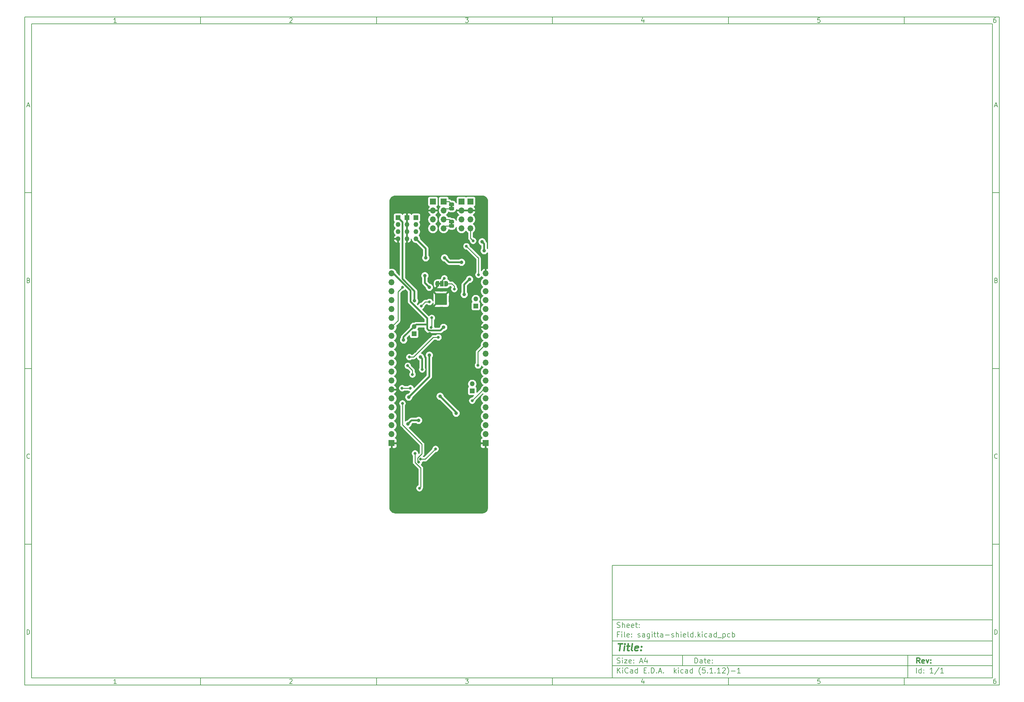
<source format=gbr>
G04 #@! TF.GenerationSoftware,KiCad,Pcbnew,(5.1.12)-1*
G04 #@! TF.CreationDate,2021-12-15T05:31:51+03:00*
G04 #@! TF.ProjectId,sagitta-shield,73616769-7474-4612-9d73-6869656c642e,rev?*
G04 #@! TF.SameCoordinates,Original*
G04 #@! TF.FileFunction,Copper,L2,Bot*
G04 #@! TF.FilePolarity,Positive*
%FSLAX46Y46*%
G04 Gerber Fmt 4.6, Leading zero omitted, Abs format (unit mm)*
G04 Created by KiCad (PCBNEW (5.1.12)-1) date 2021-12-15 05:31:51*
%MOMM*%
%LPD*%
G01*
G04 APERTURE LIST*
%ADD10C,0.100000*%
%ADD11C,0.150000*%
%ADD12C,0.300000*%
%ADD13C,0.400000*%
G04 #@! TA.AperFunction,EtchedComponent*
%ADD14C,0.100000*%
G04 #@! TD*
G04 #@! TA.AperFunction,ComponentPad*
%ADD15O,1.350000X1.350000*%
G04 #@! TD*
G04 #@! TA.AperFunction,ComponentPad*
%ADD16R,1.350000X1.350000*%
G04 #@! TD*
G04 #@! TA.AperFunction,SMDPad,CuDef*
%ADD17C,0.100000*%
G04 #@! TD*
G04 #@! TA.AperFunction,SMDPad,CuDef*
%ADD18R,1.000000X1.500000*%
G04 #@! TD*
G04 #@! TA.AperFunction,ComponentPad*
%ADD19O,1.700000X1.700000*%
G04 #@! TD*
G04 #@! TA.AperFunction,ComponentPad*
%ADD20R,1.700000X1.700000*%
G04 #@! TD*
G04 #@! TA.AperFunction,ComponentPad*
%ADD21C,0.500000*%
G04 #@! TD*
G04 #@! TA.AperFunction,ViaPad*
%ADD22C,1.000000*%
G04 #@! TD*
G04 #@! TA.AperFunction,ViaPad*
%ADD23C,0.800000*%
G04 #@! TD*
G04 #@! TA.AperFunction,Conductor*
%ADD24C,0.500000*%
G04 #@! TD*
G04 #@! TA.AperFunction,Conductor*
%ADD25C,0.250000*%
G04 #@! TD*
G04 #@! TA.AperFunction,Conductor*
%ADD26C,0.254000*%
G04 #@! TD*
G04 #@! TA.AperFunction,Conductor*
%ADD27C,0.100000*%
G04 #@! TD*
G04 APERTURE END LIST*
D10*
D11*
X177002200Y-166007200D02*
X177002200Y-198007200D01*
X285002200Y-198007200D01*
X285002200Y-166007200D01*
X177002200Y-166007200D01*
D10*
D11*
X10000000Y-10000000D02*
X10000000Y-200007200D01*
X287002200Y-200007200D01*
X287002200Y-10000000D01*
X10000000Y-10000000D01*
D10*
D11*
X12000000Y-12000000D02*
X12000000Y-198007200D01*
X285002200Y-198007200D01*
X285002200Y-12000000D01*
X12000000Y-12000000D01*
D10*
D11*
X60000000Y-12000000D02*
X60000000Y-10000000D01*
D10*
D11*
X110000000Y-12000000D02*
X110000000Y-10000000D01*
D10*
D11*
X160000000Y-12000000D02*
X160000000Y-10000000D01*
D10*
D11*
X210000000Y-12000000D02*
X210000000Y-10000000D01*
D10*
D11*
X260000000Y-12000000D02*
X260000000Y-10000000D01*
D10*
D11*
X36065476Y-11588095D02*
X35322619Y-11588095D01*
X35694047Y-11588095D02*
X35694047Y-10288095D01*
X35570238Y-10473809D01*
X35446428Y-10597619D01*
X35322619Y-10659523D01*
D10*
D11*
X85322619Y-10411904D02*
X85384523Y-10350000D01*
X85508333Y-10288095D01*
X85817857Y-10288095D01*
X85941666Y-10350000D01*
X86003571Y-10411904D01*
X86065476Y-10535714D01*
X86065476Y-10659523D01*
X86003571Y-10845238D01*
X85260714Y-11588095D01*
X86065476Y-11588095D01*
D10*
D11*
X135260714Y-10288095D02*
X136065476Y-10288095D01*
X135632142Y-10783333D01*
X135817857Y-10783333D01*
X135941666Y-10845238D01*
X136003571Y-10907142D01*
X136065476Y-11030952D01*
X136065476Y-11340476D01*
X136003571Y-11464285D01*
X135941666Y-11526190D01*
X135817857Y-11588095D01*
X135446428Y-11588095D01*
X135322619Y-11526190D01*
X135260714Y-11464285D01*
D10*
D11*
X185941666Y-10721428D02*
X185941666Y-11588095D01*
X185632142Y-10226190D02*
X185322619Y-11154761D01*
X186127380Y-11154761D01*
D10*
D11*
X236003571Y-10288095D02*
X235384523Y-10288095D01*
X235322619Y-10907142D01*
X235384523Y-10845238D01*
X235508333Y-10783333D01*
X235817857Y-10783333D01*
X235941666Y-10845238D01*
X236003571Y-10907142D01*
X236065476Y-11030952D01*
X236065476Y-11340476D01*
X236003571Y-11464285D01*
X235941666Y-11526190D01*
X235817857Y-11588095D01*
X235508333Y-11588095D01*
X235384523Y-11526190D01*
X235322619Y-11464285D01*
D10*
D11*
X285941666Y-10288095D02*
X285694047Y-10288095D01*
X285570238Y-10350000D01*
X285508333Y-10411904D01*
X285384523Y-10597619D01*
X285322619Y-10845238D01*
X285322619Y-11340476D01*
X285384523Y-11464285D01*
X285446428Y-11526190D01*
X285570238Y-11588095D01*
X285817857Y-11588095D01*
X285941666Y-11526190D01*
X286003571Y-11464285D01*
X286065476Y-11340476D01*
X286065476Y-11030952D01*
X286003571Y-10907142D01*
X285941666Y-10845238D01*
X285817857Y-10783333D01*
X285570238Y-10783333D01*
X285446428Y-10845238D01*
X285384523Y-10907142D01*
X285322619Y-11030952D01*
D10*
D11*
X60000000Y-198007200D02*
X60000000Y-200007200D01*
D10*
D11*
X110000000Y-198007200D02*
X110000000Y-200007200D01*
D10*
D11*
X160000000Y-198007200D02*
X160000000Y-200007200D01*
D10*
D11*
X210000000Y-198007200D02*
X210000000Y-200007200D01*
D10*
D11*
X260000000Y-198007200D02*
X260000000Y-200007200D01*
D10*
D11*
X36065476Y-199595295D02*
X35322619Y-199595295D01*
X35694047Y-199595295D02*
X35694047Y-198295295D01*
X35570238Y-198481009D01*
X35446428Y-198604819D01*
X35322619Y-198666723D01*
D10*
D11*
X85322619Y-198419104D02*
X85384523Y-198357200D01*
X85508333Y-198295295D01*
X85817857Y-198295295D01*
X85941666Y-198357200D01*
X86003571Y-198419104D01*
X86065476Y-198542914D01*
X86065476Y-198666723D01*
X86003571Y-198852438D01*
X85260714Y-199595295D01*
X86065476Y-199595295D01*
D10*
D11*
X135260714Y-198295295D02*
X136065476Y-198295295D01*
X135632142Y-198790533D01*
X135817857Y-198790533D01*
X135941666Y-198852438D01*
X136003571Y-198914342D01*
X136065476Y-199038152D01*
X136065476Y-199347676D01*
X136003571Y-199471485D01*
X135941666Y-199533390D01*
X135817857Y-199595295D01*
X135446428Y-199595295D01*
X135322619Y-199533390D01*
X135260714Y-199471485D01*
D10*
D11*
X185941666Y-198728628D02*
X185941666Y-199595295D01*
X185632142Y-198233390D02*
X185322619Y-199161961D01*
X186127380Y-199161961D01*
D10*
D11*
X236003571Y-198295295D02*
X235384523Y-198295295D01*
X235322619Y-198914342D01*
X235384523Y-198852438D01*
X235508333Y-198790533D01*
X235817857Y-198790533D01*
X235941666Y-198852438D01*
X236003571Y-198914342D01*
X236065476Y-199038152D01*
X236065476Y-199347676D01*
X236003571Y-199471485D01*
X235941666Y-199533390D01*
X235817857Y-199595295D01*
X235508333Y-199595295D01*
X235384523Y-199533390D01*
X235322619Y-199471485D01*
D10*
D11*
X285941666Y-198295295D02*
X285694047Y-198295295D01*
X285570238Y-198357200D01*
X285508333Y-198419104D01*
X285384523Y-198604819D01*
X285322619Y-198852438D01*
X285322619Y-199347676D01*
X285384523Y-199471485D01*
X285446428Y-199533390D01*
X285570238Y-199595295D01*
X285817857Y-199595295D01*
X285941666Y-199533390D01*
X286003571Y-199471485D01*
X286065476Y-199347676D01*
X286065476Y-199038152D01*
X286003571Y-198914342D01*
X285941666Y-198852438D01*
X285817857Y-198790533D01*
X285570238Y-198790533D01*
X285446428Y-198852438D01*
X285384523Y-198914342D01*
X285322619Y-199038152D01*
D10*
D11*
X10000000Y-60000000D02*
X12000000Y-60000000D01*
D10*
D11*
X10000000Y-110000000D02*
X12000000Y-110000000D01*
D10*
D11*
X10000000Y-160000000D02*
X12000000Y-160000000D01*
D10*
D11*
X10690476Y-35216666D02*
X11309523Y-35216666D01*
X10566666Y-35588095D02*
X11000000Y-34288095D01*
X11433333Y-35588095D01*
D10*
D11*
X11092857Y-84907142D02*
X11278571Y-84969047D01*
X11340476Y-85030952D01*
X11402380Y-85154761D01*
X11402380Y-85340476D01*
X11340476Y-85464285D01*
X11278571Y-85526190D01*
X11154761Y-85588095D01*
X10659523Y-85588095D01*
X10659523Y-84288095D01*
X11092857Y-84288095D01*
X11216666Y-84350000D01*
X11278571Y-84411904D01*
X11340476Y-84535714D01*
X11340476Y-84659523D01*
X11278571Y-84783333D01*
X11216666Y-84845238D01*
X11092857Y-84907142D01*
X10659523Y-84907142D01*
D10*
D11*
X11402380Y-135464285D02*
X11340476Y-135526190D01*
X11154761Y-135588095D01*
X11030952Y-135588095D01*
X10845238Y-135526190D01*
X10721428Y-135402380D01*
X10659523Y-135278571D01*
X10597619Y-135030952D01*
X10597619Y-134845238D01*
X10659523Y-134597619D01*
X10721428Y-134473809D01*
X10845238Y-134350000D01*
X11030952Y-134288095D01*
X11154761Y-134288095D01*
X11340476Y-134350000D01*
X11402380Y-134411904D01*
D10*
D11*
X10659523Y-185588095D02*
X10659523Y-184288095D01*
X10969047Y-184288095D01*
X11154761Y-184350000D01*
X11278571Y-184473809D01*
X11340476Y-184597619D01*
X11402380Y-184845238D01*
X11402380Y-185030952D01*
X11340476Y-185278571D01*
X11278571Y-185402380D01*
X11154761Y-185526190D01*
X10969047Y-185588095D01*
X10659523Y-185588095D01*
D10*
D11*
X287002200Y-60000000D02*
X285002200Y-60000000D01*
D10*
D11*
X287002200Y-110000000D02*
X285002200Y-110000000D01*
D10*
D11*
X287002200Y-160000000D02*
X285002200Y-160000000D01*
D10*
D11*
X285692676Y-35216666D02*
X286311723Y-35216666D01*
X285568866Y-35588095D02*
X286002200Y-34288095D01*
X286435533Y-35588095D01*
D10*
D11*
X286095057Y-84907142D02*
X286280771Y-84969047D01*
X286342676Y-85030952D01*
X286404580Y-85154761D01*
X286404580Y-85340476D01*
X286342676Y-85464285D01*
X286280771Y-85526190D01*
X286156961Y-85588095D01*
X285661723Y-85588095D01*
X285661723Y-84288095D01*
X286095057Y-84288095D01*
X286218866Y-84350000D01*
X286280771Y-84411904D01*
X286342676Y-84535714D01*
X286342676Y-84659523D01*
X286280771Y-84783333D01*
X286218866Y-84845238D01*
X286095057Y-84907142D01*
X285661723Y-84907142D01*
D10*
D11*
X286404580Y-135464285D02*
X286342676Y-135526190D01*
X286156961Y-135588095D01*
X286033152Y-135588095D01*
X285847438Y-135526190D01*
X285723628Y-135402380D01*
X285661723Y-135278571D01*
X285599819Y-135030952D01*
X285599819Y-134845238D01*
X285661723Y-134597619D01*
X285723628Y-134473809D01*
X285847438Y-134350000D01*
X286033152Y-134288095D01*
X286156961Y-134288095D01*
X286342676Y-134350000D01*
X286404580Y-134411904D01*
D10*
D11*
X285661723Y-185588095D02*
X285661723Y-184288095D01*
X285971247Y-184288095D01*
X286156961Y-184350000D01*
X286280771Y-184473809D01*
X286342676Y-184597619D01*
X286404580Y-184845238D01*
X286404580Y-185030952D01*
X286342676Y-185278571D01*
X286280771Y-185402380D01*
X286156961Y-185526190D01*
X285971247Y-185588095D01*
X285661723Y-185588095D01*
D10*
D11*
X200434342Y-193785771D02*
X200434342Y-192285771D01*
X200791485Y-192285771D01*
X201005771Y-192357200D01*
X201148628Y-192500057D01*
X201220057Y-192642914D01*
X201291485Y-192928628D01*
X201291485Y-193142914D01*
X201220057Y-193428628D01*
X201148628Y-193571485D01*
X201005771Y-193714342D01*
X200791485Y-193785771D01*
X200434342Y-193785771D01*
X202577200Y-193785771D02*
X202577200Y-193000057D01*
X202505771Y-192857200D01*
X202362914Y-192785771D01*
X202077200Y-192785771D01*
X201934342Y-192857200D01*
X202577200Y-193714342D02*
X202434342Y-193785771D01*
X202077200Y-193785771D01*
X201934342Y-193714342D01*
X201862914Y-193571485D01*
X201862914Y-193428628D01*
X201934342Y-193285771D01*
X202077200Y-193214342D01*
X202434342Y-193214342D01*
X202577200Y-193142914D01*
X203077200Y-192785771D02*
X203648628Y-192785771D01*
X203291485Y-192285771D02*
X203291485Y-193571485D01*
X203362914Y-193714342D01*
X203505771Y-193785771D01*
X203648628Y-193785771D01*
X204720057Y-193714342D02*
X204577200Y-193785771D01*
X204291485Y-193785771D01*
X204148628Y-193714342D01*
X204077200Y-193571485D01*
X204077200Y-193000057D01*
X204148628Y-192857200D01*
X204291485Y-192785771D01*
X204577200Y-192785771D01*
X204720057Y-192857200D01*
X204791485Y-193000057D01*
X204791485Y-193142914D01*
X204077200Y-193285771D01*
X205434342Y-193642914D02*
X205505771Y-193714342D01*
X205434342Y-193785771D01*
X205362914Y-193714342D01*
X205434342Y-193642914D01*
X205434342Y-193785771D01*
X205434342Y-192857200D02*
X205505771Y-192928628D01*
X205434342Y-193000057D01*
X205362914Y-192928628D01*
X205434342Y-192857200D01*
X205434342Y-193000057D01*
D10*
D11*
X177002200Y-194507200D02*
X285002200Y-194507200D01*
D10*
D11*
X178434342Y-196585771D02*
X178434342Y-195085771D01*
X179291485Y-196585771D02*
X178648628Y-195728628D01*
X179291485Y-195085771D02*
X178434342Y-195942914D01*
X179934342Y-196585771D02*
X179934342Y-195585771D01*
X179934342Y-195085771D02*
X179862914Y-195157200D01*
X179934342Y-195228628D01*
X180005771Y-195157200D01*
X179934342Y-195085771D01*
X179934342Y-195228628D01*
X181505771Y-196442914D02*
X181434342Y-196514342D01*
X181220057Y-196585771D01*
X181077200Y-196585771D01*
X180862914Y-196514342D01*
X180720057Y-196371485D01*
X180648628Y-196228628D01*
X180577200Y-195942914D01*
X180577200Y-195728628D01*
X180648628Y-195442914D01*
X180720057Y-195300057D01*
X180862914Y-195157200D01*
X181077200Y-195085771D01*
X181220057Y-195085771D01*
X181434342Y-195157200D01*
X181505771Y-195228628D01*
X182791485Y-196585771D02*
X182791485Y-195800057D01*
X182720057Y-195657200D01*
X182577200Y-195585771D01*
X182291485Y-195585771D01*
X182148628Y-195657200D01*
X182791485Y-196514342D02*
X182648628Y-196585771D01*
X182291485Y-196585771D01*
X182148628Y-196514342D01*
X182077200Y-196371485D01*
X182077200Y-196228628D01*
X182148628Y-196085771D01*
X182291485Y-196014342D01*
X182648628Y-196014342D01*
X182791485Y-195942914D01*
X184148628Y-196585771D02*
X184148628Y-195085771D01*
X184148628Y-196514342D02*
X184005771Y-196585771D01*
X183720057Y-196585771D01*
X183577200Y-196514342D01*
X183505771Y-196442914D01*
X183434342Y-196300057D01*
X183434342Y-195871485D01*
X183505771Y-195728628D01*
X183577200Y-195657200D01*
X183720057Y-195585771D01*
X184005771Y-195585771D01*
X184148628Y-195657200D01*
X186005771Y-195800057D02*
X186505771Y-195800057D01*
X186720057Y-196585771D02*
X186005771Y-196585771D01*
X186005771Y-195085771D01*
X186720057Y-195085771D01*
X187362914Y-196442914D02*
X187434342Y-196514342D01*
X187362914Y-196585771D01*
X187291485Y-196514342D01*
X187362914Y-196442914D01*
X187362914Y-196585771D01*
X188077200Y-196585771D02*
X188077200Y-195085771D01*
X188434342Y-195085771D01*
X188648628Y-195157200D01*
X188791485Y-195300057D01*
X188862914Y-195442914D01*
X188934342Y-195728628D01*
X188934342Y-195942914D01*
X188862914Y-196228628D01*
X188791485Y-196371485D01*
X188648628Y-196514342D01*
X188434342Y-196585771D01*
X188077200Y-196585771D01*
X189577200Y-196442914D02*
X189648628Y-196514342D01*
X189577200Y-196585771D01*
X189505771Y-196514342D01*
X189577200Y-196442914D01*
X189577200Y-196585771D01*
X190220057Y-196157200D02*
X190934342Y-196157200D01*
X190077200Y-196585771D02*
X190577200Y-195085771D01*
X191077200Y-196585771D01*
X191577200Y-196442914D02*
X191648628Y-196514342D01*
X191577200Y-196585771D01*
X191505771Y-196514342D01*
X191577200Y-196442914D01*
X191577200Y-196585771D01*
X194577200Y-196585771D02*
X194577200Y-195085771D01*
X194720057Y-196014342D02*
X195148628Y-196585771D01*
X195148628Y-195585771D02*
X194577200Y-196157200D01*
X195791485Y-196585771D02*
X195791485Y-195585771D01*
X195791485Y-195085771D02*
X195720057Y-195157200D01*
X195791485Y-195228628D01*
X195862914Y-195157200D01*
X195791485Y-195085771D01*
X195791485Y-195228628D01*
X197148628Y-196514342D02*
X197005771Y-196585771D01*
X196720057Y-196585771D01*
X196577200Y-196514342D01*
X196505771Y-196442914D01*
X196434342Y-196300057D01*
X196434342Y-195871485D01*
X196505771Y-195728628D01*
X196577200Y-195657200D01*
X196720057Y-195585771D01*
X197005771Y-195585771D01*
X197148628Y-195657200D01*
X198434342Y-196585771D02*
X198434342Y-195800057D01*
X198362914Y-195657200D01*
X198220057Y-195585771D01*
X197934342Y-195585771D01*
X197791485Y-195657200D01*
X198434342Y-196514342D02*
X198291485Y-196585771D01*
X197934342Y-196585771D01*
X197791485Y-196514342D01*
X197720057Y-196371485D01*
X197720057Y-196228628D01*
X197791485Y-196085771D01*
X197934342Y-196014342D01*
X198291485Y-196014342D01*
X198434342Y-195942914D01*
X199791485Y-196585771D02*
X199791485Y-195085771D01*
X199791485Y-196514342D02*
X199648628Y-196585771D01*
X199362914Y-196585771D01*
X199220057Y-196514342D01*
X199148628Y-196442914D01*
X199077200Y-196300057D01*
X199077200Y-195871485D01*
X199148628Y-195728628D01*
X199220057Y-195657200D01*
X199362914Y-195585771D01*
X199648628Y-195585771D01*
X199791485Y-195657200D01*
X202077200Y-197157200D02*
X202005771Y-197085771D01*
X201862914Y-196871485D01*
X201791485Y-196728628D01*
X201720057Y-196514342D01*
X201648628Y-196157200D01*
X201648628Y-195871485D01*
X201720057Y-195514342D01*
X201791485Y-195300057D01*
X201862914Y-195157200D01*
X202005771Y-194942914D01*
X202077200Y-194871485D01*
X203362914Y-195085771D02*
X202648628Y-195085771D01*
X202577200Y-195800057D01*
X202648628Y-195728628D01*
X202791485Y-195657200D01*
X203148628Y-195657200D01*
X203291485Y-195728628D01*
X203362914Y-195800057D01*
X203434342Y-195942914D01*
X203434342Y-196300057D01*
X203362914Y-196442914D01*
X203291485Y-196514342D01*
X203148628Y-196585771D01*
X202791485Y-196585771D01*
X202648628Y-196514342D01*
X202577200Y-196442914D01*
X204077200Y-196442914D02*
X204148628Y-196514342D01*
X204077200Y-196585771D01*
X204005771Y-196514342D01*
X204077200Y-196442914D01*
X204077200Y-196585771D01*
X205577200Y-196585771D02*
X204720057Y-196585771D01*
X205148628Y-196585771D02*
X205148628Y-195085771D01*
X205005771Y-195300057D01*
X204862914Y-195442914D01*
X204720057Y-195514342D01*
X206220057Y-196442914D02*
X206291485Y-196514342D01*
X206220057Y-196585771D01*
X206148628Y-196514342D01*
X206220057Y-196442914D01*
X206220057Y-196585771D01*
X207720057Y-196585771D02*
X206862914Y-196585771D01*
X207291485Y-196585771D02*
X207291485Y-195085771D01*
X207148628Y-195300057D01*
X207005771Y-195442914D01*
X206862914Y-195514342D01*
X208291485Y-195228628D02*
X208362914Y-195157200D01*
X208505771Y-195085771D01*
X208862914Y-195085771D01*
X209005771Y-195157200D01*
X209077200Y-195228628D01*
X209148628Y-195371485D01*
X209148628Y-195514342D01*
X209077200Y-195728628D01*
X208220057Y-196585771D01*
X209148628Y-196585771D01*
X209648628Y-197157200D02*
X209720057Y-197085771D01*
X209862914Y-196871485D01*
X209934342Y-196728628D01*
X210005771Y-196514342D01*
X210077200Y-196157200D01*
X210077200Y-195871485D01*
X210005771Y-195514342D01*
X209934342Y-195300057D01*
X209862914Y-195157200D01*
X209720057Y-194942914D01*
X209648628Y-194871485D01*
X210791485Y-196014342D02*
X211934342Y-196014342D01*
X213434342Y-196585771D02*
X212577200Y-196585771D01*
X213005771Y-196585771D02*
X213005771Y-195085771D01*
X212862914Y-195300057D01*
X212720057Y-195442914D01*
X212577200Y-195514342D01*
D10*
D11*
X177002200Y-191507200D02*
X285002200Y-191507200D01*
D10*
D12*
X264411485Y-193785771D02*
X263911485Y-193071485D01*
X263554342Y-193785771D02*
X263554342Y-192285771D01*
X264125771Y-192285771D01*
X264268628Y-192357200D01*
X264340057Y-192428628D01*
X264411485Y-192571485D01*
X264411485Y-192785771D01*
X264340057Y-192928628D01*
X264268628Y-193000057D01*
X264125771Y-193071485D01*
X263554342Y-193071485D01*
X265625771Y-193714342D02*
X265482914Y-193785771D01*
X265197200Y-193785771D01*
X265054342Y-193714342D01*
X264982914Y-193571485D01*
X264982914Y-193000057D01*
X265054342Y-192857200D01*
X265197200Y-192785771D01*
X265482914Y-192785771D01*
X265625771Y-192857200D01*
X265697200Y-193000057D01*
X265697200Y-193142914D01*
X264982914Y-193285771D01*
X266197200Y-192785771D02*
X266554342Y-193785771D01*
X266911485Y-192785771D01*
X267482914Y-193642914D02*
X267554342Y-193714342D01*
X267482914Y-193785771D01*
X267411485Y-193714342D01*
X267482914Y-193642914D01*
X267482914Y-193785771D01*
X267482914Y-192857200D02*
X267554342Y-192928628D01*
X267482914Y-193000057D01*
X267411485Y-192928628D01*
X267482914Y-192857200D01*
X267482914Y-193000057D01*
D10*
D11*
X178362914Y-193714342D02*
X178577200Y-193785771D01*
X178934342Y-193785771D01*
X179077200Y-193714342D01*
X179148628Y-193642914D01*
X179220057Y-193500057D01*
X179220057Y-193357200D01*
X179148628Y-193214342D01*
X179077200Y-193142914D01*
X178934342Y-193071485D01*
X178648628Y-193000057D01*
X178505771Y-192928628D01*
X178434342Y-192857200D01*
X178362914Y-192714342D01*
X178362914Y-192571485D01*
X178434342Y-192428628D01*
X178505771Y-192357200D01*
X178648628Y-192285771D01*
X179005771Y-192285771D01*
X179220057Y-192357200D01*
X179862914Y-193785771D02*
X179862914Y-192785771D01*
X179862914Y-192285771D02*
X179791485Y-192357200D01*
X179862914Y-192428628D01*
X179934342Y-192357200D01*
X179862914Y-192285771D01*
X179862914Y-192428628D01*
X180434342Y-192785771D02*
X181220057Y-192785771D01*
X180434342Y-193785771D01*
X181220057Y-193785771D01*
X182362914Y-193714342D02*
X182220057Y-193785771D01*
X181934342Y-193785771D01*
X181791485Y-193714342D01*
X181720057Y-193571485D01*
X181720057Y-193000057D01*
X181791485Y-192857200D01*
X181934342Y-192785771D01*
X182220057Y-192785771D01*
X182362914Y-192857200D01*
X182434342Y-193000057D01*
X182434342Y-193142914D01*
X181720057Y-193285771D01*
X183077200Y-193642914D02*
X183148628Y-193714342D01*
X183077200Y-193785771D01*
X183005771Y-193714342D01*
X183077200Y-193642914D01*
X183077200Y-193785771D01*
X183077200Y-192857200D02*
X183148628Y-192928628D01*
X183077200Y-193000057D01*
X183005771Y-192928628D01*
X183077200Y-192857200D01*
X183077200Y-193000057D01*
X184862914Y-193357200D02*
X185577200Y-193357200D01*
X184720057Y-193785771D02*
X185220057Y-192285771D01*
X185720057Y-193785771D01*
X186862914Y-192785771D02*
X186862914Y-193785771D01*
X186505771Y-192214342D02*
X186148628Y-193285771D01*
X187077200Y-193285771D01*
D10*
D11*
X263434342Y-196585771D02*
X263434342Y-195085771D01*
X264791485Y-196585771D02*
X264791485Y-195085771D01*
X264791485Y-196514342D02*
X264648628Y-196585771D01*
X264362914Y-196585771D01*
X264220057Y-196514342D01*
X264148628Y-196442914D01*
X264077200Y-196300057D01*
X264077200Y-195871485D01*
X264148628Y-195728628D01*
X264220057Y-195657200D01*
X264362914Y-195585771D01*
X264648628Y-195585771D01*
X264791485Y-195657200D01*
X265505771Y-196442914D02*
X265577200Y-196514342D01*
X265505771Y-196585771D01*
X265434342Y-196514342D01*
X265505771Y-196442914D01*
X265505771Y-196585771D01*
X265505771Y-195657200D02*
X265577200Y-195728628D01*
X265505771Y-195800057D01*
X265434342Y-195728628D01*
X265505771Y-195657200D01*
X265505771Y-195800057D01*
X268148628Y-196585771D02*
X267291485Y-196585771D01*
X267720057Y-196585771D02*
X267720057Y-195085771D01*
X267577200Y-195300057D01*
X267434342Y-195442914D01*
X267291485Y-195514342D01*
X269862914Y-195014342D02*
X268577200Y-196942914D01*
X271148628Y-196585771D02*
X270291485Y-196585771D01*
X270720057Y-196585771D02*
X270720057Y-195085771D01*
X270577200Y-195300057D01*
X270434342Y-195442914D01*
X270291485Y-195514342D01*
D10*
D11*
X177002200Y-187507200D02*
X285002200Y-187507200D01*
D10*
D13*
X178714580Y-188211961D02*
X179857438Y-188211961D01*
X179036009Y-190211961D02*
X179286009Y-188211961D01*
X180274104Y-190211961D02*
X180440771Y-188878628D01*
X180524104Y-188211961D02*
X180416961Y-188307200D01*
X180500295Y-188402438D01*
X180607438Y-188307200D01*
X180524104Y-188211961D01*
X180500295Y-188402438D01*
X181107438Y-188878628D02*
X181869342Y-188878628D01*
X181476485Y-188211961D02*
X181262200Y-189926247D01*
X181333628Y-190116723D01*
X181512200Y-190211961D01*
X181702676Y-190211961D01*
X182655057Y-190211961D02*
X182476485Y-190116723D01*
X182405057Y-189926247D01*
X182619342Y-188211961D01*
X184190771Y-190116723D02*
X183988390Y-190211961D01*
X183607438Y-190211961D01*
X183428866Y-190116723D01*
X183357438Y-189926247D01*
X183452676Y-189164342D01*
X183571723Y-188973866D01*
X183774104Y-188878628D01*
X184155057Y-188878628D01*
X184333628Y-188973866D01*
X184405057Y-189164342D01*
X184381247Y-189354819D01*
X183405057Y-189545295D01*
X185155057Y-190021485D02*
X185238390Y-190116723D01*
X185131247Y-190211961D01*
X185047914Y-190116723D01*
X185155057Y-190021485D01*
X185131247Y-190211961D01*
X185286009Y-188973866D02*
X185369342Y-189069104D01*
X185262200Y-189164342D01*
X185178866Y-189069104D01*
X185286009Y-188973866D01*
X185262200Y-189164342D01*
D10*
D11*
X178934342Y-185600057D02*
X178434342Y-185600057D01*
X178434342Y-186385771D02*
X178434342Y-184885771D01*
X179148628Y-184885771D01*
X179720057Y-186385771D02*
X179720057Y-185385771D01*
X179720057Y-184885771D02*
X179648628Y-184957200D01*
X179720057Y-185028628D01*
X179791485Y-184957200D01*
X179720057Y-184885771D01*
X179720057Y-185028628D01*
X180648628Y-186385771D02*
X180505771Y-186314342D01*
X180434342Y-186171485D01*
X180434342Y-184885771D01*
X181791485Y-186314342D02*
X181648628Y-186385771D01*
X181362914Y-186385771D01*
X181220057Y-186314342D01*
X181148628Y-186171485D01*
X181148628Y-185600057D01*
X181220057Y-185457200D01*
X181362914Y-185385771D01*
X181648628Y-185385771D01*
X181791485Y-185457200D01*
X181862914Y-185600057D01*
X181862914Y-185742914D01*
X181148628Y-185885771D01*
X182505771Y-186242914D02*
X182577200Y-186314342D01*
X182505771Y-186385771D01*
X182434342Y-186314342D01*
X182505771Y-186242914D01*
X182505771Y-186385771D01*
X182505771Y-185457200D02*
X182577200Y-185528628D01*
X182505771Y-185600057D01*
X182434342Y-185528628D01*
X182505771Y-185457200D01*
X182505771Y-185600057D01*
X184291485Y-186314342D02*
X184434342Y-186385771D01*
X184720057Y-186385771D01*
X184862914Y-186314342D01*
X184934342Y-186171485D01*
X184934342Y-186100057D01*
X184862914Y-185957200D01*
X184720057Y-185885771D01*
X184505771Y-185885771D01*
X184362914Y-185814342D01*
X184291485Y-185671485D01*
X184291485Y-185600057D01*
X184362914Y-185457200D01*
X184505771Y-185385771D01*
X184720057Y-185385771D01*
X184862914Y-185457200D01*
X186220057Y-186385771D02*
X186220057Y-185600057D01*
X186148628Y-185457200D01*
X186005771Y-185385771D01*
X185720057Y-185385771D01*
X185577200Y-185457200D01*
X186220057Y-186314342D02*
X186077200Y-186385771D01*
X185720057Y-186385771D01*
X185577200Y-186314342D01*
X185505771Y-186171485D01*
X185505771Y-186028628D01*
X185577200Y-185885771D01*
X185720057Y-185814342D01*
X186077200Y-185814342D01*
X186220057Y-185742914D01*
X187577200Y-185385771D02*
X187577200Y-186600057D01*
X187505771Y-186742914D01*
X187434342Y-186814342D01*
X187291485Y-186885771D01*
X187077200Y-186885771D01*
X186934342Y-186814342D01*
X187577200Y-186314342D02*
X187434342Y-186385771D01*
X187148628Y-186385771D01*
X187005771Y-186314342D01*
X186934342Y-186242914D01*
X186862914Y-186100057D01*
X186862914Y-185671485D01*
X186934342Y-185528628D01*
X187005771Y-185457200D01*
X187148628Y-185385771D01*
X187434342Y-185385771D01*
X187577200Y-185457200D01*
X188291485Y-186385771D02*
X188291485Y-185385771D01*
X188291485Y-184885771D02*
X188220057Y-184957200D01*
X188291485Y-185028628D01*
X188362914Y-184957200D01*
X188291485Y-184885771D01*
X188291485Y-185028628D01*
X188791485Y-185385771D02*
X189362914Y-185385771D01*
X189005771Y-184885771D02*
X189005771Y-186171485D01*
X189077200Y-186314342D01*
X189220057Y-186385771D01*
X189362914Y-186385771D01*
X189648628Y-185385771D02*
X190220057Y-185385771D01*
X189862914Y-184885771D02*
X189862914Y-186171485D01*
X189934342Y-186314342D01*
X190077200Y-186385771D01*
X190220057Y-186385771D01*
X191362914Y-186385771D02*
X191362914Y-185600057D01*
X191291485Y-185457200D01*
X191148628Y-185385771D01*
X190862914Y-185385771D01*
X190720057Y-185457200D01*
X191362914Y-186314342D02*
X191220057Y-186385771D01*
X190862914Y-186385771D01*
X190720057Y-186314342D01*
X190648628Y-186171485D01*
X190648628Y-186028628D01*
X190720057Y-185885771D01*
X190862914Y-185814342D01*
X191220057Y-185814342D01*
X191362914Y-185742914D01*
X192077200Y-185814342D02*
X193220057Y-185814342D01*
X193862914Y-186314342D02*
X194005771Y-186385771D01*
X194291485Y-186385771D01*
X194434342Y-186314342D01*
X194505771Y-186171485D01*
X194505771Y-186100057D01*
X194434342Y-185957200D01*
X194291485Y-185885771D01*
X194077200Y-185885771D01*
X193934342Y-185814342D01*
X193862914Y-185671485D01*
X193862914Y-185600057D01*
X193934342Y-185457200D01*
X194077200Y-185385771D01*
X194291485Y-185385771D01*
X194434342Y-185457200D01*
X195148628Y-186385771D02*
X195148628Y-184885771D01*
X195791485Y-186385771D02*
X195791485Y-185600057D01*
X195720057Y-185457200D01*
X195577200Y-185385771D01*
X195362914Y-185385771D01*
X195220057Y-185457200D01*
X195148628Y-185528628D01*
X196505771Y-186385771D02*
X196505771Y-185385771D01*
X196505771Y-184885771D02*
X196434342Y-184957200D01*
X196505771Y-185028628D01*
X196577200Y-184957200D01*
X196505771Y-184885771D01*
X196505771Y-185028628D01*
X197791485Y-186314342D02*
X197648628Y-186385771D01*
X197362914Y-186385771D01*
X197220057Y-186314342D01*
X197148628Y-186171485D01*
X197148628Y-185600057D01*
X197220057Y-185457200D01*
X197362914Y-185385771D01*
X197648628Y-185385771D01*
X197791485Y-185457200D01*
X197862914Y-185600057D01*
X197862914Y-185742914D01*
X197148628Y-185885771D01*
X198720057Y-186385771D02*
X198577200Y-186314342D01*
X198505771Y-186171485D01*
X198505771Y-184885771D01*
X199934342Y-186385771D02*
X199934342Y-184885771D01*
X199934342Y-186314342D02*
X199791485Y-186385771D01*
X199505771Y-186385771D01*
X199362914Y-186314342D01*
X199291485Y-186242914D01*
X199220057Y-186100057D01*
X199220057Y-185671485D01*
X199291485Y-185528628D01*
X199362914Y-185457200D01*
X199505771Y-185385771D01*
X199791485Y-185385771D01*
X199934342Y-185457200D01*
X200648628Y-186242914D02*
X200720057Y-186314342D01*
X200648628Y-186385771D01*
X200577200Y-186314342D01*
X200648628Y-186242914D01*
X200648628Y-186385771D01*
X201362914Y-186385771D02*
X201362914Y-184885771D01*
X201505771Y-185814342D02*
X201934342Y-186385771D01*
X201934342Y-185385771D02*
X201362914Y-185957200D01*
X202577200Y-186385771D02*
X202577200Y-185385771D01*
X202577200Y-184885771D02*
X202505771Y-184957200D01*
X202577200Y-185028628D01*
X202648628Y-184957200D01*
X202577200Y-184885771D01*
X202577200Y-185028628D01*
X203934342Y-186314342D02*
X203791485Y-186385771D01*
X203505771Y-186385771D01*
X203362914Y-186314342D01*
X203291485Y-186242914D01*
X203220057Y-186100057D01*
X203220057Y-185671485D01*
X203291485Y-185528628D01*
X203362914Y-185457200D01*
X203505771Y-185385771D01*
X203791485Y-185385771D01*
X203934342Y-185457200D01*
X205220057Y-186385771D02*
X205220057Y-185600057D01*
X205148628Y-185457200D01*
X205005771Y-185385771D01*
X204720057Y-185385771D01*
X204577200Y-185457200D01*
X205220057Y-186314342D02*
X205077200Y-186385771D01*
X204720057Y-186385771D01*
X204577200Y-186314342D01*
X204505771Y-186171485D01*
X204505771Y-186028628D01*
X204577200Y-185885771D01*
X204720057Y-185814342D01*
X205077200Y-185814342D01*
X205220057Y-185742914D01*
X206577200Y-186385771D02*
X206577200Y-184885771D01*
X206577200Y-186314342D02*
X206434342Y-186385771D01*
X206148628Y-186385771D01*
X206005771Y-186314342D01*
X205934342Y-186242914D01*
X205862914Y-186100057D01*
X205862914Y-185671485D01*
X205934342Y-185528628D01*
X206005771Y-185457200D01*
X206148628Y-185385771D01*
X206434342Y-185385771D01*
X206577200Y-185457200D01*
X206934342Y-186528628D02*
X208077200Y-186528628D01*
X208434342Y-185385771D02*
X208434342Y-186885771D01*
X208434342Y-185457200D02*
X208577200Y-185385771D01*
X208862914Y-185385771D01*
X209005771Y-185457200D01*
X209077200Y-185528628D01*
X209148628Y-185671485D01*
X209148628Y-186100057D01*
X209077200Y-186242914D01*
X209005771Y-186314342D01*
X208862914Y-186385771D01*
X208577200Y-186385771D01*
X208434342Y-186314342D01*
X210434342Y-186314342D02*
X210291485Y-186385771D01*
X210005771Y-186385771D01*
X209862914Y-186314342D01*
X209791485Y-186242914D01*
X209720057Y-186100057D01*
X209720057Y-185671485D01*
X209791485Y-185528628D01*
X209862914Y-185457200D01*
X210005771Y-185385771D01*
X210291485Y-185385771D01*
X210434342Y-185457200D01*
X211077200Y-186385771D02*
X211077200Y-184885771D01*
X211077200Y-185457200D02*
X211220057Y-185385771D01*
X211505771Y-185385771D01*
X211648628Y-185457200D01*
X211720057Y-185528628D01*
X211791485Y-185671485D01*
X211791485Y-186100057D01*
X211720057Y-186242914D01*
X211648628Y-186314342D01*
X211505771Y-186385771D01*
X211220057Y-186385771D01*
X211077200Y-186314342D01*
D10*
D11*
X177002200Y-181507200D02*
X285002200Y-181507200D01*
D10*
D11*
X178362914Y-183614342D02*
X178577200Y-183685771D01*
X178934342Y-183685771D01*
X179077200Y-183614342D01*
X179148628Y-183542914D01*
X179220057Y-183400057D01*
X179220057Y-183257200D01*
X179148628Y-183114342D01*
X179077200Y-183042914D01*
X178934342Y-182971485D01*
X178648628Y-182900057D01*
X178505771Y-182828628D01*
X178434342Y-182757200D01*
X178362914Y-182614342D01*
X178362914Y-182471485D01*
X178434342Y-182328628D01*
X178505771Y-182257200D01*
X178648628Y-182185771D01*
X179005771Y-182185771D01*
X179220057Y-182257200D01*
X179862914Y-183685771D02*
X179862914Y-182185771D01*
X180505771Y-183685771D02*
X180505771Y-182900057D01*
X180434342Y-182757200D01*
X180291485Y-182685771D01*
X180077200Y-182685771D01*
X179934342Y-182757200D01*
X179862914Y-182828628D01*
X181791485Y-183614342D02*
X181648628Y-183685771D01*
X181362914Y-183685771D01*
X181220057Y-183614342D01*
X181148628Y-183471485D01*
X181148628Y-182900057D01*
X181220057Y-182757200D01*
X181362914Y-182685771D01*
X181648628Y-182685771D01*
X181791485Y-182757200D01*
X181862914Y-182900057D01*
X181862914Y-183042914D01*
X181148628Y-183185771D01*
X183077200Y-183614342D02*
X182934342Y-183685771D01*
X182648628Y-183685771D01*
X182505771Y-183614342D01*
X182434342Y-183471485D01*
X182434342Y-182900057D01*
X182505771Y-182757200D01*
X182648628Y-182685771D01*
X182934342Y-182685771D01*
X183077200Y-182757200D01*
X183148628Y-182900057D01*
X183148628Y-183042914D01*
X182434342Y-183185771D01*
X183577200Y-182685771D02*
X184148628Y-182685771D01*
X183791485Y-182185771D02*
X183791485Y-183471485D01*
X183862914Y-183614342D01*
X184005771Y-183685771D01*
X184148628Y-183685771D01*
X184648628Y-183542914D02*
X184720057Y-183614342D01*
X184648628Y-183685771D01*
X184577200Y-183614342D01*
X184648628Y-183542914D01*
X184648628Y-183685771D01*
X184648628Y-182757200D02*
X184720057Y-182828628D01*
X184648628Y-182900057D01*
X184577200Y-182828628D01*
X184648628Y-182757200D01*
X184648628Y-182900057D01*
D10*
D11*
X197002200Y-191507200D02*
X197002200Y-194507200D01*
D10*
D11*
X261002200Y-191507200D02*
X261002200Y-198007200D01*
D14*
G36*
X131618000Y-68584000D02*
G01*
X131618000Y-69084000D01*
X131018000Y-69084000D01*
X131018000Y-68584000D01*
X131618000Y-68584000D01*
G37*
G36*
X131618000Y-63646000D02*
G01*
X131618000Y-64146000D01*
X131018000Y-64146000D01*
X131018000Y-63646000D01*
X131618000Y-63646000D01*
G37*
D15*
X116078000Y-73056000D03*
X116078000Y-71056000D03*
X116078000Y-69056000D03*
D16*
X116078000Y-67056000D03*
D15*
X118618000Y-73056000D03*
X118618000Y-71056000D03*
X118618000Y-69056000D03*
D16*
X118618000Y-67056000D03*
D15*
X121158000Y-73056000D03*
X121158000Y-71056000D03*
X121158000Y-69056000D03*
D16*
X121158000Y-67056000D03*
D15*
X138176000Y-90202000D03*
D16*
X138176000Y-92202000D03*
D15*
X137160000Y-114332000D03*
D16*
X137160000Y-116332000D03*
D15*
X120650000Y-98076000D03*
D16*
X120650000Y-100076000D03*
G04 #@! TA.AperFunction,SMDPad,CuDef*
D17*
G36*
X127774000Y-85552000D02*
G01*
X128124000Y-85552000D01*
X128124000Y-86152000D01*
X127774000Y-86152000D01*
X127774000Y-86602000D01*
X127224000Y-86602000D01*
X127224000Y-86601398D01*
X127199466Y-86601398D01*
X127150635Y-86596588D01*
X127102510Y-86587016D01*
X127055555Y-86572772D01*
X127010222Y-86553995D01*
X126966949Y-86530864D01*
X126926150Y-86503604D01*
X126888221Y-86472476D01*
X126853524Y-86437779D01*
X126822396Y-86399850D01*
X126795136Y-86359051D01*
X126772005Y-86315778D01*
X126753228Y-86270445D01*
X126738984Y-86223490D01*
X126729412Y-86175365D01*
X126724602Y-86126534D01*
X126724602Y-86102000D01*
X126724000Y-86102000D01*
X126724000Y-85602000D01*
X126724602Y-85602000D01*
X126724602Y-85577466D01*
X126729412Y-85528635D01*
X126738984Y-85480510D01*
X126753228Y-85433555D01*
X126772005Y-85388222D01*
X126795136Y-85344949D01*
X126822396Y-85304150D01*
X126853524Y-85266221D01*
X126888221Y-85231524D01*
X126926150Y-85200396D01*
X126966949Y-85173136D01*
X127010222Y-85150005D01*
X127055555Y-85131228D01*
X127102510Y-85116984D01*
X127150635Y-85107412D01*
X127199466Y-85102602D01*
X127224000Y-85102602D01*
X127224000Y-85102000D01*
X127774000Y-85102000D01*
X127774000Y-85552000D01*
G37*
G04 #@! TD.AperFunction*
G04 #@! TA.AperFunction,SMDPad,CuDef*
G36*
X129824000Y-85102602D02*
G01*
X129848534Y-85102602D01*
X129897365Y-85107412D01*
X129945490Y-85116984D01*
X129992445Y-85131228D01*
X130037778Y-85150005D01*
X130081051Y-85173136D01*
X130121850Y-85200396D01*
X130159779Y-85231524D01*
X130194476Y-85266221D01*
X130225604Y-85304150D01*
X130252864Y-85344949D01*
X130275995Y-85388222D01*
X130294772Y-85433555D01*
X130309016Y-85480510D01*
X130318588Y-85528635D01*
X130323398Y-85577466D01*
X130323398Y-85602000D01*
X130324000Y-85602000D01*
X130324000Y-86102000D01*
X130323398Y-86102000D01*
X130323398Y-86126534D01*
X130318588Y-86175365D01*
X130309016Y-86223490D01*
X130294772Y-86270445D01*
X130275995Y-86315778D01*
X130252864Y-86359051D01*
X130225604Y-86399850D01*
X130194476Y-86437779D01*
X130159779Y-86472476D01*
X130121850Y-86503604D01*
X130081051Y-86530864D01*
X130037778Y-86553995D01*
X129992445Y-86572772D01*
X129945490Y-86587016D01*
X129897365Y-86596588D01*
X129848534Y-86601398D01*
X129824000Y-86601398D01*
X129824000Y-86602000D01*
X129274000Y-86602000D01*
X129274000Y-85102000D01*
X129824000Y-85102000D01*
X129824000Y-85102602D01*
G37*
G04 #@! TD.AperFunction*
D18*
X128524000Y-85852000D03*
D19*
X114274600Y-100711000D03*
X114274600Y-108331000D03*
X114274600Y-82931000D03*
X114274600Y-115951000D03*
X114274600Y-105791000D03*
X114274600Y-93091000D03*
X114274600Y-110871000D03*
X114274600Y-118491000D03*
X114274600Y-88011000D03*
X114274600Y-103251000D03*
X114274600Y-128651000D03*
X114274600Y-121031000D03*
X114274600Y-113411000D03*
X114274600Y-90551000D03*
X114274600Y-98171000D03*
X114274600Y-85471000D03*
X114274600Y-95631000D03*
D20*
X114274600Y-131191000D03*
D19*
X114274600Y-126111000D03*
X114274600Y-123571000D03*
X140974470Y-82937492D03*
X140974470Y-85477492D03*
X140974470Y-88011000D03*
X140974470Y-90551000D03*
X140974470Y-93097492D03*
X140974470Y-95631000D03*
X140974470Y-98171000D03*
X140974470Y-100711000D03*
X140974470Y-103251000D03*
X140974470Y-105791000D03*
X140974470Y-108331000D03*
X140974470Y-110871000D03*
X140974470Y-113411000D03*
X140974470Y-115957492D03*
X140974470Y-118497492D03*
X140974470Y-121031000D03*
X140974470Y-123571000D03*
X140974470Y-126117492D03*
X140974470Y-128657492D03*
D20*
X140974470Y-131191000D03*
G04 #@! TA.AperFunction,SMDPad,CuDef*
D17*
G36*
X132068000Y-68984000D02*
G01*
X132068000Y-69484000D01*
X132067398Y-69484000D01*
X132067398Y-69508534D01*
X132062588Y-69557365D01*
X132053016Y-69605490D01*
X132038772Y-69652445D01*
X132019995Y-69697778D01*
X131996864Y-69741051D01*
X131969604Y-69781850D01*
X131938476Y-69819779D01*
X131903779Y-69854476D01*
X131865850Y-69885604D01*
X131825051Y-69912864D01*
X131781778Y-69935995D01*
X131736445Y-69954772D01*
X131689490Y-69969016D01*
X131641365Y-69978588D01*
X131592534Y-69983398D01*
X131568000Y-69983398D01*
X131568000Y-69984000D01*
X131068000Y-69984000D01*
X131068000Y-69983398D01*
X131043466Y-69983398D01*
X130994635Y-69978588D01*
X130946510Y-69969016D01*
X130899555Y-69954772D01*
X130854222Y-69935995D01*
X130810949Y-69912864D01*
X130770150Y-69885604D01*
X130732221Y-69854476D01*
X130697524Y-69819779D01*
X130666396Y-69781850D01*
X130639136Y-69741051D01*
X130616005Y-69697778D01*
X130597228Y-69652445D01*
X130582984Y-69605490D01*
X130573412Y-69557365D01*
X130568602Y-69508534D01*
X130568602Y-69484000D01*
X130568000Y-69484000D01*
X130568000Y-68984000D01*
X132068000Y-68984000D01*
G37*
G04 #@! TD.AperFunction*
G04 #@! TA.AperFunction,SMDPad,CuDef*
G36*
X130568602Y-68184000D02*
G01*
X130568602Y-68159466D01*
X130573412Y-68110635D01*
X130582984Y-68062510D01*
X130597228Y-68015555D01*
X130616005Y-67970222D01*
X130639136Y-67926949D01*
X130666396Y-67886150D01*
X130697524Y-67848221D01*
X130732221Y-67813524D01*
X130770150Y-67782396D01*
X130810949Y-67755136D01*
X130854222Y-67732005D01*
X130899555Y-67713228D01*
X130946510Y-67698984D01*
X130994635Y-67689412D01*
X131043466Y-67684602D01*
X131068000Y-67684602D01*
X131068000Y-67684000D01*
X131568000Y-67684000D01*
X131568000Y-67684602D01*
X131592534Y-67684602D01*
X131641365Y-67689412D01*
X131689490Y-67698984D01*
X131736445Y-67713228D01*
X131781778Y-67732005D01*
X131825051Y-67755136D01*
X131865850Y-67782396D01*
X131903779Y-67813524D01*
X131938476Y-67848221D01*
X131969604Y-67886150D01*
X131996864Y-67926949D01*
X132019995Y-67970222D01*
X132038772Y-68015555D01*
X132053016Y-68062510D01*
X132062588Y-68110635D01*
X132067398Y-68159466D01*
X132067398Y-68184000D01*
X132068000Y-68184000D01*
X132068000Y-68684000D01*
X130568000Y-68684000D01*
X130568000Y-68184000D01*
X130568602Y-68184000D01*
G37*
G04 #@! TD.AperFunction*
G04 #@! TA.AperFunction,SMDPad,CuDef*
G36*
X132068000Y-64046000D02*
G01*
X132068000Y-64546000D01*
X132067398Y-64546000D01*
X132067398Y-64570534D01*
X132062588Y-64619365D01*
X132053016Y-64667490D01*
X132038772Y-64714445D01*
X132019995Y-64759778D01*
X131996864Y-64803051D01*
X131969604Y-64843850D01*
X131938476Y-64881779D01*
X131903779Y-64916476D01*
X131865850Y-64947604D01*
X131825051Y-64974864D01*
X131781778Y-64997995D01*
X131736445Y-65016772D01*
X131689490Y-65031016D01*
X131641365Y-65040588D01*
X131592534Y-65045398D01*
X131568000Y-65045398D01*
X131568000Y-65046000D01*
X131068000Y-65046000D01*
X131068000Y-65045398D01*
X131043466Y-65045398D01*
X130994635Y-65040588D01*
X130946510Y-65031016D01*
X130899555Y-65016772D01*
X130854222Y-64997995D01*
X130810949Y-64974864D01*
X130770150Y-64947604D01*
X130732221Y-64916476D01*
X130697524Y-64881779D01*
X130666396Y-64843850D01*
X130639136Y-64803051D01*
X130616005Y-64759778D01*
X130597228Y-64714445D01*
X130582984Y-64667490D01*
X130573412Y-64619365D01*
X130568602Y-64570534D01*
X130568602Y-64546000D01*
X130568000Y-64546000D01*
X130568000Y-64046000D01*
X132068000Y-64046000D01*
G37*
G04 #@! TD.AperFunction*
G04 #@! TA.AperFunction,SMDPad,CuDef*
G36*
X130568602Y-63246000D02*
G01*
X130568602Y-63221466D01*
X130573412Y-63172635D01*
X130582984Y-63124510D01*
X130597228Y-63077555D01*
X130616005Y-63032222D01*
X130639136Y-62988949D01*
X130666396Y-62948150D01*
X130697524Y-62910221D01*
X130732221Y-62875524D01*
X130770150Y-62844396D01*
X130810949Y-62817136D01*
X130854222Y-62794005D01*
X130899555Y-62775228D01*
X130946510Y-62760984D01*
X130994635Y-62751412D01*
X131043466Y-62746602D01*
X131068000Y-62746602D01*
X131068000Y-62746000D01*
X131568000Y-62746000D01*
X131568000Y-62746602D01*
X131592534Y-62746602D01*
X131641365Y-62751412D01*
X131689490Y-62760984D01*
X131736445Y-62775228D01*
X131781778Y-62794005D01*
X131825051Y-62817136D01*
X131865850Y-62844396D01*
X131903779Y-62875524D01*
X131938476Y-62910221D01*
X131969604Y-62948150D01*
X131996864Y-62988949D01*
X132019995Y-63032222D01*
X132038772Y-63077555D01*
X132053016Y-63124510D01*
X132062588Y-63172635D01*
X132067398Y-63221466D01*
X132067398Y-63246000D01*
X132068000Y-63246000D01*
X132068000Y-63746000D01*
X130568000Y-63746000D01*
X130568000Y-63246000D01*
X130568602Y-63246000D01*
G37*
G04 #@! TD.AperFunction*
D19*
X125984000Y-70104000D03*
X125984000Y-67564000D03*
X125984000Y-65024000D03*
D20*
X125984000Y-62484000D03*
D19*
X129032000Y-70104000D03*
X129032000Y-67564000D03*
X129032000Y-65024000D03*
D20*
X129032000Y-62484000D03*
D19*
X136652000Y-70104000D03*
X136652000Y-67564000D03*
X136652000Y-65024000D03*
D20*
X136652000Y-62484000D03*
D19*
X134112000Y-70104000D03*
X134112000Y-67564000D03*
X134112000Y-65024000D03*
D20*
X134112000Y-62484000D03*
D21*
X129744999Y-91671999D03*
X128319999Y-91671999D03*
X126894999Y-91671999D03*
X129744999Y-90246999D03*
X128319999Y-90246999D03*
X126894999Y-90246999D03*
X129744999Y-88821999D03*
X128319999Y-88821999D03*
X126894999Y-88821999D03*
G04 #@! TA.AperFunction,SMDPad,CuDef*
G36*
G01*
X129994999Y-88821998D02*
X129994999Y-91672000D01*
G75*
G02*
X129745000Y-91921999I-249999J0D01*
G01*
X126894998Y-91921999D01*
G75*
G02*
X126644999Y-91672000I0J249999D01*
G01*
X126644999Y-88821998D01*
G75*
G02*
X126894998Y-88571999I249999J0D01*
G01*
X129745000Y-88571999D01*
G75*
G02*
X129994999Y-88821998I0J-249999D01*
G01*
G37*
G04 #@! TD.AperFunction*
D22*
X140081000Y-62230000D03*
X115062000Y-62230000D03*
X115062000Y-149479000D03*
X140055600Y-149479000D03*
X119888000Y-147955000D03*
X134874000Y-88900000D03*
X125984000Y-87884000D03*
X133858000Y-73406000D03*
X135128000Y-78232000D03*
X117602000Y-142494000D03*
X135602951Y-110202951D03*
X125132033Y-92497229D03*
X122638810Y-95817384D03*
X120963001Y-105034520D03*
X123952018Y-128016006D03*
X121378046Y-142180894D03*
X117284990Y-97536000D03*
X125123930Y-100098012D03*
X129032500Y-98241845D03*
X117665010Y-101854000D03*
X119120979Y-118110000D03*
X124968000Y-106172008D03*
X120781126Y-90747604D03*
D23*
X135520878Y-75191396D03*
X138938000Y-83312000D03*
X137160000Y-119126000D03*
X138811000Y-109093000D03*
X117245000Y-115570000D03*
X119595042Y-115570000D03*
X125006011Y-91034697D03*
X122682000Y-92202000D03*
X120904000Y-134112000D03*
X122174000Y-144018000D03*
X117348000Y-119888000D03*
X121952266Y-136629053D03*
X118842087Y-109190087D03*
X120175997Y-111670033D03*
X125475988Y-98298000D03*
X125666015Y-95567985D03*
X119296615Y-106717119D03*
X127534965Y-101101398D03*
X129249010Y-84328000D03*
D22*
X140564403Y-76453994D03*
X139954000Y-73914000D03*
X134112000Y-79756000D03*
X129286000Y-78486000D03*
X123952000Y-78486000D03*
X123698000Y-83566000D03*
X124968000Y-86868000D03*
X128016000Y-117856000D03*
X132588000Y-122682000D03*
X121920000Y-124714000D03*
X118872000Y-125730000D03*
X136398000Y-84582000D03*
D23*
X122936000Y-110236000D03*
D22*
X122428000Y-106680000D03*
D23*
X117405687Y-86868012D03*
X137414000Y-73660000D03*
X126745999Y-132842000D03*
X122464990Y-135758340D03*
X132080000Y-87376000D03*
D24*
X126647512Y-88547512D02*
X125984000Y-87884000D01*
X130783000Y-92710000D02*
X130810000Y-92710000D01*
X129992488Y-88574512D02*
X130810000Y-87757000D01*
X126647512Y-88574512D02*
X128319999Y-90246999D01*
X126647512Y-88547512D02*
X126647512Y-88574512D01*
X127254000Y-86614000D02*
X125984000Y-87884000D01*
X127254000Y-85852000D02*
X127254000Y-86614000D01*
X126647512Y-91919488D02*
X126069771Y-92497229D01*
X126069771Y-92497229D02*
X125132033Y-92497229D01*
X128810000Y-98076000D02*
X128810000Y-98076000D01*
X120650000Y-98076000D02*
X120770001Y-97955999D01*
X121241999Y-97484001D02*
X120650000Y-98076000D01*
X124394001Y-97484001D02*
X121241999Y-97484001D01*
X119634000Y-90943996D02*
X124394001Y-95703997D01*
X124394001Y-95703997D02*
X124394001Y-97484001D01*
X114300000Y-82931000D02*
X114726677Y-82931000D01*
X114726677Y-82931000D02*
X119634000Y-87838323D01*
X119634000Y-87838323D02*
X119634000Y-90943996D01*
X120650000Y-98076000D02*
X117665010Y-101060990D01*
X117665010Y-101060990D02*
X117665010Y-101854000D01*
X124371998Y-98706002D02*
X124813998Y-99148002D01*
X124394001Y-97484001D02*
X124371998Y-97506004D01*
X124371998Y-97506004D02*
X124371998Y-98706002D01*
X128126343Y-99148002D02*
X129032500Y-98241845D01*
X124813998Y-99148002D02*
X128126343Y-99148002D01*
D25*
X129510000Y-64546000D02*
X129032000Y-65024000D01*
X131318000Y-64546000D02*
X129510000Y-64546000D01*
X130698000Y-67564000D02*
X131318000Y-68184000D01*
X129032000Y-67564000D02*
X130698000Y-67564000D01*
D24*
X124968000Y-112262979D02*
X124968000Y-106172008D01*
X119120979Y-118110000D02*
X124968000Y-112262979D01*
X117348000Y-84562358D02*
X120781126Y-87995484D01*
X117348000Y-68326000D02*
X117348000Y-84562358D01*
X116078000Y-67056000D02*
X117348000Y-68326000D01*
X120781126Y-87995484D02*
X120781126Y-90747604D01*
D25*
X138938000Y-78608518D02*
X138938000Y-83312000D01*
X135520878Y-75191396D02*
X138938000Y-78608518D01*
X140437908Y-115848092D02*
X140918070Y-115848092D01*
X137160000Y-119126000D02*
X140437908Y-115848092D01*
X138811000Y-105248670D02*
X140918070Y-103141600D01*
X138811000Y-109093000D02*
X138811000Y-105248670D01*
X119312990Y-115570000D02*
X117245000Y-115570000D01*
X123849303Y-91034697D02*
X122682000Y-92202000D01*
X125006011Y-91034697D02*
X123849303Y-91034697D01*
X122573999Y-143618001D02*
X122174000Y-144018000D01*
X122573999Y-138323788D02*
X122573999Y-143618001D01*
X120904000Y-136653789D02*
X122573999Y-138323788D01*
X120904000Y-134112000D02*
X120904000Y-136653789D01*
X122899001Y-134251327D02*
X121739989Y-135410339D01*
X121739989Y-136416776D02*
X121952266Y-136629053D01*
X121739989Y-135410339D02*
X121739989Y-136416776D01*
X117348000Y-125984000D02*
X122899001Y-131535001D01*
X117348000Y-119888000D02*
X117348000Y-125984000D01*
X122899001Y-131535001D02*
X122899001Y-134251327D01*
X120175997Y-110523997D02*
X120175997Y-111670033D01*
X118842087Y-109190087D02*
X120175997Y-110523997D01*
X125666015Y-98107973D02*
X125475988Y-98298000D01*
X125666015Y-95567985D02*
X125666015Y-98107973D01*
X119296615Y-106717119D02*
X120501404Y-106717119D01*
X120501404Y-106717119D02*
X126117125Y-101101398D01*
X126117125Y-101101398D02*
X127534965Y-101101398D01*
X128524000Y-85852000D02*
X128524000Y-85053010D01*
X128524000Y-85053010D02*
X129249010Y-84328000D01*
D24*
X140564403Y-76453994D02*
X140564403Y-74524403D01*
X140564403Y-74524403D02*
X139954000Y-73914000D01*
X134112000Y-79756000D02*
X130556000Y-79756000D01*
X130556000Y-79756000D02*
X129286000Y-78486000D01*
X123952000Y-75850000D02*
X121158000Y-73056000D01*
X123952000Y-78486000D02*
X123952000Y-75850000D01*
X123698000Y-85598000D02*
X124968000Y-86868000D01*
X123698000Y-83566000D02*
X123698000Y-85598000D01*
X132588000Y-122428000D02*
X132588000Y-122682000D01*
X128016000Y-117856000D02*
X132588000Y-122428000D01*
X119888000Y-124714000D02*
X118872000Y-125730000D01*
X121920000Y-124714000D02*
X119888000Y-124714000D01*
X134874000Y-86106000D02*
X136398000Y-84582000D01*
X134874000Y-88900000D02*
X134874000Y-86106000D01*
X122936000Y-107188000D02*
X122428000Y-106680000D01*
X122936000Y-110236000D02*
X122936000Y-107188000D01*
D25*
X114274600Y-98171000D02*
X116078000Y-96367600D01*
X116078000Y-88195699D02*
X117405687Y-86868012D01*
X116078000Y-96367600D02*
X116078000Y-88195699D01*
X136652000Y-70104000D02*
X136652000Y-72898000D01*
X136652000Y-72898000D02*
X137414000Y-73660000D01*
X126745999Y-132842000D02*
X123829660Y-135758340D01*
X123829660Y-135758340D02*
X122464990Y-135758340D01*
X129652000Y-69484000D02*
X129032000Y-70104000D01*
X131318000Y-69484000D02*
X129652000Y-69484000D01*
X130556000Y-62484000D02*
X131318000Y-63246000D01*
X129032000Y-62484000D02*
X130556000Y-62484000D01*
X132080000Y-86584000D02*
X132080000Y-87376000D01*
X131348000Y-85852000D02*
X132080000Y-86584000D01*
X129824000Y-85852000D02*
X131348000Y-85852000D01*
D26*
X140259450Y-60941355D02*
X140553269Y-61030063D01*
X140824262Y-61174152D01*
X141062102Y-61368130D01*
X141257741Y-61604617D01*
X141403716Y-61874591D01*
X141494475Y-62167786D01*
X141530000Y-62505784D01*
X141529459Y-75855356D01*
X141449403Y-75735544D01*
X141449403Y-74567868D01*
X141453684Y-74524402D01*
X141449403Y-74480936D01*
X141449403Y-74480926D01*
X141436598Y-74350913D01*
X141385992Y-74184090D01*
X141303814Y-74030344D01*
X141279613Y-74000855D01*
X141220935Y-73929356D01*
X141220933Y-73929354D01*
X141193220Y-73895586D01*
X141159452Y-73867873D01*
X141087810Y-73796232D01*
X141045383Y-73582933D01*
X140959824Y-73376376D01*
X140835612Y-73190480D01*
X140677520Y-73032388D01*
X140491624Y-72908176D01*
X140285067Y-72822617D01*
X140065788Y-72779000D01*
X139842212Y-72779000D01*
X139622933Y-72822617D01*
X139416376Y-72908176D01*
X139230480Y-73032388D01*
X139072388Y-73190480D01*
X138948176Y-73376376D01*
X138862617Y-73582933D01*
X138819000Y-73802212D01*
X138819000Y-74025788D01*
X138862617Y-74245067D01*
X138948176Y-74451624D01*
X139072388Y-74637520D01*
X139230480Y-74795612D01*
X139416376Y-74919824D01*
X139622933Y-75005383D01*
X139679404Y-75016616D01*
X139679403Y-75735544D01*
X139558579Y-75916370D01*
X139473020Y-76122927D01*
X139429403Y-76342206D01*
X139429403Y-76565782D01*
X139473020Y-76785061D01*
X139558579Y-76991618D01*
X139682791Y-77177514D01*
X139840883Y-77335606D01*
X140026779Y-77459818D01*
X140233336Y-77545377D01*
X140452615Y-77588994D01*
X140676191Y-77588994D01*
X140895470Y-77545377D01*
X141102027Y-77459818D01*
X141287923Y-77335606D01*
X141446015Y-77177514D01*
X141529410Y-77052705D01*
X141529227Y-81566200D01*
X141331361Y-81496011D01*
X141101470Y-81616678D01*
X141101470Y-82810492D01*
X141121470Y-82810492D01*
X141121470Y-83064492D01*
X141101470Y-83064492D01*
X141101470Y-83084492D01*
X140847470Y-83084492D01*
X140847470Y-83064492D01*
X140827470Y-83064492D01*
X140827470Y-82810492D01*
X140847470Y-82810492D01*
X140847470Y-81616678D01*
X140617579Y-81496011D01*
X140343218Y-81593335D01*
X140093115Y-81742314D01*
X139876882Y-81937223D01*
X139702829Y-82170572D01*
X139698000Y-82180710D01*
X139698000Y-78645840D01*
X139701676Y-78608517D01*
X139698000Y-78571194D01*
X139698000Y-78571185D01*
X139687003Y-78459532D01*
X139643546Y-78316271D01*
X139572974Y-78184242D01*
X139478001Y-78068517D01*
X139449004Y-78044720D01*
X136555878Y-75151595D01*
X136555878Y-75089457D01*
X136516104Y-74889498D01*
X136438083Y-74701140D01*
X136324815Y-74531622D01*
X136180652Y-74387459D01*
X136011134Y-74274191D01*
X135822776Y-74196170D01*
X135622817Y-74156396D01*
X135418939Y-74156396D01*
X135218980Y-74196170D01*
X135030622Y-74274191D01*
X134861104Y-74387459D01*
X134716941Y-74531622D01*
X134603673Y-74701140D01*
X134525652Y-74889498D01*
X134485878Y-75089457D01*
X134485878Y-75293335D01*
X134525652Y-75493294D01*
X134603673Y-75681652D01*
X134716941Y-75851170D01*
X134861104Y-75995333D01*
X135030622Y-76108601D01*
X135218980Y-76186622D01*
X135418939Y-76226396D01*
X135481077Y-76226396D01*
X138178000Y-78923320D01*
X138178001Y-82608288D01*
X138134063Y-82652226D01*
X138020795Y-82821744D01*
X137942774Y-83010102D01*
X137903000Y-83210061D01*
X137903000Y-83413939D01*
X137942774Y-83613898D01*
X138020795Y-83802256D01*
X138134063Y-83971774D01*
X138278226Y-84115937D01*
X138447744Y-84229205D01*
X138636102Y-84307226D01*
X138836061Y-84347000D01*
X139039939Y-84347000D01*
X139239898Y-84307226D01*
X139428256Y-84229205D01*
X139597774Y-84115937D01*
X139741937Y-83971774D01*
X139817689Y-83858403D01*
X139876882Y-83937761D01*
X140093115Y-84132670D01*
X140210004Y-84202297D01*
X140027838Y-84324017D01*
X139820995Y-84530860D01*
X139658480Y-84774081D01*
X139546538Y-85044334D01*
X139489470Y-85331232D01*
X139489470Y-85623752D01*
X139546538Y-85910650D01*
X139658480Y-86180903D01*
X139820995Y-86424124D01*
X140027838Y-86630967D01*
X140197372Y-86744246D01*
X140027838Y-86857525D01*
X139820995Y-87064368D01*
X139658480Y-87307589D01*
X139546538Y-87577842D01*
X139489470Y-87864740D01*
X139489470Y-88157260D01*
X139546538Y-88444158D01*
X139658480Y-88714411D01*
X139820995Y-88957632D01*
X140027838Y-89164475D01*
X140202230Y-89281000D01*
X140027838Y-89397525D01*
X139820995Y-89604368D01*
X139658480Y-89847589D01*
X139546538Y-90117842D01*
X139489470Y-90404740D01*
X139489470Y-90697260D01*
X139546538Y-90984158D01*
X139658480Y-91254411D01*
X139820995Y-91497632D01*
X140027838Y-91704475D01*
X140207088Y-91824246D01*
X140027838Y-91944017D01*
X139820995Y-92150860D01*
X139658480Y-92394081D01*
X139546538Y-92664334D01*
X139489470Y-92951232D01*
X139489470Y-93243752D01*
X139546538Y-93530650D01*
X139658480Y-93800903D01*
X139820995Y-94044124D01*
X140027838Y-94250967D01*
X140197372Y-94364246D01*
X140027838Y-94477525D01*
X139820995Y-94684368D01*
X139658480Y-94927589D01*
X139546538Y-95197842D01*
X139489470Y-95484740D01*
X139489470Y-95777260D01*
X139546538Y-96064158D01*
X139658480Y-96334411D01*
X139820995Y-96577632D01*
X140027838Y-96784475D01*
X140210004Y-96906195D01*
X140093115Y-96975822D01*
X139876882Y-97170731D01*
X139702829Y-97404080D01*
X139577645Y-97666901D01*
X139532994Y-97814110D01*
X139654315Y-98044000D01*
X140847470Y-98044000D01*
X140847470Y-98024000D01*
X141101470Y-98024000D01*
X141101470Y-98044000D01*
X141121470Y-98044000D01*
X141121470Y-98298000D01*
X141101470Y-98298000D01*
X141101470Y-98318000D01*
X140847470Y-98318000D01*
X140847470Y-98298000D01*
X139654315Y-98298000D01*
X139532994Y-98527890D01*
X139577645Y-98675099D01*
X139702829Y-98937920D01*
X139876882Y-99171269D01*
X140093115Y-99366178D01*
X140210004Y-99435805D01*
X140027838Y-99557525D01*
X139820995Y-99764368D01*
X139658480Y-100007589D01*
X139546538Y-100277842D01*
X139489470Y-100564740D01*
X139489470Y-100857260D01*
X139546538Y-101144158D01*
X139658480Y-101414411D01*
X139820995Y-101657632D01*
X140027838Y-101864475D01*
X140202230Y-101981000D01*
X140027838Y-102097525D01*
X139820995Y-102304368D01*
X139658480Y-102547589D01*
X139546538Y-102817842D01*
X139489470Y-103104740D01*
X139489470Y-103397260D01*
X139505752Y-103479116D01*
X138299998Y-104684871D01*
X138271000Y-104708669D01*
X138247202Y-104737667D01*
X138247201Y-104737668D01*
X138176026Y-104824394D01*
X138105454Y-104956424D01*
X138081010Y-105037008D01*
X138067780Y-105080625D01*
X138061998Y-105099685D01*
X138047324Y-105248670D01*
X138051001Y-105286002D01*
X138051000Y-108389289D01*
X138007063Y-108433226D01*
X137893795Y-108602744D01*
X137815774Y-108791102D01*
X137776000Y-108991061D01*
X137776000Y-109194939D01*
X137815774Y-109394898D01*
X137893795Y-109583256D01*
X138007063Y-109752774D01*
X138151226Y-109896937D01*
X138320744Y-110010205D01*
X138509102Y-110088226D01*
X138709061Y-110128000D01*
X138912939Y-110128000D01*
X139112898Y-110088226D01*
X139301256Y-110010205D01*
X139470774Y-109896937D01*
X139614937Y-109752774D01*
X139728205Y-109583256D01*
X139806226Y-109394898D01*
X139828132Y-109284769D01*
X140027838Y-109484475D01*
X140202230Y-109601000D01*
X140027838Y-109717525D01*
X139820995Y-109924368D01*
X139658480Y-110167589D01*
X139546538Y-110437842D01*
X139489470Y-110724740D01*
X139489470Y-111017260D01*
X139546538Y-111304158D01*
X139658480Y-111574411D01*
X139820995Y-111817632D01*
X140027838Y-112024475D01*
X140202230Y-112141000D01*
X140027838Y-112257525D01*
X139820995Y-112464368D01*
X139658480Y-112707589D01*
X139546538Y-112977842D01*
X139489470Y-113264740D01*
X139489470Y-113557260D01*
X139546538Y-113844158D01*
X139658480Y-114114411D01*
X139820995Y-114357632D01*
X140027838Y-114564475D01*
X140207088Y-114684246D01*
X140027838Y-114804017D01*
X139820995Y-115010860D01*
X139658480Y-115254081D01*
X139546538Y-115524334D01*
X139511694Y-115699504D01*
X138473072Y-116738126D01*
X138473072Y-115657000D01*
X138460812Y-115532518D01*
X138424502Y-115412820D01*
X138365537Y-115302506D01*
X138286185Y-115205815D01*
X138199303Y-115134513D01*
X138320907Y-114952518D01*
X138419658Y-114714113D01*
X138470000Y-114461024D01*
X138470000Y-114202976D01*
X138419658Y-113949887D01*
X138320907Y-113711482D01*
X138177544Y-113496923D01*
X137995077Y-113314456D01*
X137780518Y-113171093D01*
X137542113Y-113072342D01*
X137289024Y-113022000D01*
X137030976Y-113022000D01*
X136777887Y-113072342D01*
X136539482Y-113171093D01*
X136324923Y-113314456D01*
X136142456Y-113496923D01*
X135999093Y-113711482D01*
X135900342Y-113949887D01*
X135850000Y-114202976D01*
X135850000Y-114461024D01*
X135900342Y-114714113D01*
X135999093Y-114952518D01*
X136120697Y-115134513D01*
X136033815Y-115205815D01*
X135954463Y-115302506D01*
X135895498Y-115412820D01*
X135859188Y-115532518D01*
X135846928Y-115657000D01*
X135846928Y-117007000D01*
X135859188Y-117131482D01*
X135895498Y-117251180D01*
X135954463Y-117361494D01*
X136033815Y-117458185D01*
X136130506Y-117537537D01*
X136240820Y-117596502D01*
X136360518Y-117632812D01*
X136485000Y-117645072D01*
X137566127Y-117645072D01*
X137120199Y-118091000D01*
X137058061Y-118091000D01*
X136858102Y-118130774D01*
X136669744Y-118208795D01*
X136500226Y-118322063D01*
X136356063Y-118466226D01*
X136242795Y-118635744D01*
X136164774Y-118824102D01*
X136125000Y-119024061D01*
X136125000Y-119227939D01*
X136164774Y-119427898D01*
X136242795Y-119616256D01*
X136356063Y-119785774D01*
X136500226Y-119929937D01*
X136669744Y-120043205D01*
X136858102Y-120121226D01*
X137058061Y-120161000D01*
X137261939Y-120161000D01*
X137461898Y-120121226D01*
X137650256Y-120043205D01*
X137819774Y-119929937D01*
X137963937Y-119785774D01*
X138077205Y-119616256D01*
X138155226Y-119427898D01*
X138195000Y-119227939D01*
X138195000Y-119165801D01*
X140160915Y-117199886D01*
X140202230Y-117227492D01*
X140027838Y-117344017D01*
X139820995Y-117550860D01*
X139658480Y-117794081D01*
X139546538Y-118064334D01*
X139489470Y-118351232D01*
X139489470Y-118643752D01*
X139546538Y-118930650D01*
X139658480Y-119200903D01*
X139820995Y-119444124D01*
X140027838Y-119650967D01*
X140197372Y-119764246D01*
X140027838Y-119877525D01*
X139820995Y-120084368D01*
X139658480Y-120327589D01*
X139546538Y-120597842D01*
X139489470Y-120884740D01*
X139489470Y-121177260D01*
X139546538Y-121464158D01*
X139658480Y-121734411D01*
X139820995Y-121977632D01*
X140027838Y-122184475D01*
X140202230Y-122301000D01*
X140027838Y-122417525D01*
X139820995Y-122624368D01*
X139658480Y-122867589D01*
X139546538Y-123137842D01*
X139489470Y-123424740D01*
X139489470Y-123717260D01*
X139546538Y-124004158D01*
X139658480Y-124274411D01*
X139820995Y-124517632D01*
X140027838Y-124724475D01*
X140207088Y-124844246D01*
X140027838Y-124964017D01*
X139820995Y-125170860D01*
X139658480Y-125414081D01*
X139546538Y-125684334D01*
X139489470Y-125971232D01*
X139489470Y-126263752D01*
X139546538Y-126550650D01*
X139658480Y-126820903D01*
X139820995Y-127064124D01*
X140027838Y-127270967D01*
X140202230Y-127387492D01*
X140027838Y-127504017D01*
X139820995Y-127710860D01*
X139658480Y-127954081D01*
X139546538Y-128224334D01*
X139489470Y-128511232D01*
X139489470Y-128803752D01*
X139546538Y-129090650D01*
X139658480Y-129360903D01*
X139820995Y-129604124D01*
X139947869Y-129730998D01*
X139880290Y-129751498D01*
X139769976Y-129810463D01*
X139673285Y-129889815D01*
X139593933Y-129986506D01*
X139534968Y-130096820D01*
X139498658Y-130216518D01*
X139486398Y-130341000D01*
X139489470Y-130905250D01*
X139648220Y-131064000D01*
X140847470Y-131064000D01*
X140847470Y-131044000D01*
X141101470Y-131044000D01*
X141101470Y-131064000D01*
X141121470Y-131064000D01*
X141121470Y-131318000D01*
X141101470Y-131318000D01*
X141101470Y-132517250D01*
X141260220Y-132676000D01*
X141527156Y-132677453D01*
X141526481Y-149337167D01*
X141511213Y-149698415D01*
X141438940Y-149996695D01*
X141310103Y-150275265D01*
X141129615Y-150523501D01*
X140904347Y-150731955D01*
X140642884Y-150892681D01*
X140355179Y-150999562D01*
X140028727Y-151052318D01*
X139942921Y-151055000D01*
X115350721Y-151055000D01*
X115010550Y-151021645D01*
X114716732Y-150932937D01*
X114445737Y-150788846D01*
X114207898Y-150594870D01*
X114012260Y-150358384D01*
X113866283Y-150088405D01*
X113775525Y-149795214D01*
X113740000Y-149457213D01*
X113740000Y-132677355D01*
X113988850Y-132676000D01*
X114147600Y-132517250D01*
X114147600Y-131318000D01*
X114401600Y-131318000D01*
X114401600Y-132517250D01*
X114560350Y-132676000D01*
X115124600Y-132679072D01*
X115249082Y-132666812D01*
X115368780Y-132630502D01*
X115479094Y-132571537D01*
X115575785Y-132492185D01*
X115655137Y-132395494D01*
X115714102Y-132285180D01*
X115750412Y-132165482D01*
X115762672Y-132041000D01*
X115759600Y-131476750D01*
X115600850Y-131318000D01*
X114401600Y-131318000D01*
X114147600Y-131318000D01*
X114127600Y-131318000D01*
X114127600Y-131064000D01*
X114147600Y-131064000D01*
X114147600Y-131044000D01*
X114401600Y-131044000D01*
X114401600Y-131064000D01*
X115600850Y-131064000D01*
X115759600Y-130905250D01*
X115762672Y-130341000D01*
X115750412Y-130216518D01*
X115714102Y-130096820D01*
X115655137Y-129986506D01*
X115575785Y-129889815D01*
X115479094Y-129810463D01*
X115368780Y-129751498D01*
X115296220Y-129729487D01*
X115428075Y-129597632D01*
X115590590Y-129354411D01*
X115702532Y-129084158D01*
X115759600Y-128797260D01*
X115759600Y-128504740D01*
X115702532Y-128217842D01*
X115590590Y-127947589D01*
X115428075Y-127704368D01*
X115221232Y-127497525D01*
X115046840Y-127381000D01*
X115221232Y-127264475D01*
X115428075Y-127057632D01*
X115590590Y-126814411D01*
X115702532Y-126544158D01*
X115759600Y-126257260D01*
X115759600Y-125964740D01*
X115702532Y-125677842D01*
X115590590Y-125407589D01*
X115428075Y-125164368D01*
X115221232Y-124957525D01*
X115046840Y-124841000D01*
X115221232Y-124724475D01*
X115428075Y-124517632D01*
X115590590Y-124274411D01*
X115702532Y-124004158D01*
X115759600Y-123717260D01*
X115759600Y-123424740D01*
X115702532Y-123137842D01*
X115590590Y-122867589D01*
X115428075Y-122624368D01*
X115221232Y-122417525D01*
X115046840Y-122301000D01*
X115221232Y-122184475D01*
X115428075Y-121977632D01*
X115590590Y-121734411D01*
X115702532Y-121464158D01*
X115759600Y-121177260D01*
X115759600Y-120884740D01*
X115702532Y-120597842D01*
X115590590Y-120327589D01*
X115428075Y-120084368D01*
X115221232Y-119877525D01*
X115084347Y-119786061D01*
X116313000Y-119786061D01*
X116313000Y-119989939D01*
X116352774Y-120189898D01*
X116430795Y-120378256D01*
X116544063Y-120547774D01*
X116588000Y-120591711D01*
X116588001Y-125946668D01*
X116584324Y-125984000D01*
X116598998Y-126132985D01*
X116642454Y-126276246D01*
X116713026Y-126408276D01*
X116763198Y-126469410D01*
X116808000Y-126524001D01*
X116836998Y-126547799D01*
X122139001Y-131849803D01*
X122139002Y-133936524D01*
X121939000Y-134136526D01*
X121939000Y-134010061D01*
X121899226Y-133810102D01*
X121821205Y-133621744D01*
X121707937Y-133452226D01*
X121563774Y-133308063D01*
X121394256Y-133194795D01*
X121205898Y-133116774D01*
X121005939Y-133077000D01*
X120802061Y-133077000D01*
X120602102Y-133116774D01*
X120413744Y-133194795D01*
X120244226Y-133308063D01*
X120100063Y-133452226D01*
X119986795Y-133621744D01*
X119908774Y-133810102D01*
X119869000Y-134010061D01*
X119869000Y-134213939D01*
X119908774Y-134413898D01*
X119986795Y-134602256D01*
X120100063Y-134771774D01*
X120144000Y-134815711D01*
X120144001Y-136616457D01*
X120140324Y-136653789D01*
X120154998Y-136802774D01*
X120198454Y-136946035D01*
X120269026Y-137078065D01*
X120340201Y-137164791D01*
X120364000Y-137193790D01*
X120392998Y-137217588D01*
X121813999Y-138638590D01*
X121814000Y-143046841D01*
X121683744Y-143100795D01*
X121514226Y-143214063D01*
X121370063Y-143358226D01*
X121256795Y-143527744D01*
X121178774Y-143716102D01*
X121139000Y-143916061D01*
X121139000Y-144119939D01*
X121178774Y-144319898D01*
X121256795Y-144508256D01*
X121370063Y-144677774D01*
X121514226Y-144821937D01*
X121683744Y-144935205D01*
X121872102Y-145013226D01*
X122072061Y-145053000D01*
X122275939Y-145053000D01*
X122475898Y-145013226D01*
X122664256Y-144935205D01*
X122833774Y-144821937D01*
X122977937Y-144677774D01*
X123091205Y-144508256D01*
X123169226Y-144319898D01*
X123209000Y-144119939D01*
X123209000Y-144042226D01*
X123279545Y-143910248D01*
X123323002Y-143766987D01*
X123333999Y-143655334D01*
X123333999Y-143655324D01*
X123337675Y-143618002D01*
X123333999Y-143580679D01*
X123333999Y-138361110D01*
X123337675Y-138323787D01*
X123333999Y-138286464D01*
X123333999Y-138286455D01*
X123323002Y-138174802D01*
X123279545Y-138031541D01*
X123208973Y-137899512D01*
X123114000Y-137783787D01*
X123085003Y-137759990D01*
X122685021Y-137360009D01*
X122756203Y-137288827D01*
X122869471Y-137119309D01*
X122947492Y-136930951D01*
X122987266Y-136730992D01*
X122987266Y-136654150D01*
X123124764Y-136562277D01*
X123168701Y-136518340D01*
X123792338Y-136518340D01*
X123829660Y-136522016D01*
X123866983Y-136518340D01*
X123866993Y-136518340D01*
X123978646Y-136507343D01*
X124121907Y-136463886D01*
X124253936Y-136393314D01*
X124369661Y-136298341D01*
X124393464Y-136269337D01*
X126785801Y-133877000D01*
X126847938Y-133877000D01*
X127047897Y-133837226D01*
X127236255Y-133759205D01*
X127405773Y-133645937D01*
X127549936Y-133501774D01*
X127663204Y-133332256D01*
X127741225Y-133143898D01*
X127780999Y-132943939D01*
X127780999Y-132740061D01*
X127741225Y-132540102D01*
X127663204Y-132351744D01*
X127549936Y-132182226D01*
X127408710Y-132041000D01*
X139486398Y-132041000D01*
X139498658Y-132165482D01*
X139534968Y-132285180D01*
X139593933Y-132395494D01*
X139673285Y-132492185D01*
X139769976Y-132571537D01*
X139880290Y-132630502D01*
X139999988Y-132666812D01*
X140124470Y-132679072D01*
X140688720Y-132676000D01*
X140847470Y-132517250D01*
X140847470Y-131318000D01*
X139648220Y-131318000D01*
X139489470Y-131476750D01*
X139486398Y-132041000D01*
X127408710Y-132041000D01*
X127405773Y-132038063D01*
X127236255Y-131924795D01*
X127047897Y-131846774D01*
X126847938Y-131807000D01*
X126644060Y-131807000D01*
X126444101Y-131846774D01*
X126255743Y-131924795D01*
X126086225Y-132038063D01*
X125942062Y-132182226D01*
X125828794Y-132351744D01*
X125750773Y-132540102D01*
X125710999Y-132740061D01*
X125710999Y-132802198D01*
X123514859Y-134998340D01*
X123226791Y-134998340D01*
X123410009Y-134815122D01*
X123439002Y-134791328D01*
X123462796Y-134762335D01*
X123462800Y-134762331D01*
X123533974Y-134675604D01*
X123533975Y-134675603D01*
X123604547Y-134543574D01*
X123648004Y-134400313D01*
X123659001Y-134288660D01*
X123659001Y-134288651D01*
X123662677Y-134251328D01*
X123659001Y-134214005D01*
X123659001Y-131572324D01*
X123662677Y-131535001D01*
X123659001Y-131497678D01*
X123659001Y-131497668D01*
X123648004Y-131386015D01*
X123604547Y-131242754D01*
X123533976Y-131110726D01*
X123533975Y-131110724D01*
X123462800Y-131023998D01*
X123439002Y-130995000D01*
X123410005Y-130971203D01*
X119243455Y-126804654D01*
X119409624Y-126735824D01*
X119595520Y-126611612D01*
X119753612Y-126453520D01*
X119877824Y-126267624D01*
X119963383Y-126061067D01*
X120005811Y-125847768D01*
X120254579Y-125599000D01*
X121201550Y-125599000D01*
X121382376Y-125719824D01*
X121588933Y-125805383D01*
X121808212Y-125849000D01*
X122031788Y-125849000D01*
X122251067Y-125805383D01*
X122457624Y-125719824D01*
X122643520Y-125595612D01*
X122801612Y-125437520D01*
X122925824Y-125251624D01*
X123011383Y-125045067D01*
X123055000Y-124825788D01*
X123055000Y-124602212D01*
X123011383Y-124382933D01*
X122925824Y-124176376D01*
X122801612Y-123990480D01*
X122643520Y-123832388D01*
X122457624Y-123708176D01*
X122251067Y-123622617D01*
X122031788Y-123579000D01*
X121808212Y-123579000D01*
X121588933Y-123622617D01*
X121382376Y-123708176D01*
X121201550Y-123829000D01*
X119931469Y-123829000D01*
X119888000Y-123824719D01*
X119844531Y-123829000D01*
X119844523Y-123829000D01*
X119729306Y-123840348D01*
X119714509Y-123841805D01*
X119663903Y-123857157D01*
X119547687Y-123892411D01*
X119393941Y-123974589D01*
X119393939Y-123974590D01*
X119393940Y-123974590D01*
X119292953Y-124057468D01*
X119292951Y-124057470D01*
X119259183Y-124085183D01*
X119231470Y-124118951D01*
X118754232Y-124596189D01*
X118540933Y-124638617D01*
X118334376Y-124724176D01*
X118148480Y-124848388D01*
X118108000Y-124888868D01*
X118108000Y-120591711D01*
X118151937Y-120547774D01*
X118265205Y-120378256D01*
X118343226Y-120189898D01*
X118383000Y-119989939D01*
X118383000Y-119786061D01*
X118343226Y-119586102D01*
X118265205Y-119397744D01*
X118151937Y-119228226D01*
X118007774Y-119084063D01*
X117838256Y-118970795D01*
X117649898Y-118892774D01*
X117449939Y-118853000D01*
X117246061Y-118853000D01*
X117046102Y-118892774D01*
X116857744Y-118970795D01*
X116688226Y-119084063D01*
X116544063Y-119228226D01*
X116430795Y-119397744D01*
X116352774Y-119586102D01*
X116313000Y-119786061D01*
X115084347Y-119786061D01*
X115046840Y-119761000D01*
X115221232Y-119644475D01*
X115428075Y-119437632D01*
X115590590Y-119194411D01*
X115702532Y-118924158D01*
X115759600Y-118637260D01*
X115759600Y-118344740D01*
X115702532Y-118057842D01*
X115590590Y-117787589D01*
X115428075Y-117544368D01*
X115221232Y-117337525D01*
X115039066Y-117215805D01*
X115155955Y-117146178D01*
X115372188Y-116951269D01*
X115546241Y-116717920D01*
X115671425Y-116455099D01*
X115716076Y-116307890D01*
X115594755Y-116078000D01*
X114401600Y-116078000D01*
X114401600Y-116098000D01*
X114147600Y-116098000D01*
X114147600Y-116078000D01*
X114127600Y-116078000D01*
X114127600Y-115824000D01*
X114147600Y-115824000D01*
X114147600Y-115804000D01*
X114401600Y-115804000D01*
X114401600Y-115824000D01*
X115594755Y-115824000D01*
X115716076Y-115594110D01*
X115677844Y-115468061D01*
X116210000Y-115468061D01*
X116210000Y-115671939D01*
X116249774Y-115871898D01*
X116327795Y-116060256D01*
X116441063Y-116229774D01*
X116585226Y-116373937D01*
X116754744Y-116487205D01*
X116943102Y-116565226D01*
X117143061Y-116605000D01*
X117346939Y-116605000D01*
X117546898Y-116565226D01*
X117735256Y-116487205D01*
X117904774Y-116373937D01*
X117948711Y-116330000D01*
X118891331Y-116330000D01*
X118935268Y-116373937D01*
X119104786Y-116487205D01*
X119293144Y-116565226D01*
X119394095Y-116585306D01*
X119003212Y-116976189D01*
X118789912Y-117018617D01*
X118583355Y-117104176D01*
X118397459Y-117228388D01*
X118239367Y-117386480D01*
X118115155Y-117572376D01*
X118029596Y-117778933D01*
X117985979Y-117998212D01*
X117985979Y-118221788D01*
X118029596Y-118441067D01*
X118115155Y-118647624D01*
X118239367Y-118833520D01*
X118397459Y-118991612D01*
X118583355Y-119115824D01*
X118789912Y-119201383D01*
X119009191Y-119245000D01*
X119232767Y-119245000D01*
X119452046Y-119201383D01*
X119658603Y-119115824D01*
X119844499Y-118991612D01*
X120002591Y-118833520D01*
X120126803Y-118647624D01*
X120212362Y-118441067D01*
X120254790Y-118227767D01*
X120738345Y-117744212D01*
X126881000Y-117744212D01*
X126881000Y-117967788D01*
X126924617Y-118187067D01*
X127010176Y-118393624D01*
X127134388Y-118579520D01*
X127292480Y-118737612D01*
X127478376Y-118861824D01*
X127684933Y-118947383D01*
X127898232Y-118989811D01*
X131457253Y-122548832D01*
X131453000Y-122570212D01*
X131453000Y-122793788D01*
X131496617Y-123013067D01*
X131582176Y-123219624D01*
X131706388Y-123405520D01*
X131864480Y-123563612D01*
X132050376Y-123687824D01*
X132256933Y-123773383D01*
X132476212Y-123817000D01*
X132699788Y-123817000D01*
X132919067Y-123773383D01*
X133125624Y-123687824D01*
X133311520Y-123563612D01*
X133469612Y-123405520D01*
X133593824Y-123219624D01*
X133679383Y-123013067D01*
X133723000Y-122793788D01*
X133723000Y-122570212D01*
X133679383Y-122350933D01*
X133593824Y-122144376D01*
X133469612Y-121958480D01*
X133311520Y-121800388D01*
X133125624Y-121676176D01*
X133060977Y-121649398D01*
X129149811Y-117738232D01*
X129107383Y-117524933D01*
X129021824Y-117318376D01*
X128897612Y-117132480D01*
X128739520Y-116974388D01*
X128553624Y-116850176D01*
X128347067Y-116764617D01*
X128127788Y-116721000D01*
X127904212Y-116721000D01*
X127684933Y-116764617D01*
X127478376Y-116850176D01*
X127292480Y-116974388D01*
X127134388Y-117132480D01*
X127010176Y-117318376D01*
X126924617Y-117524933D01*
X126881000Y-117744212D01*
X120738345Y-117744212D01*
X125563051Y-112919507D01*
X125596817Y-112891796D01*
X125707411Y-112757038D01*
X125789589Y-112603292D01*
X125840195Y-112436469D01*
X125853000Y-112306456D01*
X125853000Y-112306446D01*
X125857281Y-112262980D01*
X125853000Y-112219514D01*
X125853000Y-106890458D01*
X125973824Y-106709632D01*
X126059383Y-106503075D01*
X126103000Y-106283796D01*
X126103000Y-106060220D01*
X126059383Y-105840941D01*
X125973824Y-105634384D01*
X125849612Y-105448488D01*
X125691520Y-105290396D01*
X125505624Y-105166184D01*
X125299067Y-105080625D01*
X125079788Y-105037008D01*
X124856212Y-105037008D01*
X124636933Y-105080625D01*
X124430376Y-105166184D01*
X124244480Y-105290396D01*
X124086388Y-105448488D01*
X123962176Y-105634384D01*
X123876617Y-105840941D01*
X123833000Y-106060220D01*
X123833000Y-106283796D01*
X123876617Y-106503075D01*
X123962176Y-106709632D01*
X124083001Y-106890459D01*
X124083000Y-111896400D01*
X120610348Y-115369052D01*
X120590268Y-115268102D01*
X120512247Y-115079744D01*
X120398979Y-114910226D01*
X120254816Y-114766063D01*
X120085298Y-114652795D01*
X119896940Y-114574774D01*
X119696981Y-114535000D01*
X119493103Y-114535000D01*
X119293144Y-114574774D01*
X119104786Y-114652795D01*
X118935268Y-114766063D01*
X118891331Y-114810000D01*
X117948711Y-114810000D01*
X117904774Y-114766063D01*
X117735256Y-114652795D01*
X117546898Y-114574774D01*
X117346939Y-114535000D01*
X117143061Y-114535000D01*
X116943102Y-114574774D01*
X116754744Y-114652795D01*
X116585226Y-114766063D01*
X116441063Y-114910226D01*
X116327795Y-115079744D01*
X116249774Y-115268102D01*
X116210000Y-115468061D01*
X115677844Y-115468061D01*
X115671425Y-115446901D01*
X115546241Y-115184080D01*
X115372188Y-114950731D01*
X115155955Y-114755822D01*
X115039066Y-114686195D01*
X115221232Y-114564475D01*
X115428075Y-114357632D01*
X115590590Y-114114411D01*
X115702532Y-113844158D01*
X115759600Y-113557260D01*
X115759600Y-113264740D01*
X115702532Y-112977842D01*
X115590590Y-112707589D01*
X115428075Y-112464368D01*
X115221232Y-112257525D01*
X115046840Y-112141000D01*
X115221232Y-112024475D01*
X115428075Y-111817632D01*
X115590590Y-111574411D01*
X115702532Y-111304158D01*
X115759600Y-111017260D01*
X115759600Y-110724740D01*
X115702532Y-110437842D01*
X115590590Y-110167589D01*
X115428075Y-109924368D01*
X115221232Y-109717525D01*
X115046840Y-109601000D01*
X115221232Y-109484475D01*
X115428075Y-109277632D01*
X115554684Y-109088148D01*
X117807087Y-109088148D01*
X117807087Y-109292026D01*
X117846861Y-109491985D01*
X117924882Y-109680343D01*
X118038150Y-109849861D01*
X118182313Y-109994024D01*
X118351831Y-110107292D01*
X118540189Y-110185313D01*
X118740148Y-110225087D01*
X118802286Y-110225087D01*
X119415997Y-110838799D01*
X119415997Y-110966322D01*
X119372060Y-111010259D01*
X119258792Y-111179777D01*
X119180771Y-111368135D01*
X119140997Y-111568094D01*
X119140997Y-111771972D01*
X119180771Y-111971931D01*
X119258792Y-112160289D01*
X119372060Y-112329807D01*
X119516223Y-112473970D01*
X119685741Y-112587238D01*
X119874099Y-112665259D01*
X120074058Y-112705033D01*
X120277936Y-112705033D01*
X120477895Y-112665259D01*
X120666253Y-112587238D01*
X120835771Y-112473970D01*
X120979934Y-112329807D01*
X121093202Y-112160289D01*
X121171223Y-111971931D01*
X121210997Y-111771972D01*
X121210997Y-111568094D01*
X121171223Y-111368135D01*
X121093202Y-111179777D01*
X120979934Y-111010259D01*
X120935997Y-110966322D01*
X120935997Y-110561330D01*
X120939674Y-110523997D01*
X120925000Y-110375011D01*
X120881543Y-110231750D01*
X120810971Y-110099721D01*
X120739796Y-110012994D01*
X120715998Y-109983996D01*
X120687001Y-109960199D01*
X119877087Y-109150286D01*
X119877087Y-109088148D01*
X119837313Y-108888189D01*
X119759292Y-108699831D01*
X119646024Y-108530313D01*
X119501861Y-108386150D01*
X119332343Y-108272882D01*
X119143985Y-108194861D01*
X118944026Y-108155087D01*
X118740148Y-108155087D01*
X118540189Y-108194861D01*
X118351831Y-108272882D01*
X118182313Y-108386150D01*
X118038150Y-108530313D01*
X117924882Y-108699831D01*
X117846861Y-108888189D01*
X117807087Y-109088148D01*
X115554684Y-109088148D01*
X115590590Y-109034411D01*
X115702532Y-108764158D01*
X115759600Y-108477260D01*
X115759600Y-108184740D01*
X115702532Y-107897842D01*
X115590590Y-107627589D01*
X115428075Y-107384368D01*
X115221232Y-107177525D01*
X115046840Y-107061000D01*
X115221232Y-106944475D01*
X115428075Y-106737632D01*
X115509894Y-106615180D01*
X118261615Y-106615180D01*
X118261615Y-106819058D01*
X118301389Y-107019017D01*
X118379410Y-107207375D01*
X118492678Y-107376893D01*
X118636841Y-107521056D01*
X118806359Y-107634324D01*
X118994717Y-107712345D01*
X119194676Y-107752119D01*
X119398554Y-107752119D01*
X119598513Y-107712345D01*
X119786871Y-107634324D01*
X119956389Y-107521056D01*
X120000326Y-107477119D01*
X120464082Y-107477119D01*
X120501404Y-107480795D01*
X120538726Y-107477119D01*
X120538737Y-107477119D01*
X120650390Y-107466122D01*
X120793651Y-107422665D01*
X120925680Y-107352093D01*
X121041405Y-107257120D01*
X121065208Y-107228116D01*
X121327598Y-106965726D01*
X121336617Y-107011067D01*
X121422176Y-107217624D01*
X121546388Y-107403520D01*
X121704480Y-107561612D01*
X121890376Y-107685824D01*
X122051001Y-107752357D01*
X122051000Y-109697545D01*
X122018795Y-109745744D01*
X121940774Y-109934102D01*
X121901000Y-110134061D01*
X121901000Y-110337939D01*
X121940774Y-110537898D01*
X122018795Y-110726256D01*
X122132063Y-110895774D01*
X122276226Y-111039937D01*
X122445744Y-111153205D01*
X122634102Y-111231226D01*
X122834061Y-111271000D01*
X123037939Y-111271000D01*
X123237898Y-111231226D01*
X123426256Y-111153205D01*
X123595774Y-111039937D01*
X123739937Y-110895774D01*
X123853205Y-110726256D01*
X123931226Y-110537898D01*
X123971000Y-110337939D01*
X123971000Y-110134061D01*
X123931226Y-109934102D01*
X123853205Y-109745744D01*
X123821000Y-109697546D01*
X123821000Y-107231465D01*
X123825281Y-107187999D01*
X123821000Y-107144533D01*
X123821000Y-107144523D01*
X123808195Y-107014510D01*
X123757589Y-106847687D01*
X123675411Y-106693941D01*
X123564817Y-106559183D01*
X123560499Y-106555639D01*
X123519383Y-106348933D01*
X123433824Y-106142376D01*
X123309612Y-105956480D01*
X123151520Y-105798388D01*
X122965624Y-105674176D01*
X122759067Y-105588617D01*
X122713726Y-105579598D01*
X126431927Y-101861398D01*
X126831254Y-101861398D01*
X126875191Y-101905335D01*
X127044709Y-102018603D01*
X127233067Y-102096624D01*
X127433026Y-102136398D01*
X127636904Y-102136398D01*
X127836863Y-102096624D01*
X128025221Y-102018603D01*
X128194739Y-101905335D01*
X128338902Y-101761172D01*
X128452170Y-101591654D01*
X128530191Y-101403296D01*
X128569965Y-101203337D01*
X128569965Y-100999459D01*
X128530191Y-100799500D01*
X128452170Y-100611142D01*
X128338902Y-100441624D01*
X128194739Y-100297461D01*
X128025221Y-100184193D01*
X127836863Y-100106172D01*
X127636904Y-100066398D01*
X127433026Y-100066398D01*
X127233067Y-100106172D01*
X127044709Y-100184193D01*
X126875191Y-100297461D01*
X126831254Y-100341398D01*
X126154448Y-100341398D01*
X126117125Y-100337722D01*
X126079802Y-100341398D01*
X126079792Y-100341398D01*
X125968139Y-100352395D01*
X125824878Y-100395852D01*
X125692849Y-100466424D01*
X125577124Y-100561397D01*
X125553326Y-100590395D01*
X120186603Y-105957119D01*
X120000326Y-105957119D01*
X119956389Y-105913182D01*
X119786871Y-105799914D01*
X119598513Y-105721893D01*
X119398554Y-105682119D01*
X119194676Y-105682119D01*
X118994717Y-105721893D01*
X118806359Y-105799914D01*
X118636841Y-105913182D01*
X118492678Y-106057345D01*
X118379410Y-106226863D01*
X118301389Y-106415221D01*
X118261615Y-106615180D01*
X115509894Y-106615180D01*
X115590590Y-106494411D01*
X115702532Y-106224158D01*
X115759600Y-105937260D01*
X115759600Y-105644740D01*
X115702532Y-105357842D01*
X115590590Y-105087589D01*
X115428075Y-104844368D01*
X115221232Y-104637525D01*
X115046840Y-104521000D01*
X115221232Y-104404475D01*
X115428075Y-104197632D01*
X115590590Y-103954411D01*
X115702532Y-103684158D01*
X115759600Y-103397260D01*
X115759600Y-103104740D01*
X115702532Y-102817842D01*
X115590590Y-102547589D01*
X115428075Y-102304368D01*
X115221232Y-102097525D01*
X115046840Y-101981000D01*
X115221232Y-101864475D01*
X115428075Y-101657632D01*
X115590590Y-101414411D01*
X115702532Y-101144158D01*
X115759600Y-100857260D01*
X115759600Y-100564740D01*
X115702532Y-100277842D01*
X115590590Y-100007589D01*
X115428075Y-99764368D01*
X115221232Y-99557525D01*
X115046840Y-99441000D01*
X115221232Y-99324475D01*
X115428075Y-99117632D01*
X115590590Y-98874411D01*
X115702532Y-98604158D01*
X115759600Y-98317260D01*
X115759600Y-98024740D01*
X115715810Y-97804592D01*
X116589004Y-96931398D01*
X116618001Y-96907601D01*
X116712974Y-96791876D01*
X116783546Y-96659847D01*
X116827003Y-96516586D01*
X116838000Y-96404933D01*
X116838000Y-96404925D01*
X116841676Y-96367600D01*
X116838000Y-96330275D01*
X116838000Y-88510500D01*
X117445489Y-87903012D01*
X117507626Y-87903012D01*
X117707585Y-87863238D01*
X117895943Y-87785217D01*
X118065461Y-87671949D01*
X118140754Y-87596656D01*
X118749000Y-88204902D01*
X118749001Y-90900517D01*
X118744719Y-90943996D01*
X118761805Y-91117486D01*
X118812412Y-91284309D01*
X118894590Y-91438055D01*
X118977468Y-91539042D01*
X118977471Y-91539045D01*
X119005184Y-91572813D01*
X119038952Y-91600526D01*
X123509001Y-96070576D01*
X123509002Y-96599001D01*
X121285465Y-96599001D01*
X121241998Y-96594720D01*
X121198532Y-96599001D01*
X121198522Y-96599001D01*
X121068509Y-96611806D01*
X120901686Y-96662412D01*
X120747940Y-96744590D01*
X120721852Y-96766000D01*
X120520976Y-96766000D01*
X120267887Y-96816342D01*
X120029482Y-96915093D01*
X119814923Y-97058456D01*
X119632456Y-97240923D01*
X119489093Y-97455482D01*
X119390342Y-97693887D01*
X119340000Y-97946976D01*
X119340000Y-98134421D01*
X117069966Y-100404456D01*
X117036193Y-100432173D01*
X116925599Y-100566932D01*
X116843421Y-100720678D01*
X116792815Y-100887501D01*
X116780010Y-101017514D01*
X116780010Y-101017521D01*
X116775729Y-101060990D01*
X116780010Y-101104459D01*
X116780010Y-101135550D01*
X116659186Y-101316376D01*
X116573627Y-101522933D01*
X116530010Y-101742212D01*
X116530010Y-101965788D01*
X116573627Y-102185067D01*
X116659186Y-102391624D01*
X116783398Y-102577520D01*
X116941490Y-102735612D01*
X117127386Y-102859824D01*
X117333943Y-102945383D01*
X117553222Y-102989000D01*
X117776798Y-102989000D01*
X117996077Y-102945383D01*
X118202634Y-102859824D01*
X118388530Y-102735612D01*
X118546622Y-102577520D01*
X118670834Y-102391624D01*
X118756393Y-102185067D01*
X118800010Y-101965788D01*
X118800010Y-101742212D01*
X118756393Y-101522933D01*
X118670834Y-101316376D01*
X118666976Y-101310602D01*
X119336928Y-100640650D01*
X119336928Y-100751000D01*
X119349188Y-100875482D01*
X119385498Y-100995180D01*
X119444463Y-101105494D01*
X119523815Y-101202185D01*
X119620506Y-101281537D01*
X119730820Y-101340502D01*
X119850518Y-101376812D01*
X119975000Y-101389072D01*
X121325000Y-101389072D01*
X121449482Y-101376812D01*
X121569180Y-101340502D01*
X121679494Y-101281537D01*
X121776185Y-101202185D01*
X121855537Y-101105494D01*
X121914502Y-100995180D01*
X121950812Y-100875482D01*
X121963072Y-100751000D01*
X121963072Y-99401000D01*
X121950812Y-99276518D01*
X121914502Y-99156820D01*
X121855537Y-99046506D01*
X121776185Y-98949815D01*
X121689303Y-98878513D01*
X121810907Y-98696518D01*
X121909658Y-98458113D01*
X121927383Y-98369001D01*
X123486999Y-98369001D01*
X123486999Y-98662524D01*
X123482717Y-98706002D01*
X123499803Y-98879492D01*
X123550410Y-99046315D01*
X123632588Y-99200061D01*
X123715466Y-99301048D01*
X123715469Y-99301051D01*
X123743182Y-99334819D01*
X123776950Y-99362532D01*
X124157464Y-99743046D01*
X124185181Y-99776819D01*
X124319939Y-99887413D01*
X124473685Y-99969591D01*
X124640508Y-100020197D01*
X124770521Y-100033002D01*
X124770531Y-100033002D01*
X124813997Y-100037283D01*
X124857463Y-100033002D01*
X128082874Y-100033002D01*
X128126343Y-100037283D01*
X128169812Y-100033002D01*
X128169820Y-100033002D01*
X128299833Y-100020197D01*
X128466656Y-99969591D01*
X128620402Y-99887413D01*
X128755160Y-99776819D01*
X128782877Y-99743046D01*
X129150268Y-99375656D01*
X129363567Y-99333228D01*
X129570124Y-99247669D01*
X129756020Y-99123457D01*
X129914112Y-98965365D01*
X130038324Y-98779469D01*
X130123883Y-98572912D01*
X130167500Y-98353633D01*
X130167500Y-98130057D01*
X130123883Y-97910778D01*
X130038324Y-97704221D01*
X129914112Y-97518325D01*
X129756020Y-97360233D01*
X129570124Y-97236021D01*
X129363567Y-97150462D01*
X129144288Y-97106845D01*
X128920712Y-97106845D01*
X128701433Y-97150462D01*
X128494876Y-97236021D01*
X128458023Y-97260646D01*
X128315941Y-97336589D01*
X128181183Y-97447183D01*
X128070589Y-97581941D01*
X127988411Y-97735687D01*
X127937805Y-97902510D01*
X127932944Y-97951868D01*
X127898689Y-98124077D01*
X127759765Y-98263002D01*
X126510988Y-98263002D01*
X126510988Y-98196061D01*
X126471214Y-97996102D01*
X126426015Y-97886983D01*
X126426015Y-96271696D01*
X126469952Y-96227759D01*
X126583220Y-96058241D01*
X126661241Y-95869883D01*
X126701015Y-95669924D01*
X126701015Y-95466046D01*
X126661241Y-95266087D01*
X126583220Y-95077729D01*
X126469952Y-94908211D01*
X126325789Y-94764048D01*
X126156271Y-94650780D01*
X125967913Y-94572759D01*
X125767954Y-94532985D01*
X125564076Y-94532985D01*
X125364117Y-94572759D01*
X125175759Y-94650780D01*
X125006241Y-94764048D01*
X124862078Y-94908211D01*
X124857158Y-94915575D01*
X123093436Y-93151854D01*
X123172256Y-93119205D01*
X123341774Y-93005937D01*
X123485937Y-92861774D01*
X123599205Y-92692256D01*
X123677226Y-92503898D01*
X123717000Y-92303939D01*
X123717000Y-92241801D01*
X124164105Y-91794697D01*
X124302300Y-91794697D01*
X124346237Y-91838634D01*
X124515755Y-91951902D01*
X124704113Y-92029923D01*
X124904072Y-92069697D01*
X125107950Y-92069697D01*
X125307909Y-92029923D01*
X125496267Y-91951902D01*
X125665785Y-91838634D01*
X125809948Y-91694471D01*
X125923216Y-91524953D01*
X126001237Y-91336595D01*
X126008300Y-91301087D01*
X126006927Y-91921999D01*
X126019187Y-92046481D01*
X126055497Y-92166179D01*
X126114462Y-92276493D01*
X126193814Y-92373184D01*
X126290505Y-92452536D01*
X126400819Y-92511501D01*
X126520517Y-92547811D01*
X126644999Y-92560071D01*
X128034249Y-92556999D01*
X128067105Y-92524143D01*
X128192997Y-92549013D01*
X128192997Y-92556999D01*
X128233425Y-92556999D01*
X128233997Y-92557112D01*
X128320020Y-92556999D01*
X128447001Y-92556999D01*
X128447001Y-92549137D01*
X128572710Y-92523960D01*
X128605749Y-92556999D01*
X129994999Y-92560071D01*
X130119481Y-92547811D01*
X130239179Y-92511501D01*
X130349493Y-92452536D01*
X130446184Y-92373184D01*
X130525536Y-92276493D01*
X130584501Y-92166179D01*
X130620811Y-92046481D01*
X130633071Y-91921999D01*
X130632198Y-91527000D01*
X136862928Y-91527000D01*
X136862928Y-92877000D01*
X136875188Y-93001482D01*
X136911498Y-93121180D01*
X136970463Y-93231494D01*
X137049815Y-93328185D01*
X137146506Y-93407537D01*
X137256820Y-93466502D01*
X137376518Y-93502812D01*
X137501000Y-93515072D01*
X138851000Y-93515072D01*
X138975482Y-93502812D01*
X139095180Y-93466502D01*
X139205494Y-93407537D01*
X139302185Y-93328185D01*
X139381537Y-93231494D01*
X139440502Y-93121180D01*
X139476812Y-93001482D01*
X139489072Y-92877000D01*
X139489072Y-91527000D01*
X139476812Y-91402518D01*
X139440502Y-91282820D01*
X139381537Y-91172506D01*
X139302185Y-91075815D01*
X139215303Y-91004513D01*
X139336907Y-90822518D01*
X139435658Y-90584113D01*
X139486000Y-90331024D01*
X139486000Y-90072976D01*
X139435658Y-89819887D01*
X139336907Y-89581482D01*
X139193544Y-89366923D01*
X139011077Y-89184456D01*
X138796518Y-89041093D01*
X138558113Y-88942342D01*
X138305024Y-88892000D01*
X138046976Y-88892000D01*
X137793887Y-88942342D01*
X137555482Y-89041093D01*
X137340923Y-89184456D01*
X137158456Y-89366923D01*
X137015093Y-89581482D01*
X136916342Y-89819887D01*
X136866000Y-90072976D01*
X136866000Y-90331024D01*
X136916342Y-90584113D01*
X137015093Y-90822518D01*
X137136697Y-91004513D01*
X137049815Y-91075815D01*
X136970463Y-91172506D01*
X136911498Y-91282820D01*
X136875188Y-91402518D01*
X136862928Y-91527000D01*
X130632198Y-91527000D01*
X130629999Y-90532749D01*
X130597143Y-90499893D01*
X130622013Y-90374001D01*
X130629999Y-90374001D01*
X130629999Y-90333573D01*
X130630112Y-90333001D01*
X130629999Y-90246978D01*
X130629999Y-90119997D01*
X130622137Y-90119997D01*
X130596960Y-89994288D01*
X130629999Y-89961249D01*
X130632592Y-88788212D01*
X133739000Y-88788212D01*
X133739000Y-89011788D01*
X133782617Y-89231067D01*
X133868176Y-89437624D01*
X133992388Y-89623520D01*
X134150480Y-89781612D01*
X134336376Y-89905824D01*
X134542933Y-89991383D01*
X134762212Y-90035000D01*
X134985788Y-90035000D01*
X135205067Y-89991383D01*
X135411624Y-89905824D01*
X135597520Y-89781612D01*
X135755612Y-89623520D01*
X135879824Y-89437624D01*
X135965383Y-89231067D01*
X136009000Y-89011788D01*
X136009000Y-88788212D01*
X135965383Y-88568933D01*
X135879824Y-88362376D01*
X135759000Y-88181550D01*
X135759000Y-86472578D01*
X136515768Y-85715810D01*
X136729067Y-85673383D01*
X136935624Y-85587824D01*
X137121520Y-85463612D01*
X137279612Y-85305520D01*
X137403824Y-85119624D01*
X137489383Y-84913067D01*
X137533000Y-84693788D01*
X137533000Y-84470212D01*
X137489383Y-84250933D01*
X137403824Y-84044376D01*
X137279612Y-83858480D01*
X137121520Y-83700388D01*
X136935624Y-83576176D01*
X136729067Y-83490617D01*
X136509788Y-83447000D01*
X136286212Y-83447000D01*
X136066933Y-83490617D01*
X135860376Y-83576176D01*
X135674480Y-83700388D01*
X135516388Y-83858480D01*
X135392176Y-84044376D01*
X135306617Y-84250933D01*
X135264190Y-84464232D01*
X134278951Y-85449471D01*
X134245184Y-85477183D01*
X134217471Y-85510951D01*
X134217468Y-85510954D01*
X134134590Y-85611941D01*
X134052412Y-85765687D01*
X134001805Y-85932510D01*
X133984719Y-86106000D01*
X133989001Y-86149479D01*
X133989000Y-88181550D01*
X133868176Y-88362376D01*
X133782617Y-88568933D01*
X133739000Y-88788212D01*
X130632592Y-88788212D01*
X130633071Y-88571999D01*
X130620811Y-88447517D01*
X130584501Y-88327819D01*
X130525536Y-88217505D01*
X130446184Y-88120814D01*
X130349493Y-88041462D01*
X130239179Y-87982497D01*
X130119481Y-87946187D01*
X129994999Y-87933927D01*
X128605749Y-87936999D01*
X128572893Y-87969855D01*
X128447001Y-87944985D01*
X128447001Y-87936999D01*
X128406573Y-87936999D01*
X128406001Y-87936886D01*
X128319978Y-87936999D01*
X128192997Y-87936999D01*
X128192997Y-87944861D01*
X128067288Y-87970038D01*
X128034249Y-87936999D01*
X126644999Y-87933927D01*
X126520517Y-87946187D01*
X126400819Y-87982497D01*
X126290505Y-88041462D01*
X126193814Y-88120814D01*
X126114462Y-88217505D01*
X126055497Y-88327819D01*
X126019187Y-88447517D01*
X126006927Y-88571999D01*
X126009999Y-89961249D01*
X126042855Y-89994105D01*
X126017985Y-90119997D01*
X126009999Y-90119997D01*
X126009999Y-90160425D01*
X126009886Y-90160997D01*
X126009999Y-90246999D01*
X126009999Y-90374001D01*
X126017861Y-90374001D01*
X126043038Y-90499710D01*
X126009999Y-90532749D01*
X126009465Y-90774165D01*
X126001237Y-90732799D01*
X125923216Y-90544441D01*
X125809948Y-90374923D01*
X125665785Y-90230760D01*
X125496267Y-90117492D01*
X125307909Y-90039471D01*
X125107950Y-89999697D01*
X124904072Y-89999697D01*
X124704113Y-90039471D01*
X124515755Y-90117492D01*
X124346237Y-90230760D01*
X124302300Y-90274697D01*
X123886628Y-90274697D01*
X123849303Y-90271021D01*
X123811978Y-90274697D01*
X123811970Y-90274697D01*
X123700317Y-90285694D01*
X123557056Y-90329151D01*
X123425027Y-90399723D01*
X123309302Y-90494696D01*
X123285504Y-90523694D01*
X122642199Y-91167000D01*
X122580061Y-91167000D01*
X122380102Y-91206774D01*
X122191744Y-91284795D01*
X122022226Y-91398063D01*
X121878063Y-91542226D01*
X121764795Y-91711744D01*
X121732146Y-91790564D01*
X121537722Y-91596140D01*
X121662738Y-91471124D01*
X121786950Y-91285228D01*
X121872509Y-91078671D01*
X121916126Y-90859392D01*
X121916126Y-90635816D01*
X121872509Y-90416537D01*
X121786950Y-90209980D01*
X121666126Y-90029154D01*
X121666126Y-88038949D01*
X121670407Y-87995483D01*
X121666126Y-87952017D01*
X121666126Y-87952007D01*
X121653321Y-87821994D01*
X121602715Y-87655171D01*
X121520537Y-87501425D01*
X121448241Y-87413333D01*
X121437658Y-87400437D01*
X121437656Y-87400435D01*
X121409943Y-87366667D01*
X121376176Y-87338955D01*
X118233000Y-84195780D01*
X118233000Y-83454212D01*
X122563000Y-83454212D01*
X122563000Y-83677788D01*
X122606617Y-83897067D01*
X122692176Y-84103624D01*
X122813000Y-84284450D01*
X122813001Y-85554521D01*
X122808719Y-85598000D01*
X122825805Y-85771490D01*
X122876412Y-85938313D01*
X122958590Y-86092059D01*
X123041468Y-86193046D01*
X123041471Y-86193049D01*
X123069184Y-86226817D01*
X123102951Y-86254529D01*
X123834190Y-86985768D01*
X123876617Y-87199067D01*
X123962176Y-87405624D01*
X124086388Y-87591520D01*
X124244480Y-87749612D01*
X124430376Y-87873824D01*
X124636933Y-87959383D01*
X124856212Y-88003000D01*
X125079788Y-88003000D01*
X125299067Y-87959383D01*
X125505624Y-87873824D01*
X125691520Y-87749612D01*
X125849612Y-87591520D01*
X125973824Y-87405624D01*
X126059383Y-87199067D01*
X126103000Y-86979788D01*
X126103000Y-86756212D01*
X126059383Y-86536933D01*
X125973824Y-86330376D01*
X125849612Y-86144480D01*
X125691520Y-85986388D01*
X125505624Y-85862176D01*
X125299067Y-85776617D01*
X125085768Y-85734190D01*
X124953578Y-85602000D01*
X126085928Y-85602000D01*
X126085928Y-86102000D01*
X126088336Y-86126450D01*
X126088336Y-86151009D01*
X126100596Y-86275490D01*
X126119718Y-86371623D01*
X126156027Y-86491319D01*
X126193536Y-86581875D01*
X126252502Y-86692192D01*
X126306958Y-86773691D01*
X126386310Y-86870382D01*
X126455618Y-86939690D01*
X126552309Y-87019042D01*
X126633808Y-87073498D01*
X126744125Y-87132464D01*
X126834681Y-87169973D01*
X126954377Y-87206282D01*
X127050510Y-87225404D01*
X127174991Y-87237664D01*
X127199550Y-87237664D01*
X127224000Y-87240072D01*
X127774000Y-87240072D01*
X127898482Y-87227812D01*
X127899000Y-87227655D01*
X127899518Y-87227812D01*
X128024000Y-87240072D01*
X129024000Y-87240072D01*
X129148482Y-87227812D01*
X129149000Y-87227655D01*
X129149518Y-87227812D01*
X129274000Y-87240072D01*
X129824000Y-87240072D01*
X129848450Y-87237664D01*
X129873009Y-87237664D01*
X129997490Y-87225404D01*
X130093623Y-87206282D01*
X130213319Y-87169973D01*
X130303875Y-87132464D01*
X130414192Y-87073498D01*
X130495691Y-87019042D01*
X130592382Y-86939690D01*
X130661690Y-86870382D01*
X130741042Y-86773691D01*
X130795498Y-86692192D01*
X130838362Y-86612000D01*
X131033199Y-86612000D01*
X131220532Y-86799334D01*
X131162795Y-86885744D01*
X131084774Y-87074102D01*
X131045000Y-87274061D01*
X131045000Y-87477939D01*
X131084774Y-87677898D01*
X131162795Y-87866256D01*
X131276063Y-88035774D01*
X131420226Y-88179937D01*
X131589744Y-88293205D01*
X131778102Y-88371226D01*
X131978061Y-88411000D01*
X132181939Y-88411000D01*
X132381898Y-88371226D01*
X132570256Y-88293205D01*
X132739774Y-88179937D01*
X132883937Y-88035774D01*
X132997205Y-87866256D01*
X133075226Y-87677898D01*
X133115000Y-87477939D01*
X133115000Y-87274061D01*
X133075226Y-87074102D01*
X132997205Y-86885744D01*
X132883937Y-86716226D01*
X132840000Y-86672289D01*
X132840000Y-86621322D01*
X132843676Y-86583999D01*
X132840000Y-86546676D01*
X132840000Y-86546667D01*
X132829003Y-86435014D01*
X132785546Y-86291753D01*
X132714974Y-86159724D01*
X132620001Y-86043999D01*
X132591004Y-86020202D01*
X131911803Y-85341002D01*
X131888001Y-85311999D01*
X131772276Y-85217026D01*
X131640247Y-85146454D01*
X131496986Y-85102997D01*
X131385333Y-85092000D01*
X131385322Y-85092000D01*
X131348000Y-85088324D01*
X131310678Y-85092000D01*
X130838362Y-85092000D01*
X130795498Y-85011808D01*
X130741042Y-84930309D01*
X130661690Y-84833618D01*
X130592382Y-84764310D01*
X130495691Y-84684958D01*
X130414192Y-84630502D01*
X130303875Y-84571536D01*
X130259501Y-84553156D01*
X130284010Y-84429939D01*
X130284010Y-84226061D01*
X130244236Y-84026102D01*
X130166215Y-83837744D01*
X130052947Y-83668226D01*
X129908784Y-83524063D01*
X129739266Y-83410795D01*
X129550908Y-83332774D01*
X129350949Y-83293000D01*
X129147071Y-83293000D01*
X128947112Y-83332774D01*
X128758754Y-83410795D01*
X128589236Y-83524063D01*
X128445073Y-83668226D01*
X128331805Y-83837744D01*
X128253784Y-84026102D01*
X128214010Y-84226061D01*
X128214010Y-84288199D01*
X128038281Y-84463928D01*
X128024000Y-84463928D01*
X127899518Y-84476188D01*
X127899000Y-84476345D01*
X127898482Y-84476188D01*
X127774000Y-84463928D01*
X127224000Y-84463928D01*
X127199550Y-84466336D01*
X127174991Y-84466336D01*
X127050510Y-84478596D01*
X126954377Y-84497718D01*
X126834681Y-84534027D01*
X126744125Y-84571536D01*
X126633808Y-84630502D01*
X126552309Y-84684958D01*
X126455618Y-84764310D01*
X126386310Y-84833618D01*
X126306958Y-84930309D01*
X126252502Y-85011808D01*
X126193536Y-85122125D01*
X126156027Y-85212681D01*
X126119718Y-85332377D01*
X126100596Y-85428510D01*
X126088336Y-85552991D01*
X126088336Y-85577550D01*
X126085928Y-85602000D01*
X124953578Y-85602000D01*
X124583000Y-85231422D01*
X124583000Y-84284450D01*
X124703824Y-84103624D01*
X124789383Y-83897067D01*
X124833000Y-83677788D01*
X124833000Y-83454212D01*
X124789383Y-83234933D01*
X124703824Y-83028376D01*
X124579612Y-82842480D01*
X124421520Y-82684388D01*
X124235624Y-82560176D01*
X124029067Y-82474617D01*
X123809788Y-82431000D01*
X123586212Y-82431000D01*
X123366933Y-82474617D01*
X123160376Y-82560176D01*
X122974480Y-82684388D01*
X122816388Y-82842480D01*
X122692176Y-83028376D01*
X122606617Y-83234933D01*
X122563000Y-83454212D01*
X118233000Y-83454212D01*
X118233000Y-74303471D01*
X118288599Y-74323915D01*
X118491000Y-74201085D01*
X118491000Y-73183000D01*
X118471000Y-73183000D01*
X118471000Y-72929000D01*
X118491000Y-72929000D01*
X118491000Y-71183000D01*
X118471000Y-71183000D01*
X118471000Y-70929000D01*
X118491000Y-70929000D01*
X118491000Y-69183000D01*
X118471000Y-69183000D01*
X118471000Y-68929000D01*
X118491000Y-68929000D01*
X118491000Y-67183000D01*
X118471000Y-67183000D01*
X118471000Y-66929000D01*
X118491000Y-66929000D01*
X118491000Y-65904750D01*
X118745000Y-65904750D01*
X118745000Y-66929000D01*
X118765000Y-66929000D01*
X118765000Y-67183000D01*
X118745000Y-67183000D01*
X118745000Y-68929000D01*
X118765000Y-68929000D01*
X118765000Y-69183000D01*
X118745000Y-69183000D01*
X118745000Y-70929000D01*
X118765000Y-70929000D01*
X118765000Y-71183000D01*
X118745000Y-71183000D01*
X118745000Y-72929000D01*
X118765000Y-72929000D01*
X118765000Y-73183000D01*
X118745000Y-73183000D01*
X118745000Y-74201085D01*
X118947401Y-74323915D01*
X119188430Y-74235289D01*
X119407537Y-74101344D01*
X119596303Y-73927227D01*
X119747473Y-73719629D01*
X119855238Y-73486528D01*
X119885910Y-73385400D01*
X119762225Y-73183002D01*
X119848000Y-73183002D01*
X119848000Y-73185024D01*
X119898342Y-73438113D01*
X119997093Y-73676518D01*
X120140456Y-73891077D01*
X120322923Y-74073544D01*
X120537482Y-74216907D01*
X120775887Y-74315658D01*
X121028976Y-74366000D01*
X121216422Y-74366000D01*
X123067001Y-76216580D01*
X123067000Y-77767550D01*
X122946176Y-77948376D01*
X122860617Y-78154933D01*
X122817000Y-78374212D01*
X122817000Y-78597788D01*
X122860617Y-78817067D01*
X122946176Y-79023624D01*
X123070388Y-79209520D01*
X123228480Y-79367612D01*
X123414376Y-79491824D01*
X123620933Y-79577383D01*
X123840212Y-79621000D01*
X124063788Y-79621000D01*
X124283067Y-79577383D01*
X124489624Y-79491824D01*
X124675520Y-79367612D01*
X124833612Y-79209520D01*
X124957824Y-79023624D01*
X125043383Y-78817067D01*
X125087000Y-78597788D01*
X125087000Y-78374212D01*
X128151000Y-78374212D01*
X128151000Y-78597788D01*
X128194617Y-78817067D01*
X128280176Y-79023624D01*
X128404388Y-79209520D01*
X128562480Y-79367612D01*
X128748376Y-79491824D01*
X128954933Y-79577383D01*
X129168232Y-79619811D01*
X129899470Y-80351049D01*
X129927183Y-80384817D01*
X129960951Y-80412530D01*
X129960953Y-80412532D01*
X130032452Y-80471210D01*
X130061941Y-80495411D01*
X130215687Y-80577589D01*
X130382510Y-80628195D01*
X130512523Y-80641000D01*
X130512533Y-80641000D01*
X130555999Y-80645281D01*
X130599465Y-80641000D01*
X133393550Y-80641000D01*
X133574376Y-80761824D01*
X133780933Y-80847383D01*
X134000212Y-80891000D01*
X134223788Y-80891000D01*
X134443067Y-80847383D01*
X134649624Y-80761824D01*
X134835520Y-80637612D01*
X134993612Y-80479520D01*
X135117824Y-80293624D01*
X135203383Y-80087067D01*
X135247000Y-79867788D01*
X135247000Y-79644212D01*
X135203383Y-79424933D01*
X135117824Y-79218376D01*
X134993612Y-79032480D01*
X134835520Y-78874388D01*
X134649624Y-78750176D01*
X134443067Y-78664617D01*
X134223788Y-78621000D01*
X134000212Y-78621000D01*
X133780933Y-78664617D01*
X133574376Y-78750176D01*
X133393550Y-78871000D01*
X130922579Y-78871000D01*
X130419811Y-78368232D01*
X130377383Y-78154933D01*
X130291824Y-77948376D01*
X130167612Y-77762480D01*
X130009520Y-77604388D01*
X129823624Y-77480176D01*
X129617067Y-77394617D01*
X129397788Y-77351000D01*
X129174212Y-77351000D01*
X128954933Y-77394617D01*
X128748376Y-77480176D01*
X128562480Y-77604388D01*
X128404388Y-77762480D01*
X128280176Y-77948376D01*
X128194617Y-78154933D01*
X128151000Y-78374212D01*
X125087000Y-78374212D01*
X125043383Y-78154933D01*
X124957824Y-77948376D01*
X124837000Y-77767550D01*
X124837000Y-75893469D01*
X124841281Y-75850000D01*
X124837000Y-75806531D01*
X124837000Y-75806523D01*
X124824195Y-75676510D01*
X124773589Y-75509687D01*
X124773589Y-75509686D01*
X124691411Y-75355941D01*
X124608532Y-75254953D01*
X124608530Y-75254951D01*
X124580817Y-75221183D01*
X124547049Y-75193470D01*
X122468000Y-73114422D01*
X122468000Y-72926976D01*
X122417658Y-72673887D01*
X122318907Y-72435482D01*
X122175544Y-72220923D01*
X122010621Y-72056000D01*
X122175544Y-71891077D01*
X122318907Y-71676518D01*
X122417658Y-71438113D01*
X122468000Y-71185024D01*
X122468000Y-70926976D01*
X122417658Y-70673887D01*
X122318907Y-70435482D01*
X122175544Y-70220923D01*
X122010621Y-70056000D01*
X122175544Y-69891077D01*
X122318907Y-69676518D01*
X122417658Y-69438113D01*
X122468000Y-69185024D01*
X122468000Y-68926976D01*
X122417658Y-68673887D01*
X122318907Y-68435482D01*
X122197303Y-68253487D01*
X122284185Y-68182185D01*
X122363537Y-68085494D01*
X122422502Y-67975180D01*
X122458812Y-67855482D01*
X122471072Y-67731000D01*
X122471072Y-67417740D01*
X124499000Y-67417740D01*
X124499000Y-67710260D01*
X124556068Y-67997158D01*
X124668010Y-68267411D01*
X124830525Y-68510632D01*
X125037368Y-68717475D01*
X125211760Y-68834000D01*
X125037368Y-68950525D01*
X124830525Y-69157368D01*
X124668010Y-69400589D01*
X124556068Y-69670842D01*
X124499000Y-69957740D01*
X124499000Y-70250260D01*
X124556068Y-70537158D01*
X124668010Y-70807411D01*
X124830525Y-71050632D01*
X125037368Y-71257475D01*
X125280589Y-71419990D01*
X125550842Y-71531932D01*
X125837740Y-71589000D01*
X126130260Y-71589000D01*
X126417158Y-71531932D01*
X126687411Y-71419990D01*
X126930632Y-71257475D01*
X127137475Y-71050632D01*
X127299990Y-70807411D01*
X127411932Y-70537158D01*
X127469000Y-70250260D01*
X127469000Y-69957740D01*
X127411932Y-69670842D01*
X127299990Y-69400589D01*
X127137475Y-69157368D01*
X126930632Y-68950525D01*
X126756240Y-68834000D01*
X126930632Y-68717475D01*
X127137475Y-68510632D01*
X127299990Y-68267411D01*
X127411932Y-67997158D01*
X127469000Y-67710260D01*
X127469000Y-67417740D01*
X127411932Y-67130842D01*
X127299990Y-66860589D01*
X127137475Y-66617368D01*
X126930632Y-66410525D01*
X126748466Y-66288805D01*
X126865355Y-66219178D01*
X127081588Y-66024269D01*
X127255641Y-65790920D01*
X127380825Y-65528099D01*
X127425476Y-65380890D01*
X127304155Y-65151000D01*
X126111000Y-65151000D01*
X126111000Y-65171000D01*
X125857000Y-65171000D01*
X125857000Y-65151000D01*
X124663845Y-65151000D01*
X124542524Y-65380890D01*
X124587175Y-65528099D01*
X124712359Y-65790920D01*
X124886412Y-66024269D01*
X125102645Y-66219178D01*
X125219534Y-66288805D01*
X125037368Y-66410525D01*
X124830525Y-66617368D01*
X124668010Y-66860589D01*
X124556068Y-67130842D01*
X124499000Y-67417740D01*
X122471072Y-67417740D01*
X122471072Y-66381000D01*
X122458812Y-66256518D01*
X122422502Y-66136820D01*
X122363537Y-66026506D01*
X122284185Y-65929815D01*
X122187494Y-65850463D01*
X122077180Y-65791498D01*
X121957482Y-65755188D01*
X121833000Y-65742928D01*
X120483000Y-65742928D01*
X120358518Y-65755188D01*
X120238820Y-65791498D01*
X120128506Y-65850463D01*
X120031815Y-65929815D01*
X119952463Y-66026506D01*
X119893498Y-66136820D01*
X119888000Y-66154944D01*
X119882502Y-66136820D01*
X119823537Y-66026506D01*
X119744185Y-65929815D01*
X119647494Y-65850463D01*
X119537180Y-65791498D01*
X119417482Y-65755188D01*
X119293000Y-65742928D01*
X118903750Y-65746000D01*
X118745000Y-65904750D01*
X118491000Y-65904750D01*
X118332250Y-65746000D01*
X117943000Y-65742928D01*
X117818518Y-65755188D01*
X117698820Y-65791498D01*
X117588506Y-65850463D01*
X117491815Y-65929815D01*
X117412463Y-66026506D01*
X117353498Y-66136820D01*
X117348000Y-66154944D01*
X117342502Y-66136820D01*
X117283537Y-66026506D01*
X117204185Y-65929815D01*
X117107494Y-65850463D01*
X116997180Y-65791498D01*
X116877482Y-65755188D01*
X116753000Y-65742928D01*
X115403000Y-65742928D01*
X115278518Y-65755188D01*
X115158820Y-65791498D01*
X115048506Y-65850463D01*
X114951815Y-65929815D01*
X114872463Y-66026506D01*
X114813498Y-66136820D01*
X114777188Y-66256518D01*
X114764928Y-66381000D01*
X114764928Y-67731000D01*
X114777188Y-67855482D01*
X114813498Y-67975180D01*
X114872463Y-68085494D01*
X114951815Y-68182185D01*
X115038697Y-68253487D01*
X114917093Y-68435482D01*
X114818342Y-68673887D01*
X114768000Y-68926976D01*
X114768000Y-69185024D01*
X114818342Y-69438113D01*
X114917093Y-69676518D01*
X115060456Y-69891077D01*
X115225379Y-70056000D01*
X115060456Y-70220923D01*
X114917093Y-70435482D01*
X114818342Y-70673887D01*
X114768000Y-70926976D01*
X114768000Y-71185024D01*
X114818342Y-71438113D01*
X114917093Y-71676518D01*
X115060456Y-71891077D01*
X115232060Y-72062681D01*
X115099697Y-72184773D01*
X114948527Y-72392371D01*
X114840762Y-72625472D01*
X114810090Y-72726600D01*
X114933776Y-72929000D01*
X115951000Y-72929000D01*
X115951000Y-72909000D01*
X116205000Y-72909000D01*
X116205000Y-72929000D01*
X116225000Y-72929000D01*
X116225000Y-73183000D01*
X116205000Y-73183000D01*
X116205000Y-74201085D01*
X116407401Y-74323915D01*
X116463000Y-74303471D01*
X116463001Y-83415746D01*
X115741624Y-82694369D01*
X115702532Y-82497842D01*
X115590590Y-82227589D01*
X115428075Y-81984368D01*
X115221232Y-81777525D01*
X114978011Y-81615010D01*
X114707758Y-81503068D01*
X114420860Y-81446000D01*
X114128340Y-81446000D01*
X113841442Y-81503068D01*
X113740000Y-81545086D01*
X113740000Y-73385400D01*
X114810090Y-73385400D01*
X114840762Y-73486528D01*
X114948527Y-73719629D01*
X115099697Y-73927227D01*
X115288463Y-74101344D01*
X115507570Y-74235289D01*
X115748599Y-74323915D01*
X115951000Y-74201085D01*
X115951000Y-73183000D01*
X114933776Y-73183000D01*
X114810090Y-73385400D01*
X113740000Y-73385400D01*
X113740000Y-62518722D01*
X113773355Y-62178550D01*
X113862063Y-61884731D01*
X113995378Y-61634000D01*
X124495928Y-61634000D01*
X124495928Y-63334000D01*
X124508188Y-63458482D01*
X124544498Y-63578180D01*
X124603463Y-63688494D01*
X124682815Y-63785185D01*
X124779506Y-63864537D01*
X124889820Y-63923502D01*
X124970466Y-63947966D01*
X124886412Y-64023731D01*
X124712359Y-64257080D01*
X124587175Y-64519901D01*
X124542524Y-64667110D01*
X124663845Y-64897000D01*
X125857000Y-64897000D01*
X125857000Y-64877000D01*
X126111000Y-64877000D01*
X126111000Y-64897000D01*
X127304155Y-64897000D01*
X127425476Y-64667110D01*
X127380825Y-64519901D01*
X127255641Y-64257080D01*
X127081588Y-64023731D01*
X126997534Y-63947966D01*
X127078180Y-63923502D01*
X127188494Y-63864537D01*
X127285185Y-63785185D01*
X127364537Y-63688494D01*
X127423502Y-63578180D01*
X127459812Y-63458482D01*
X127472072Y-63334000D01*
X127472072Y-61634000D01*
X127543928Y-61634000D01*
X127543928Y-63334000D01*
X127556188Y-63458482D01*
X127592498Y-63578180D01*
X127651463Y-63688494D01*
X127730815Y-63785185D01*
X127827506Y-63864537D01*
X127937820Y-63923502D01*
X128010380Y-63945513D01*
X127878525Y-64077368D01*
X127716010Y-64320589D01*
X127604068Y-64590842D01*
X127547000Y-64877740D01*
X127547000Y-65170260D01*
X127604068Y-65457158D01*
X127716010Y-65727411D01*
X127878525Y-65970632D01*
X128085368Y-66177475D01*
X128259760Y-66294000D01*
X128085368Y-66410525D01*
X127878525Y-66617368D01*
X127716010Y-66860589D01*
X127604068Y-67130842D01*
X127547000Y-67417740D01*
X127547000Y-67710260D01*
X127604068Y-67997158D01*
X127716010Y-68267411D01*
X127878525Y-68510632D01*
X128085368Y-68717475D01*
X128259760Y-68834000D01*
X128085368Y-68950525D01*
X127878525Y-69157368D01*
X127716010Y-69400589D01*
X127604068Y-69670842D01*
X127547000Y-69957740D01*
X127547000Y-70250260D01*
X127604068Y-70537158D01*
X127716010Y-70807411D01*
X127878525Y-71050632D01*
X128085368Y-71257475D01*
X128328589Y-71419990D01*
X128598842Y-71531932D01*
X128885740Y-71589000D01*
X129178260Y-71589000D01*
X129465158Y-71531932D01*
X129735411Y-71419990D01*
X129978632Y-71257475D01*
X130185475Y-71050632D01*
X130347990Y-70807411D01*
X130459932Y-70537158D01*
X130476367Y-70454535D01*
X130477808Y-70455498D01*
X130588125Y-70514464D01*
X130678681Y-70551973D01*
X130798377Y-70588282D01*
X130894510Y-70607404D01*
X131018991Y-70619664D01*
X131043550Y-70619664D01*
X131068000Y-70622072D01*
X131568000Y-70622072D01*
X131592450Y-70619664D01*
X131617009Y-70619664D01*
X131741490Y-70607404D01*
X131837623Y-70588282D01*
X131957319Y-70551973D01*
X132047875Y-70514464D01*
X132158192Y-70455498D01*
X132239691Y-70401042D01*
X132336382Y-70321690D01*
X132405690Y-70252382D01*
X132485042Y-70155691D01*
X132539498Y-70074192D01*
X132598464Y-69963875D01*
X132635973Y-69873319D01*
X132658687Y-69798441D01*
X132627000Y-69957740D01*
X132627000Y-70250260D01*
X132684068Y-70537158D01*
X132796010Y-70807411D01*
X132958525Y-71050632D01*
X133165368Y-71257475D01*
X133408589Y-71419990D01*
X133678842Y-71531932D01*
X133965740Y-71589000D01*
X134258260Y-71589000D01*
X134545158Y-71531932D01*
X134815411Y-71419990D01*
X135058632Y-71257475D01*
X135265475Y-71050632D01*
X135382000Y-70876240D01*
X135498525Y-71050632D01*
X135705368Y-71257475D01*
X135892000Y-71382179D01*
X135892001Y-72860668D01*
X135888324Y-72898000D01*
X135892001Y-72935333D01*
X135902998Y-73046986D01*
X135916180Y-73090442D01*
X135946454Y-73190246D01*
X136017026Y-73322276D01*
X136088201Y-73409002D01*
X136112000Y-73438001D01*
X136140998Y-73461799D01*
X136379000Y-73699801D01*
X136379000Y-73761939D01*
X136418774Y-73961898D01*
X136496795Y-74150256D01*
X136610063Y-74319774D01*
X136754226Y-74463937D01*
X136923744Y-74577205D01*
X137112102Y-74655226D01*
X137312061Y-74695000D01*
X137515939Y-74695000D01*
X137715898Y-74655226D01*
X137904256Y-74577205D01*
X138073774Y-74463937D01*
X138217937Y-74319774D01*
X138331205Y-74150256D01*
X138409226Y-73961898D01*
X138449000Y-73761939D01*
X138449000Y-73558061D01*
X138409226Y-73358102D01*
X138331205Y-73169744D01*
X138217937Y-73000226D01*
X138073774Y-72856063D01*
X137904256Y-72742795D01*
X137715898Y-72664774D01*
X137515939Y-72625000D01*
X137453801Y-72625000D01*
X137412000Y-72583199D01*
X137412000Y-71382178D01*
X137598632Y-71257475D01*
X137805475Y-71050632D01*
X137967990Y-70807411D01*
X138079932Y-70537158D01*
X138137000Y-70250260D01*
X138137000Y-69957740D01*
X138079932Y-69670842D01*
X137967990Y-69400589D01*
X137805475Y-69157368D01*
X137598632Y-68950525D01*
X137424240Y-68834000D01*
X137598632Y-68717475D01*
X137805475Y-68510632D01*
X137967990Y-68267411D01*
X138079932Y-67997158D01*
X138137000Y-67710260D01*
X138137000Y-67417740D01*
X138079932Y-67130842D01*
X137967990Y-66860589D01*
X137805475Y-66617368D01*
X137598632Y-66410525D01*
X137416466Y-66288805D01*
X137533355Y-66219178D01*
X137749588Y-66024269D01*
X137923641Y-65790920D01*
X138048825Y-65528099D01*
X138093476Y-65380890D01*
X137972155Y-65151000D01*
X136779000Y-65151000D01*
X136779000Y-65171000D01*
X136525000Y-65171000D01*
X136525000Y-65151000D01*
X134239000Y-65151000D01*
X134239000Y-65171000D01*
X133985000Y-65171000D01*
X133985000Y-65151000D01*
X132791845Y-65151000D01*
X132670524Y-65380890D01*
X132715175Y-65528099D01*
X132840359Y-65790920D01*
X133014412Y-66024269D01*
X133230645Y-66219178D01*
X133347534Y-66288805D01*
X133165368Y-66410525D01*
X132958525Y-66617368D01*
X132796010Y-66860589D01*
X132684068Y-67130842D01*
X132627000Y-67417740D01*
X132627000Y-67710260D01*
X132658687Y-67869559D01*
X132635973Y-67794681D01*
X132598464Y-67704125D01*
X132539498Y-67593808D01*
X132485042Y-67512309D01*
X132405690Y-67415618D01*
X132336382Y-67346310D01*
X132239691Y-67266958D01*
X132158192Y-67212502D01*
X132047875Y-67153536D01*
X131957319Y-67116027D01*
X131837623Y-67079718D01*
X131741490Y-67060596D01*
X131617009Y-67048336D01*
X131592450Y-67048336D01*
X131568000Y-67045928D01*
X131255998Y-67045928D01*
X131238001Y-67023999D01*
X131122276Y-66929026D01*
X130990247Y-66858454D01*
X130846986Y-66814997D01*
X130735333Y-66804000D01*
X130735322Y-66804000D01*
X130698000Y-66800324D01*
X130660678Y-66804000D01*
X130310178Y-66804000D01*
X130185475Y-66617368D01*
X129978632Y-66410525D01*
X129804240Y-66294000D01*
X129978632Y-66177475D01*
X130185475Y-65970632D01*
X130347990Y-65727411D01*
X130444231Y-65495063D01*
X130477808Y-65517498D01*
X130588125Y-65576464D01*
X130678681Y-65613973D01*
X130798377Y-65650282D01*
X130894510Y-65669404D01*
X131018991Y-65681664D01*
X131043550Y-65681664D01*
X131068000Y-65684072D01*
X131568000Y-65684072D01*
X131592450Y-65681664D01*
X131617009Y-65681664D01*
X131741490Y-65669404D01*
X131837623Y-65650282D01*
X131957319Y-65613973D01*
X132047875Y-65576464D01*
X132158192Y-65517498D01*
X132239691Y-65463042D01*
X132336382Y-65383690D01*
X132405690Y-65314382D01*
X132485042Y-65217691D01*
X132539498Y-65136192D01*
X132598464Y-65025875D01*
X132635973Y-64935319D01*
X132672282Y-64815623D01*
X132691404Y-64719490D01*
X132692468Y-64708691D01*
X132791845Y-64897000D01*
X133985000Y-64897000D01*
X133985000Y-64877000D01*
X134239000Y-64877000D01*
X134239000Y-64897000D01*
X136525000Y-64897000D01*
X136525000Y-64877000D01*
X136779000Y-64877000D01*
X136779000Y-64897000D01*
X137972155Y-64897000D01*
X138093476Y-64667110D01*
X138048825Y-64519901D01*
X137923641Y-64257080D01*
X137749588Y-64023731D01*
X137665534Y-63947966D01*
X137746180Y-63923502D01*
X137856494Y-63864537D01*
X137953185Y-63785185D01*
X138032537Y-63688494D01*
X138091502Y-63578180D01*
X138127812Y-63458482D01*
X138140072Y-63334000D01*
X138140072Y-61634000D01*
X138127812Y-61509518D01*
X138091502Y-61389820D01*
X138032537Y-61279506D01*
X137953185Y-61182815D01*
X137856494Y-61103463D01*
X137746180Y-61044498D01*
X137626482Y-61008188D01*
X137502000Y-60995928D01*
X135802000Y-60995928D01*
X135677518Y-61008188D01*
X135557820Y-61044498D01*
X135447506Y-61103463D01*
X135382000Y-61157222D01*
X135316494Y-61103463D01*
X135206180Y-61044498D01*
X135086482Y-61008188D01*
X134962000Y-60995928D01*
X133262000Y-60995928D01*
X133137518Y-61008188D01*
X133017820Y-61044498D01*
X132907506Y-61103463D01*
X132810815Y-61182815D01*
X132731463Y-61279506D01*
X132672498Y-61389820D01*
X132636188Y-61509518D01*
X132623928Y-61634000D01*
X132623928Y-62827601D01*
X132598464Y-62766125D01*
X132539498Y-62655808D01*
X132485042Y-62574309D01*
X132405690Y-62477618D01*
X132336382Y-62408310D01*
X132239691Y-62328958D01*
X132158192Y-62274502D01*
X132047875Y-62215536D01*
X131957319Y-62178027D01*
X131837623Y-62141718D01*
X131741490Y-62122596D01*
X131617009Y-62110336D01*
X131592450Y-62110336D01*
X131568000Y-62107928D01*
X131254729Y-62107928D01*
X131119803Y-61973002D01*
X131096001Y-61943999D01*
X130980276Y-61849026D01*
X130848247Y-61778454D01*
X130704986Y-61734997D01*
X130593333Y-61724000D01*
X130593322Y-61724000D01*
X130556000Y-61720324D01*
X130520072Y-61723863D01*
X130520072Y-61634000D01*
X130507812Y-61509518D01*
X130471502Y-61389820D01*
X130412537Y-61279506D01*
X130333185Y-61182815D01*
X130236494Y-61103463D01*
X130126180Y-61044498D01*
X130006482Y-61008188D01*
X129882000Y-60995928D01*
X128182000Y-60995928D01*
X128057518Y-61008188D01*
X127937820Y-61044498D01*
X127827506Y-61103463D01*
X127730815Y-61182815D01*
X127651463Y-61279506D01*
X127592498Y-61389820D01*
X127556188Y-61509518D01*
X127543928Y-61634000D01*
X127472072Y-61634000D01*
X127459812Y-61509518D01*
X127423502Y-61389820D01*
X127364537Y-61279506D01*
X127285185Y-61182815D01*
X127188494Y-61103463D01*
X127078180Y-61044498D01*
X126958482Y-61008188D01*
X126834000Y-60995928D01*
X125134000Y-60995928D01*
X125009518Y-61008188D01*
X124889820Y-61044498D01*
X124779506Y-61103463D01*
X124682815Y-61182815D01*
X124603463Y-61279506D01*
X124544498Y-61389820D01*
X124508188Y-61509518D01*
X124495928Y-61634000D01*
X113995378Y-61634000D01*
X114006152Y-61613738D01*
X114200130Y-61375898D01*
X114436617Y-61180259D01*
X114706591Y-61034284D01*
X114999786Y-60943525D01*
X115337787Y-60908000D01*
X139919278Y-60908000D01*
X140259450Y-60941355D01*
G04 #@! TA.AperFunction,Conductor*
D27*
G36*
X140259450Y-60941355D02*
G01*
X140553269Y-61030063D01*
X140824262Y-61174152D01*
X141062102Y-61368130D01*
X141257741Y-61604617D01*
X141403716Y-61874591D01*
X141494475Y-62167786D01*
X141530000Y-62505784D01*
X141529459Y-75855356D01*
X141449403Y-75735544D01*
X141449403Y-74567868D01*
X141453684Y-74524402D01*
X141449403Y-74480936D01*
X141449403Y-74480926D01*
X141436598Y-74350913D01*
X141385992Y-74184090D01*
X141303814Y-74030344D01*
X141279613Y-74000855D01*
X141220935Y-73929356D01*
X141220933Y-73929354D01*
X141193220Y-73895586D01*
X141159452Y-73867873D01*
X141087810Y-73796232D01*
X141045383Y-73582933D01*
X140959824Y-73376376D01*
X140835612Y-73190480D01*
X140677520Y-73032388D01*
X140491624Y-72908176D01*
X140285067Y-72822617D01*
X140065788Y-72779000D01*
X139842212Y-72779000D01*
X139622933Y-72822617D01*
X139416376Y-72908176D01*
X139230480Y-73032388D01*
X139072388Y-73190480D01*
X138948176Y-73376376D01*
X138862617Y-73582933D01*
X138819000Y-73802212D01*
X138819000Y-74025788D01*
X138862617Y-74245067D01*
X138948176Y-74451624D01*
X139072388Y-74637520D01*
X139230480Y-74795612D01*
X139416376Y-74919824D01*
X139622933Y-75005383D01*
X139679404Y-75016616D01*
X139679403Y-75735544D01*
X139558579Y-75916370D01*
X139473020Y-76122927D01*
X139429403Y-76342206D01*
X139429403Y-76565782D01*
X139473020Y-76785061D01*
X139558579Y-76991618D01*
X139682791Y-77177514D01*
X139840883Y-77335606D01*
X140026779Y-77459818D01*
X140233336Y-77545377D01*
X140452615Y-77588994D01*
X140676191Y-77588994D01*
X140895470Y-77545377D01*
X141102027Y-77459818D01*
X141287923Y-77335606D01*
X141446015Y-77177514D01*
X141529410Y-77052705D01*
X141529227Y-81566200D01*
X141331361Y-81496011D01*
X141101470Y-81616678D01*
X141101470Y-82810492D01*
X141121470Y-82810492D01*
X141121470Y-83064492D01*
X141101470Y-83064492D01*
X141101470Y-83084492D01*
X140847470Y-83084492D01*
X140847470Y-83064492D01*
X140827470Y-83064492D01*
X140827470Y-82810492D01*
X140847470Y-82810492D01*
X140847470Y-81616678D01*
X140617579Y-81496011D01*
X140343218Y-81593335D01*
X140093115Y-81742314D01*
X139876882Y-81937223D01*
X139702829Y-82170572D01*
X139698000Y-82180710D01*
X139698000Y-78645840D01*
X139701676Y-78608517D01*
X139698000Y-78571194D01*
X139698000Y-78571185D01*
X139687003Y-78459532D01*
X139643546Y-78316271D01*
X139572974Y-78184242D01*
X139478001Y-78068517D01*
X139449004Y-78044720D01*
X136555878Y-75151595D01*
X136555878Y-75089457D01*
X136516104Y-74889498D01*
X136438083Y-74701140D01*
X136324815Y-74531622D01*
X136180652Y-74387459D01*
X136011134Y-74274191D01*
X135822776Y-74196170D01*
X135622817Y-74156396D01*
X135418939Y-74156396D01*
X135218980Y-74196170D01*
X135030622Y-74274191D01*
X134861104Y-74387459D01*
X134716941Y-74531622D01*
X134603673Y-74701140D01*
X134525652Y-74889498D01*
X134485878Y-75089457D01*
X134485878Y-75293335D01*
X134525652Y-75493294D01*
X134603673Y-75681652D01*
X134716941Y-75851170D01*
X134861104Y-75995333D01*
X135030622Y-76108601D01*
X135218980Y-76186622D01*
X135418939Y-76226396D01*
X135481077Y-76226396D01*
X138178000Y-78923320D01*
X138178001Y-82608288D01*
X138134063Y-82652226D01*
X138020795Y-82821744D01*
X137942774Y-83010102D01*
X137903000Y-83210061D01*
X137903000Y-83413939D01*
X137942774Y-83613898D01*
X138020795Y-83802256D01*
X138134063Y-83971774D01*
X138278226Y-84115937D01*
X138447744Y-84229205D01*
X138636102Y-84307226D01*
X138836061Y-84347000D01*
X139039939Y-84347000D01*
X139239898Y-84307226D01*
X139428256Y-84229205D01*
X139597774Y-84115937D01*
X139741937Y-83971774D01*
X139817689Y-83858403D01*
X139876882Y-83937761D01*
X140093115Y-84132670D01*
X140210004Y-84202297D01*
X140027838Y-84324017D01*
X139820995Y-84530860D01*
X139658480Y-84774081D01*
X139546538Y-85044334D01*
X139489470Y-85331232D01*
X139489470Y-85623752D01*
X139546538Y-85910650D01*
X139658480Y-86180903D01*
X139820995Y-86424124D01*
X140027838Y-86630967D01*
X140197372Y-86744246D01*
X140027838Y-86857525D01*
X139820995Y-87064368D01*
X139658480Y-87307589D01*
X139546538Y-87577842D01*
X139489470Y-87864740D01*
X139489470Y-88157260D01*
X139546538Y-88444158D01*
X139658480Y-88714411D01*
X139820995Y-88957632D01*
X140027838Y-89164475D01*
X140202230Y-89281000D01*
X140027838Y-89397525D01*
X139820995Y-89604368D01*
X139658480Y-89847589D01*
X139546538Y-90117842D01*
X139489470Y-90404740D01*
X139489470Y-90697260D01*
X139546538Y-90984158D01*
X139658480Y-91254411D01*
X139820995Y-91497632D01*
X140027838Y-91704475D01*
X140207088Y-91824246D01*
X140027838Y-91944017D01*
X139820995Y-92150860D01*
X139658480Y-92394081D01*
X139546538Y-92664334D01*
X139489470Y-92951232D01*
X139489470Y-93243752D01*
X139546538Y-93530650D01*
X139658480Y-93800903D01*
X139820995Y-94044124D01*
X140027838Y-94250967D01*
X140197372Y-94364246D01*
X140027838Y-94477525D01*
X139820995Y-94684368D01*
X139658480Y-94927589D01*
X139546538Y-95197842D01*
X139489470Y-95484740D01*
X139489470Y-95777260D01*
X139546538Y-96064158D01*
X139658480Y-96334411D01*
X139820995Y-96577632D01*
X140027838Y-96784475D01*
X140210004Y-96906195D01*
X140093115Y-96975822D01*
X139876882Y-97170731D01*
X139702829Y-97404080D01*
X139577645Y-97666901D01*
X139532994Y-97814110D01*
X139654315Y-98044000D01*
X140847470Y-98044000D01*
X140847470Y-98024000D01*
X141101470Y-98024000D01*
X141101470Y-98044000D01*
X141121470Y-98044000D01*
X141121470Y-98298000D01*
X141101470Y-98298000D01*
X141101470Y-98318000D01*
X140847470Y-98318000D01*
X140847470Y-98298000D01*
X139654315Y-98298000D01*
X139532994Y-98527890D01*
X139577645Y-98675099D01*
X139702829Y-98937920D01*
X139876882Y-99171269D01*
X140093115Y-99366178D01*
X140210004Y-99435805D01*
X140027838Y-99557525D01*
X139820995Y-99764368D01*
X139658480Y-100007589D01*
X139546538Y-100277842D01*
X139489470Y-100564740D01*
X139489470Y-100857260D01*
X139546538Y-101144158D01*
X139658480Y-101414411D01*
X139820995Y-101657632D01*
X140027838Y-101864475D01*
X140202230Y-101981000D01*
X140027838Y-102097525D01*
X139820995Y-102304368D01*
X139658480Y-102547589D01*
X139546538Y-102817842D01*
X139489470Y-103104740D01*
X139489470Y-103397260D01*
X139505752Y-103479116D01*
X138299998Y-104684871D01*
X138271000Y-104708669D01*
X138247202Y-104737667D01*
X138247201Y-104737668D01*
X138176026Y-104824394D01*
X138105454Y-104956424D01*
X138081010Y-105037008D01*
X138067780Y-105080625D01*
X138061998Y-105099685D01*
X138047324Y-105248670D01*
X138051001Y-105286002D01*
X138051000Y-108389289D01*
X138007063Y-108433226D01*
X137893795Y-108602744D01*
X137815774Y-108791102D01*
X137776000Y-108991061D01*
X137776000Y-109194939D01*
X137815774Y-109394898D01*
X137893795Y-109583256D01*
X138007063Y-109752774D01*
X138151226Y-109896937D01*
X138320744Y-110010205D01*
X138509102Y-110088226D01*
X138709061Y-110128000D01*
X138912939Y-110128000D01*
X139112898Y-110088226D01*
X139301256Y-110010205D01*
X139470774Y-109896937D01*
X139614937Y-109752774D01*
X139728205Y-109583256D01*
X139806226Y-109394898D01*
X139828132Y-109284769D01*
X140027838Y-109484475D01*
X140202230Y-109601000D01*
X140027838Y-109717525D01*
X139820995Y-109924368D01*
X139658480Y-110167589D01*
X139546538Y-110437842D01*
X139489470Y-110724740D01*
X139489470Y-111017260D01*
X139546538Y-111304158D01*
X139658480Y-111574411D01*
X139820995Y-111817632D01*
X140027838Y-112024475D01*
X140202230Y-112141000D01*
X140027838Y-112257525D01*
X139820995Y-112464368D01*
X139658480Y-112707589D01*
X139546538Y-112977842D01*
X139489470Y-113264740D01*
X139489470Y-113557260D01*
X139546538Y-113844158D01*
X139658480Y-114114411D01*
X139820995Y-114357632D01*
X140027838Y-114564475D01*
X140207088Y-114684246D01*
X140027838Y-114804017D01*
X139820995Y-115010860D01*
X139658480Y-115254081D01*
X139546538Y-115524334D01*
X139511694Y-115699504D01*
X138473072Y-116738126D01*
X138473072Y-115657000D01*
X138460812Y-115532518D01*
X138424502Y-115412820D01*
X138365537Y-115302506D01*
X138286185Y-115205815D01*
X138199303Y-115134513D01*
X138320907Y-114952518D01*
X138419658Y-114714113D01*
X138470000Y-114461024D01*
X138470000Y-114202976D01*
X138419658Y-113949887D01*
X138320907Y-113711482D01*
X138177544Y-113496923D01*
X137995077Y-113314456D01*
X137780518Y-113171093D01*
X137542113Y-113072342D01*
X137289024Y-113022000D01*
X137030976Y-113022000D01*
X136777887Y-113072342D01*
X136539482Y-113171093D01*
X136324923Y-113314456D01*
X136142456Y-113496923D01*
X135999093Y-113711482D01*
X135900342Y-113949887D01*
X135850000Y-114202976D01*
X135850000Y-114461024D01*
X135900342Y-114714113D01*
X135999093Y-114952518D01*
X136120697Y-115134513D01*
X136033815Y-115205815D01*
X135954463Y-115302506D01*
X135895498Y-115412820D01*
X135859188Y-115532518D01*
X135846928Y-115657000D01*
X135846928Y-117007000D01*
X135859188Y-117131482D01*
X135895498Y-117251180D01*
X135954463Y-117361494D01*
X136033815Y-117458185D01*
X136130506Y-117537537D01*
X136240820Y-117596502D01*
X136360518Y-117632812D01*
X136485000Y-117645072D01*
X137566127Y-117645072D01*
X137120199Y-118091000D01*
X137058061Y-118091000D01*
X136858102Y-118130774D01*
X136669744Y-118208795D01*
X136500226Y-118322063D01*
X136356063Y-118466226D01*
X136242795Y-118635744D01*
X136164774Y-118824102D01*
X136125000Y-119024061D01*
X136125000Y-119227939D01*
X136164774Y-119427898D01*
X136242795Y-119616256D01*
X136356063Y-119785774D01*
X136500226Y-119929937D01*
X136669744Y-120043205D01*
X136858102Y-120121226D01*
X137058061Y-120161000D01*
X137261939Y-120161000D01*
X137461898Y-120121226D01*
X137650256Y-120043205D01*
X137819774Y-119929937D01*
X137963937Y-119785774D01*
X138077205Y-119616256D01*
X138155226Y-119427898D01*
X138195000Y-119227939D01*
X138195000Y-119165801D01*
X140160915Y-117199886D01*
X140202230Y-117227492D01*
X140027838Y-117344017D01*
X139820995Y-117550860D01*
X139658480Y-117794081D01*
X139546538Y-118064334D01*
X139489470Y-118351232D01*
X139489470Y-118643752D01*
X139546538Y-118930650D01*
X139658480Y-119200903D01*
X139820995Y-119444124D01*
X140027838Y-119650967D01*
X140197372Y-119764246D01*
X140027838Y-119877525D01*
X139820995Y-120084368D01*
X139658480Y-120327589D01*
X139546538Y-120597842D01*
X139489470Y-120884740D01*
X139489470Y-121177260D01*
X139546538Y-121464158D01*
X139658480Y-121734411D01*
X139820995Y-121977632D01*
X140027838Y-122184475D01*
X140202230Y-122301000D01*
X140027838Y-122417525D01*
X139820995Y-122624368D01*
X139658480Y-122867589D01*
X139546538Y-123137842D01*
X139489470Y-123424740D01*
X139489470Y-123717260D01*
X139546538Y-124004158D01*
X139658480Y-124274411D01*
X139820995Y-124517632D01*
X140027838Y-124724475D01*
X140207088Y-124844246D01*
X140027838Y-124964017D01*
X139820995Y-125170860D01*
X139658480Y-125414081D01*
X139546538Y-125684334D01*
X139489470Y-125971232D01*
X139489470Y-126263752D01*
X139546538Y-126550650D01*
X139658480Y-126820903D01*
X139820995Y-127064124D01*
X140027838Y-127270967D01*
X140202230Y-127387492D01*
X140027838Y-127504017D01*
X139820995Y-127710860D01*
X139658480Y-127954081D01*
X139546538Y-128224334D01*
X139489470Y-128511232D01*
X139489470Y-128803752D01*
X139546538Y-129090650D01*
X139658480Y-129360903D01*
X139820995Y-129604124D01*
X139947869Y-129730998D01*
X139880290Y-129751498D01*
X139769976Y-129810463D01*
X139673285Y-129889815D01*
X139593933Y-129986506D01*
X139534968Y-130096820D01*
X139498658Y-130216518D01*
X139486398Y-130341000D01*
X139489470Y-130905250D01*
X139648220Y-131064000D01*
X140847470Y-131064000D01*
X140847470Y-131044000D01*
X141101470Y-131044000D01*
X141101470Y-131064000D01*
X141121470Y-131064000D01*
X141121470Y-131318000D01*
X141101470Y-131318000D01*
X141101470Y-132517250D01*
X141260220Y-132676000D01*
X141527156Y-132677453D01*
X141526481Y-149337167D01*
X141511213Y-149698415D01*
X141438940Y-149996695D01*
X141310103Y-150275265D01*
X141129615Y-150523501D01*
X140904347Y-150731955D01*
X140642884Y-150892681D01*
X140355179Y-150999562D01*
X140028727Y-151052318D01*
X139942921Y-151055000D01*
X115350721Y-151055000D01*
X115010550Y-151021645D01*
X114716732Y-150932937D01*
X114445737Y-150788846D01*
X114207898Y-150594870D01*
X114012260Y-150358384D01*
X113866283Y-150088405D01*
X113775525Y-149795214D01*
X113740000Y-149457213D01*
X113740000Y-132677355D01*
X113988850Y-132676000D01*
X114147600Y-132517250D01*
X114147600Y-131318000D01*
X114401600Y-131318000D01*
X114401600Y-132517250D01*
X114560350Y-132676000D01*
X115124600Y-132679072D01*
X115249082Y-132666812D01*
X115368780Y-132630502D01*
X115479094Y-132571537D01*
X115575785Y-132492185D01*
X115655137Y-132395494D01*
X115714102Y-132285180D01*
X115750412Y-132165482D01*
X115762672Y-132041000D01*
X115759600Y-131476750D01*
X115600850Y-131318000D01*
X114401600Y-131318000D01*
X114147600Y-131318000D01*
X114127600Y-131318000D01*
X114127600Y-131064000D01*
X114147600Y-131064000D01*
X114147600Y-131044000D01*
X114401600Y-131044000D01*
X114401600Y-131064000D01*
X115600850Y-131064000D01*
X115759600Y-130905250D01*
X115762672Y-130341000D01*
X115750412Y-130216518D01*
X115714102Y-130096820D01*
X115655137Y-129986506D01*
X115575785Y-129889815D01*
X115479094Y-129810463D01*
X115368780Y-129751498D01*
X115296220Y-129729487D01*
X115428075Y-129597632D01*
X115590590Y-129354411D01*
X115702532Y-129084158D01*
X115759600Y-128797260D01*
X115759600Y-128504740D01*
X115702532Y-128217842D01*
X115590590Y-127947589D01*
X115428075Y-127704368D01*
X115221232Y-127497525D01*
X115046840Y-127381000D01*
X115221232Y-127264475D01*
X115428075Y-127057632D01*
X115590590Y-126814411D01*
X115702532Y-126544158D01*
X115759600Y-126257260D01*
X115759600Y-125964740D01*
X115702532Y-125677842D01*
X115590590Y-125407589D01*
X115428075Y-125164368D01*
X115221232Y-124957525D01*
X115046840Y-124841000D01*
X115221232Y-124724475D01*
X115428075Y-124517632D01*
X115590590Y-124274411D01*
X115702532Y-124004158D01*
X115759600Y-123717260D01*
X115759600Y-123424740D01*
X115702532Y-123137842D01*
X115590590Y-122867589D01*
X115428075Y-122624368D01*
X115221232Y-122417525D01*
X115046840Y-122301000D01*
X115221232Y-122184475D01*
X115428075Y-121977632D01*
X115590590Y-121734411D01*
X115702532Y-121464158D01*
X115759600Y-121177260D01*
X115759600Y-120884740D01*
X115702532Y-120597842D01*
X115590590Y-120327589D01*
X115428075Y-120084368D01*
X115221232Y-119877525D01*
X115084347Y-119786061D01*
X116313000Y-119786061D01*
X116313000Y-119989939D01*
X116352774Y-120189898D01*
X116430795Y-120378256D01*
X116544063Y-120547774D01*
X116588000Y-120591711D01*
X116588001Y-125946668D01*
X116584324Y-125984000D01*
X116598998Y-126132985D01*
X116642454Y-126276246D01*
X116713026Y-126408276D01*
X116763198Y-126469410D01*
X116808000Y-126524001D01*
X116836998Y-126547799D01*
X122139001Y-131849803D01*
X122139002Y-133936524D01*
X121939000Y-134136526D01*
X121939000Y-134010061D01*
X121899226Y-133810102D01*
X121821205Y-133621744D01*
X121707937Y-133452226D01*
X121563774Y-133308063D01*
X121394256Y-133194795D01*
X121205898Y-133116774D01*
X121005939Y-133077000D01*
X120802061Y-133077000D01*
X120602102Y-133116774D01*
X120413744Y-133194795D01*
X120244226Y-133308063D01*
X120100063Y-133452226D01*
X119986795Y-133621744D01*
X119908774Y-133810102D01*
X119869000Y-134010061D01*
X119869000Y-134213939D01*
X119908774Y-134413898D01*
X119986795Y-134602256D01*
X120100063Y-134771774D01*
X120144000Y-134815711D01*
X120144001Y-136616457D01*
X120140324Y-136653789D01*
X120154998Y-136802774D01*
X120198454Y-136946035D01*
X120269026Y-137078065D01*
X120340201Y-137164791D01*
X120364000Y-137193790D01*
X120392998Y-137217588D01*
X121813999Y-138638590D01*
X121814000Y-143046841D01*
X121683744Y-143100795D01*
X121514226Y-143214063D01*
X121370063Y-143358226D01*
X121256795Y-143527744D01*
X121178774Y-143716102D01*
X121139000Y-143916061D01*
X121139000Y-144119939D01*
X121178774Y-144319898D01*
X121256795Y-144508256D01*
X121370063Y-144677774D01*
X121514226Y-144821937D01*
X121683744Y-144935205D01*
X121872102Y-145013226D01*
X122072061Y-145053000D01*
X122275939Y-145053000D01*
X122475898Y-145013226D01*
X122664256Y-144935205D01*
X122833774Y-144821937D01*
X122977937Y-144677774D01*
X123091205Y-144508256D01*
X123169226Y-144319898D01*
X123209000Y-144119939D01*
X123209000Y-144042226D01*
X123279545Y-143910248D01*
X123323002Y-143766987D01*
X123333999Y-143655334D01*
X123333999Y-143655324D01*
X123337675Y-143618002D01*
X123333999Y-143580679D01*
X123333999Y-138361110D01*
X123337675Y-138323787D01*
X123333999Y-138286464D01*
X123333999Y-138286455D01*
X123323002Y-138174802D01*
X123279545Y-138031541D01*
X123208973Y-137899512D01*
X123114000Y-137783787D01*
X123085003Y-137759990D01*
X122685021Y-137360009D01*
X122756203Y-137288827D01*
X122869471Y-137119309D01*
X122947492Y-136930951D01*
X122987266Y-136730992D01*
X122987266Y-136654150D01*
X123124764Y-136562277D01*
X123168701Y-136518340D01*
X123792338Y-136518340D01*
X123829660Y-136522016D01*
X123866983Y-136518340D01*
X123866993Y-136518340D01*
X123978646Y-136507343D01*
X124121907Y-136463886D01*
X124253936Y-136393314D01*
X124369661Y-136298341D01*
X124393464Y-136269337D01*
X126785801Y-133877000D01*
X126847938Y-133877000D01*
X127047897Y-133837226D01*
X127236255Y-133759205D01*
X127405773Y-133645937D01*
X127549936Y-133501774D01*
X127663204Y-133332256D01*
X127741225Y-133143898D01*
X127780999Y-132943939D01*
X127780999Y-132740061D01*
X127741225Y-132540102D01*
X127663204Y-132351744D01*
X127549936Y-132182226D01*
X127408710Y-132041000D01*
X139486398Y-132041000D01*
X139498658Y-132165482D01*
X139534968Y-132285180D01*
X139593933Y-132395494D01*
X139673285Y-132492185D01*
X139769976Y-132571537D01*
X139880290Y-132630502D01*
X139999988Y-132666812D01*
X140124470Y-132679072D01*
X140688720Y-132676000D01*
X140847470Y-132517250D01*
X140847470Y-131318000D01*
X139648220Y-131318000D01*
X139489470Y-131476750D01*
X139486398Y-132041000D01*
X127408710Y-132041000D01*
X127405773Y-132038063D01*
X127236255Y-131924795D01*
X127047897Y-131846774D01*
X126847938Y-131807000D01*
X126644060Y-131807000D01*
X126444101Y-131846774D01*
X126255743Y-131924795D01*
X126086225Y-132038063D01*
X125942062Y-132182226D01*
X125828794Y-132351744D01*
X125750773Y-132540102D01*
X125710999Y-132740061D01*
X125710999Y-132802198D01*
X123514859Y-134998340D01*
X123226791Y-134998340D01*
X123410009Y-134815122D01*
X123439002Y-134791328D01*
X123462796Y-134762335D01*
X123462800Y-134762331D01*
X123533974Y-134675604D01*
X123533975Y-134675603D01*
X123604547Y-134543574D01*
X123648004Y-134400313D01*
X123659001Y-134288660D01*
X123659001Y-134288651D01*
X123662677Y-134251328D01*
X123659001Y-134214005D01*
X123659001Y-131572324D01*
X123662677Y-131535001D01*
X123659001Y-131497678D01*
X123659001Y-131497668D01*
X123648004Y-131386015D01*
X123604547Y-131242754D01*
X123533976Y-131110726D01*
X123533975Y-131110724D01*
X123462800Y-131023998D01*
X123439002Y-130995000D01*
X123410005Y-130971203D01*
X119243455Y-126804654D01*
X119409624Y-126735824D01*
X119595520Y-126611612D01*
X119753612Y-126453520D01*
X119877824Y-126267624D01*
X119963383Y-126061067D01*
X120005811Y-125847768D01*
X120254579Y-125599000D01*
X121201550Y-125599000D01*
X121382376Y-125719824D01*
X121588933Y-125805383D01*
X121808212Y-125849000D01*
X122031788Y-125849000D01*
X122251067Y-125805383D01*
X122457624Y-125719824D01*
X122643520Y-125595612D01*
X122801612Y-125437520D01*
X122925824Y-125251624D01*
X123011383Y-125045067D01*
X123055000Y-124825788D01*
X123055000Y-124602212D01*
X123011383Y-124382933D01*
X122925824Y-124176376D01*
X122801612Y-123990480D01*
X122643520Y-123832388D01*
X122457624Y-123708176D01*
X122251067Y-123622617D01*
X122031788Y-123579000D01*
X121808212Y-123579000D01*
X121588933Y-123622617D01*
X121382376Y-123708176D01*
X121201550Y-123829000D01*
X119931469Y-123829000D01*
X119888000Y-123824719D01*
X119844531Y-123829000D01*
X119844523Y-123829000D01*
X119729306Y-123840348D01*
X119714509Y-123841805D01*
X119663903Y-123857157D01*
X119547687Y-123892411D01*
X119393941Y-123974589D01*
X119393939Y-123974590D01*
X119393940Y-123974590D01*
X119292953Y-124057468D01*
X119292951Y-124057470D01*
X119259183Y-124085183D01*
X119231470Y-124118951D01*
X118754232Y-124596189D01*
X118540933Y-124638617D01*
X118334376Y-124724176D01*
X118148480Y-124848388D01*
X118108000Y-124888868D01*
X118108000Y-120591711D01*
X118151937Y-120547774D01*
X118265205Y-120378256D01*
X118343226Y-120189898D01*
X118383000Y-119989939D01*
X118383000Y-119786061D01*
X118343226Y-119586102D01*
X118265205Y-119397744D01*
X118151937Y-119228226D01*
X118007774Y-119084063D01*
X117838256Y-118970795D01*
X117649898Y-118892774D01*
X117449939Y-118853000D01*
X117246061Y-118853000D01*
X117046102Y-118892774D01*
X116857744Y-118970795D01*
X116688226Y-119084063D01*
X116544063Y-119228226D01*
X116430795Y-119397744D01*
X116352774Y-119586102D01*
X116313000Y-119786061D01*
X115084347Y-119786061D01*
X115046840Y-119761000D01*
X115221232Y-119644475D01*
X115428075Y-119437632D01*
X115590590Y-119194411D01*
X115702532Y-118924158D01*
X115759600Y-118637260D01*
X115759600Y-118344740D01*
X115702532Y-118057842D01*
X115590590Y-117787589D01*
X115428075Y-117544368D01*
X115221232Y-117337525D01*
X115039066Y-117215805D01*
X115155955Y-117146178D01*
X115372188Y-116951269D01*
X115546241Y-116717920D01*
X115671425Y-116455099D01*
X115716076Y-116307890D01*
X115594755Y-116078000D01*
X114401600Y-116078000D01*
X114401600Y-116098000D01*
X114147600Y-116098000D01*
X114147600Y-116078000D01*
X114127600Y-116078000D01*
X114127600Y-115824000D01*
X114147600Y-115824000D01*
X114147600Y-115804000D01*
X114401600Y-115804000D01*
X114401600Y-115824000D01*
X115594755Y-115824000D01*
X115716076Y-115594110D01*
X115677844Y-115468061D01*
X116210000Y-115468061D01*
X116210000Y-115671939D01*
X116249774Y-115871898D01*
X116327795Y-116060256D01*
X116441063Y-116229774D01*
X116585226Y-116373937D01*
X116754744Y-116487205D01*
X116943102Y-116565226D01*
X117143061Y-116605000D01*
X117346939Y-116605000D01*
X117546898Y-116565226D01*
X117735256Y-116487205D01*
X117904774Y-116373937D01*
X117948711Y-116330000D01*
X118891331Y-116330000D01*
X118935268Y-116373937D01*
X119104786Y-116487205D01*
X119293144Y-116565226D01*
X119394095Y-116585306D01*
X119003212Y-116976189D01*
X118789912Y-117018617D01*
X118583355Y-117104176D01*
X118397459Y-117228388D01*
X118239367Y-117386480D01*
X118115155Y-117572376D01*
X118029596Y-117778933D01*
X117985979Y-117998212D01*
X117985979Y-118221788D01*
X118029596Y-118441067D01*
X118115155Y-118647624D01*
X118239367Y-118833520D01*
X118397459Y-118991612D01*
X118583355Y-119115824D01*
X118789912Y-119201383D01*
X119009191Y-119245000D01*
X119232767Y-119245000D01*
X119452046Y-119201383D01*
X119658603Y-119115824D01*
X119844499Y-118991612D01*
X120002591Y-118833520D01*
X120126803Y-118647624D01*
X120212362Y-118441067D01*
X120254790Y-118227767D01*
X120738345Y-117744212D01*
X126881000Y-117744212D01*
X126881000Y-117967788D01*
X126924617Y-118187067D01*
X127010176Y-118393624D01*
X127134388Y-118579520D01*
X127292480Y-118737612D01*
X127478376Y-118861824D01*
X127684933Y-118947383D01*
X127898232Y-118989811D01*
X131457253Y-122548832D01*
X131453000Y-122570212D01*
X131453000Y-122793788D01*
X131496617Y-123013067D01*
X131582176Y-123219624D01*
X131706388Y-123405520D01*
X131864480Y-123563612D01*
X132050376Y-123687824D01*
X132256933Y-123773383D01*
X132476212Y-123817000D01*
X132699788Y-123817000D01*
X132919067Y-123773383D01*
X133125624Y-123687824D01*
X133311520Y-123563612D01*
X133469612Y-123405520D01*
X133593824Y-123219624D01*
X133679383Y-123013067D01*
X133723000Y-122793788D01*
X133723000Y-122570212D01*
X133679383Y-122350933D01*
X133593824Y-122144376D01*
X133469612Y-121958480D01*
X133311520Y-121800388D01*
X133125624Y-121676176D01*
X133060977Y-121649398D01*
X129149811Y-117738232D01*
X129107383Y-117524933D01*
X129021824Y-117318376D01*
X128897612Y-117132480D01*
X128739520Y-116974388D01*
X128553624Y-116850176D01*
X128347067Y-116764617D01*
X128127788Y-116721000D01*
X127904212Y-116721000D01*
X127684933Y-116764617D01*
X127478376Y-116850176D01*
X127292480Y-116974388D01*
X127134388Y-117132480D01*
X127010176Y-117318376D01*
X126924617Y-117524933D01*
X126881000Y-117744212D01*
X120738345Y-117744212D01*
X125563051Y-112919507D01*
X125596817Y-112891796D01*
X125707411Y-112757038D01*
X125789589Y-112603292D01*
X125840195Y-112436469D01*
X125853000Y-112306456D01*
X125853000Y-112306446D01*
X125857281Y-112262980D01*
X125853000Y-112219514D01*
X125853000Y-106890458D01*
X125973824Y-106709632D01*
X126059383Y-106503075D01*
X126103000Y-106283796D01*
X126103000Y-106060220D01*
X126059383Y-105840941D01*
X125973824Y-105634384D01*
X125849612Y-105448488D01*
X125691520Y-105290396D01*
X125505624Y-105166184D01*
X125299067Y-105080625D01*
X125079788Y-105037008D01*
X124856212Y-105037008D01*
X124636933Y-105080625D01*
X124430376Y-105166184D01*
X124244480Y-105290396D01*
X124086388Y-105448488D01*
X123962176Y-105634384D01*
X123876617Y-105840941D01*
X123833000Y-106060220D01*
X123833000Y-106283796D01*
X123876617Y-106503075D01*
X123962176Y-106709632D01*
X124083001Y-106890459D01*
X124083000Y-111896400D01*
X120610348Y-115369052D01*
X120590268Y-115268102D01*
X120512247Y-115079744D01*
X120398979Y-114910226D01*
X120254816Y-114766063D01*
X120085298Y-114652795D01*
X119896940Y-114574774D01*
X119696981Y-114535000D01*
X119493103Y-114535000D01*
X119293144Y-114574774D01*
X119104786Y-114652795D01*
X118935268Y-114766063D01*
X118891331Y-114810000D01*
X117948711Y-114810000D01*
X117904774Y-114766063D01*
X117735256Y-114652795D01*
X117546898Y-114574774D01*
X117346939Y-114535000D01*
X117143061Y-114535000D01*
X116943102Y-114574774D01*
X116754744Y-114652795D01*
X116585226Y-114766063D01*
X116441063Y-114910226D01*
X116327795Y-115079744D01*
X116249774Y-115268102D01*
X116210000Y-115468061D01*
X115677844Y-115468061D01*
X115671425Y-115446901D01*
X115546241Y-115184080D01*
X115372188Y-114950731D01*
X115155955Y-114755822D01*
X115039066Y-114686195D01*
X115221232Y-114564475D01*
X115428075Y-114357632D01*
X115590590Y-114114411D01*
X115702532Y-113844158D01*
X115759600Y-113557260D01*
X115759600Y-113264740D01*
X115702532Y-112977842D01*
X115590590Y-112707589D01*
X115428075Y-112464368D01*
X115221232Y-112257525D01*
X115046840Y-112141000D01*
X115221232Y-112024475D01*
X115428075Y-111817632D01*
X115590590Y-111574411D01*
X115702532Y-111304158D01*
X115759600Y-111017260D01*
X115759600Y-110724740D01*
X115702532Y-110437842D01*
X115590590Y-110167589D01*
X115428075Y-109924368D01*
X115221232Y-109717525D01*
X115046840Y-109601000D01*
X115221232Y-109484475D01*
X115428075Y-109277632D01*
X115554684Y-109088148D01*
X117807087Y-109088148D01*
X117807087Y-109292026D01*
X117846861Y-109491985D01*
X117924882Y-109680343D01*
X118038150Y-109849861D01*
X118182313Y-109994024D01*
X118351831Y-110107292D01*
X118540189Y-110185313D01*
X118740148Y-110225087D01*
X118802286Y-110225087D01*
X119415997Y-110838799D01*
X119415997Y-110966322D01*
X119372060Y-111010259D01*
X119258792Y-111179777D01*
X119180771Y-111368135D01*
X119140997Y-111568094D01*
X119140997Y-111771972D01*
X119180771Y-111971931D01*
X119258792Y-112160289D01*
X119372060Y-112329807D01*
X119516223Y-112473970D01*
X119685741Y-112587238D01*
X119874099Y-112665259D01*
X120074058Y-112705033D01*
X120277936Y-112705033D01*
X120477895Y-112665259D01*
X120666253Y-112587238D01*
X120835771Y-112473970D01*
X120979934Y-112329807D01*
X121093202Y-112160289D01*
X121171223Y-111971931D01*
X121210997Y-111771972D01*
X121210997Y-111568094D01*
X121171223Y-111368135D01*
X121093202Y-111179777D01*
X120979934Y-111010259D01*
X120935997Y-110966322D01*
X120935997Y-110561330D01*
X120939674Y-110523997D01*
X120925000Y-110375011D01*
X120881543Y-110231750D01*
X120810971Y-110099721D01*
X120739796Y-110012994D01*
X120715998Y-109983996D01*
X120687001Y-109960199D01*
X119877087Y-109150286D01*
X119877087Y-109088148D01*
X119837313Y-108888189D01*
X119759292Y-108699831D01*
X119646024Y-108530313D01*
X119501861Y-108386150D01*
X119332343Y-108272882D01*
X119143985Y-108194861D01*
X118944026Y-108155087D01*
X118740148Y-108155087D01*
X118540189Y-108194861D01*
X118351831Y-108272882D01*
X118182313Y-108386150D01*
X118038150Y-108530313D01*
X117924882Y-108699831D01*
X117846861Y-108888189D01*
X117807087Y-109088148D01*
X115554684Y-109088148D01*
X115590590Y-109034411D01*
X115702532Y-108764158D01*
X115759600Y-108477260D01*
X115759600Y-108184740D01*
X115702532Y-107897842D01*
X115590590Y-107627589D01*
X115428075Y-107384368D01*
X115221232Y-107177525D01*
X115046840Y-107061000D01*
X115221232Y-106944475D01*
X115428075Y-106737632D01*
X115509894Y-106615180D01*
X118261615Y-106615180D01*
X118261615Y-106819058D01*
X118301389Y-107019017D01*
X118379410Y-107207375D01*
X118492678Y-107376893D01*
X118636841Y-107521056D01*
X118806359Y-107634324D01*
X118994717Y-107712345D01*
X119194676Y-107752119D01*
X119398554Y-107752119D01*
X119598513Y-107712345D01*
X119786871Y-107634324D01*
X119956389Y-107521056D01*
X120000326Y-107477119D01*
X120464082Y-107477119D01*
X120501404Y-107480795D01*
X120538726Y-107477119D01*
X120538737Y-107477119D01*
X120650390Y-107466122D01*
X120793651Y-107422665D01*
X120925680Y-107352093D01*
X121041405Y-107257120D01*
X121065208Y-107228116D01*
X121327598Y-106965726D01*
X121336617Y-107011067D01*
X121422176Y-107217624D01*
X121546388Y-107403520D01*
X121704480Y-107561612D01*
X121890376Y-107685824D01*
X122051001Y-107752357D01*
X122051000Y-109697545D01*
X122018795Y-109745744D01*
X121940774Y-109934102D01*
X121901000Y-110134061D01*
X121901000Y-110337939D01*
X121940774Y-110537898D01*
X122018795Y-110726256D01*
X122132063Y-110895774D01*
X122276226Y-111039937D01*
X122445744Y-111153205D01*
X122634102Y-111231226D01*
X122834061Y-111271000D01*
X123037939Y-111271000D01*
X123237898Y-111231226D01*
X123426256Y-111153205D01*
X123595774Y-111039937D01*
X123739937Y-110895774D01*
X123853205Y-110726256D01*
X123931226Y-110537898D01*
X123971000Y-110337939D01*
X123971000Y-110134061D01*
X123931226Y-109934102D01*
X123853205Y-109745744D01*
X123821000Y-109697546D01*
X123821000Y-107231465D01*
X123825281Y-107187999D01*
X123821000Y-107144533D01*
X123821000Y-107144523D01*
X123808195Y-107014510D01*
X123757589Y-106847687D01*
X123675411Y-106693941D01*
X123564817Y-106559183D01*
X123560499Y-106555639D01*
X123519383Y-106348933D01*
X123433824Y-106142376D01*
X123309612Y-105956480D01*
X123151520Y-105798388D01*
X122965624Y-105674176D01*
X122759067Y-105588617D01*
X122713726Y-105579598D01*
X126431927Y-101861398D01*
X126831254Y-101861398D01*
X126875191Y-101905335D01*
X127044709Y-102018603D01*
X127233067Y-102096624D01*
X127433026Y-102136398D01*
X127636904Y-102136398D01*
X127836863Y-102096624D01*
X128025221Y-102018603D01*
X128194739Y-101905335D01*
X128338902Y-101761172D01*
X128452170Y-101591654D01*
X128530191Y-101403296D01*
X128569965Y-101203337D01*
X128569965Y-100999459D01*
X128530191Y-100799500D01*
X128452170Y-100611142D01*
X128338902Y-100441624D01*
X128194739Y-100297461D01*
X128025221Y-100184193D01*
X127836863Y-100106172D01*
X127636904Y-100066398D01*
X127433026Y-100066398D01*
X127233067Y-100106172D01*
X127044709Y-100184193D01*
X126875191Y-100297461D01*
X126831254Y-100341398D01*
X126154448Y-100341398D01*
X126117125Y-100337722D01*
X126079802Y-100341398D01*
X126079792Y-100341398D01*
X125968139Y-100352395D01*
X125824878Y-100395852D01*
X125692849Y-100466424D01*
X125577124Y-100561397D01*
X125553326Y-100590395D01*
X120186603Y-105957119D01*
X120000326Y-105957119D01*
X119956389Y-105913182D01*
X119786871Y-105799914D01*
X119598513Y-105721893D01*
X119398554Y-105682119D01*
X119194676Y-105682119D01*
X118994717Y-105721893D01*
X118806359Y-105799914D01*
X118636841Y-105913182D01*
X118492678Y-106057345D01*
X118379410Y-106226863D01*
X118301389Y-106415221D01*
X118261615Y-106615180D01*
X115509894Y-106615180D01*
X115590590Y-106494411D01*
X115702532Y-106224158D01*
X115759600Y-105937260D01*
X115759600Y-105644740D01*
X115702532Y-105357842D01*
X115590590Y-105087589D01*
X115428075Y-104844368D01*
X115221232Y-104637525D01*
X115046840Y-104521000D01*
X115221232Y-104404475D01*
X115428075Y-104197632D01*
X115590590Y-103954411D01*
X115702532Y-103684158D01*
X115759600Y-103397260D01*
X115759600Y-103104740D01*
X115702532Y-102817842D01*
X115590590Y-102547589D01*
X115428075Y-102304368D01*
X115221232Y-102097525D01*
X115046840Y-101981000D01*
X115221232Y-101864475D01*
X115428075Y-101657632D01*
X115590590Y-101414411D01*
X115702532Y-101144158D01*
X115759600Y-100857260D01*
X115759600Y-100564740D01*
X115702532Y-100277842D01*
X115590590Y-100007589D01*
X115428075Y-99764368D01*
X115221232Y-99557525D01*
X115046840Y-99441000D01*
X115221232Y-99324475D01*
X115428075Y-99117632D01*
X115590590Y-98874411D01*
X115702532Y-98604158D01*
X115759600Y-98317260D01*
X115759600Y-98024740D01*
X115715810Y-97804592D01*
X116589004Y-96931398D01*
X116618001Y-96907601D01*
X116712974Y-96791876D01*
X116783546Y-96659847D01*
X116827003Y-96516586D01*
X116838000Y-96404933D01*
X116838000Y-96404925D01*
X116841676Y-96367600D01*
X116838000Y-96330275D01*
X116838000Y-88510500D01*
X117445489Y-87903012D01*
X117507626Y-87903012D01*
X117707585Y-87863238D01*
X117895943Y-87785217D01*
X118065461Y-87671949D01*
X118140754Y-87596656D01*
X118749000Y-88204902D01*
X118749001Y-90900517D01*
X118744719Y-90943996D01*
X118761805Y-91117486D01*
X118812412Y-91284309D01*
X118894590Y-91438055D01*
X118977468Y-91539042D01*
X118977471Y-91539045D01*
X119005184Y-91572813D01*
X119038952Y-91600526D01*
X123509001Y-96070576D01*
X123509002Y-96599001D01*
X121285465Y-96599001D01*
X121241998Y-96594720D01*
X121198532Y-96599001D01*
X121198522Y-96599001D01*
X121068509Y-96611806D01*
X120901686Y-96662412D01*
X120747940Y-96744590D01*
X120721852Y-96766000D01*
X120520976Y-96766000D01*
X120267887Y-96816342D01*
X120029482Y-96915093D01*
X119814923Y-97058456D01*
X119632456Y-97240923D01*
X119489093Y-97455482D01*
X119390342Y-97693887D01*
X119340000Y-97946976D01*
X119340000Y-98134421D01*
X117069966Y-100404456D01*
X117036193Y-100432173D01*
X116925599Y-100566932D01*
X116843421Y-100720678D01*
X116792815Y-100887501D01*
X116780010Y-101017514D01*
X116780010Y-101017521D01*
X116775729Y-101060990D01*
X116780010Y-101104459D01*
X116780010Y-101135550D01*
X116659186Y-101316376D01*
X116573627Y-101522933D01*
X116530010Y-101742212D01*
X116530010Y-101965788D01*
X116573627Y-102185067D01*
X116659186Y-102391624D01*
X116783398Y-102577520D01*
X116941490Y-102735612D01*
X117127386Y-102859824D01*
X117333943Y-102945383D01*
X117553222Y-102989000D01*
X117776798Y-102989000D01*
X117996077Y-102945383D01*
X118202634Y-102859824D01*
X118388530Y-102735612D01*
X118546622Y-102577520D01*
X118670834Y-102391624D01*
X118756393Y-102185067D01*
X118800010Y-101965788D01*
X118800010Y-101742212D01*
X118756393Y-101522933D01*
X118670834Y-101316376D01*
X118666976Y-101310602D01*
X119336928Y-100640650D01*
X119336928Y-100751000D01*
X119349188Y-100875482D01*
X119385498Y-100995180D01*
X119444463Y-101105494D01*
X119523815Y-101202185D01*
X119620506Y-101281537D01*
X119730820Y-101340502D01*
X119850518Y-101376812D01*
X119975000Y-101389072D01*
X121325000Y-101389072D01*
X121449482Y-101376812D01*
X121569180Y-101340502D01*
X121679494Y-101281537D01*
X121776185Y-101202185D01*
X121855537Y-101105494D01*
X121914502Y-100995180D01*
X121950812Y-100875482D01*
X121963072Y-100751000D01*
X121963072Y-99401000D01*
X121950812Y-99276518D01*
X121914502Y-99156820D01*
X121855537Y-99046506D01*
X121776185Y-98949815D01*
X121689303Y-98878513D01*
X121810907Y-98696518D01*
X121909658Y-98458113D01*
X121927383Y-98369001D01*
X123486999Y-98369001D01*
X123486999Y-98662524D01*
X123482717Y-98706002D01*
X123499803Y-98879492D01*
X123550410Y-99046315D01*
X123632588Y-99200061D01*
X123715466Y-99301048D01*
X123715469Y-99301051D01*
X123743182Y-99334819D01*
X123776950Y-99362532D01*
X124157464Y-99743046D01*
X124185181Y-99776819D01*
X124319939Y-99887413D01*
X124473685Y-99969591D01*
X124640508Y-100020197D01*
X124770521Y-100033002D01*
X124770531Y-100033002D01*
X124813997Y-100037283D01*
X124857463Y-100033002D01*
X128082874Y-100033002D01*
X128126343Y-100037283D01*
X128169812Y-100033002D01*
X128169820Y-100033002D01*
X128299833Y-100020197D01*
X128466656Y-99969591D01*
X128620402Y-99887413D01*
X128755160Y-99776819D01*
X128782877Y-99743046D01*
X129150268Y-99375656D01*
X129363567Y-99333228D01*
X129570124Y-99247669D01*
X129756020Y-99123457D01*
X129914112Y-98965365D01*
X130038324Y-98779469D01*
X130123883Y-98572912D01*
X130167500Y-98353633D01*
X130167500Y-98130057D01*
X130123883Y-97910778D01*
X130038324Y-97704221D01*
X129914112Y-97518325D01*
X129756020Y-97360233D01*
X129570124Y-97236021D01*
X129363567Y-97150462D01*
X129144288Y-97106845D01*
X128920712Y-97106845D01*
X128701433Y-97150462D01*
X128494876Y-97236021D01*
X128458023Y-97260646D01*
X128315941Y-97336589D01*
X128181183Y-97447183D01*
X128070589Y-97581941D01*
X127988411Y-97735687D01*
X127937805Y-97902510D01*
X127932944Y-97951868D01*
X127898689Y-98124077D01*
X127759765Y-98263002D01*
X126510988Y-98263002D01*
X126510988Y-98196061D01*
X126471214Y-97996102D01*
X126426015Y-97886983D01*
X126426015Y-96271696D01*
X126469952Y-96227759D01*
X126583220Y-96058241D01*
X126661241Y-95869883D01*
X126701015Y-95669924D01*
X126701015Y-95466046D01*
X126661241Y-95266087D01*
X126583220Y-95077729D01*
X126469952Y-94908211D01*
X126325789Y-94764048D01*
X126156271Y-94650780D01*
X125967913Y-94572759D01*
X125767954Y-94532985D01*
X125564076Y-94532985D01*
X125364117Y-94572759D01*
X125175759Y-94650780D01*
X125006241Y-94764048D01*
X124862078Y-94908211D01*
X124857158Y-94915575D01*
X123093436Y-93151854D01*
X123172256Y-93119205D01*
X123341774Y-93005937D01*
X123485937Y-92861774D01*
X123599205Y-92692256D01*
X123677226Y-92503898D01*
X123717000Y-92303939D01*
X123717000Y-92241801D01*
X124164105Y-91794697D01*
X124302300Y-91794697D01*
X124346237Y-91838634D01*
X124515755Y-91951902D01*
X124704113Y-92029923D01*
X124904072Y-92069697D01*
X125107950Y-92069697D01*
X125307909Y-92029923D01*
X125496267Y-91951902D01*
X125665785Y-91838634D01*
X125809948Y-91694471D01*
X125923216Y-91524953D01*
X126001237Y-91336595D01*
X126008300Y-91301087D01*
X126006927Y-91921999D01*
X126019187Y-92046481D01*
X126055497Y-92166179D01*
X126114462Y-92276493D01*
X126193814Y-92373184D01*
X126290505Y-92452536D01*
X126400819Y-92511501D01*
X126520517Y-92547811D01*
X126644999Y-92560071D01*
X128034249Y-92556999D01*
X128067105Y-92524143D01*
X128192997Y-92549013D01*
X128192997Y-92556999D01*
X128233425Y-92556999D01*
X128233997Y-92557112D01*
X128320020Y-92556999D01*
X128447001Y-92556999D01*
X128447001Y-92549137D01*
X128572710Y-92523960D01*
X128605749Y-92556999D01*
X129994999Y-92560071D01*
X130119481Y-92547811D01*
X130239179Y-92511501D01*
X130349493Y-92452536D01*
X130446184Y-92373184D01*
X130525536Y-92276493D01*
X130584501Y-92166179D01*
X130620811Y-92046481D01*
X130633071Y-91921999D01*
X130632198Y-91527000D01*
X136862928Y-91527000D01*
X136862928Y-92877000D01*
X136875188Y-93001482D01*
X136911498Y-93121180D01*
X136970463Y-93231494D01*
X137049815Y-93328185D01*
X137146506Y-93407537D01*
X137256820Y-93466502D01*
X137376518Y-93502812D01*
X137501000Y-93515072D01*
X138851000Y-93515072D01*
X138975482Y-93502812D01*
X139095180Y-93466502D01*
X139205494Y-93407537D01*
X139302185Y-93328185D01*
X139381537Y-93231494D01*
X139440502Y-93121180D01*
X139476812Y-93001482D01*
X139489072Y-92877000D01*
X139489072Y-91527000D01*
X139476812Y-91402518D01*
X139440502Y-91282820D01*
X139381537Y-91172506D01*
X139302185Y-91075815D01*
X139215303Y-91004513D01*
X139336907Y-90822518D01*
X139435658Y-90584113D01*
X139486000Y-90331024D01*
X139486000Y-90072976D01*
X139435658Y-89819887D01*
X139336907Y-89581482D01*
X139193544Y-89366923D01*
X139011077Y-89184456D01*
X138796518Y-89041093D01*
X138558113Y-88942342D01*
X138305024Y-88892000D01*
X138046976Y-88892000D01*
X137793887Y-88942342D01*
X137555482Y-89041093D01*
X137340923Y-89184456D01*
X137158456Y-89366923D01*
X137015093Y-89581482D01*
X136916342Y-89819887D01*
X136866000Y-90072976D01*
X136866000Y-90331024D01*
X136916342Y-90584113D01*
X137015093Y-90822518D01*
X137136697Y-91004513D01*
X137049815Y-91075815D01*
X136970463Y-91172506D01*
X136911498Y-91282820D01*
X136875188Y-91402518D01*
X136862928Y-91527000D01*
X130632198Y-91527000D01*
X130629999Y-90532749D01*
X130597143Y-90499893D01*
X130622013Y-90374001D01*
X130629999Y-90374001D01*
X130629999Y-90333573D01*
X130630112Y-90333001D01*
X130629999Y-90246978D01*
X130629999Y-90119997D01*
X130622137Y-90119997D01*
X130596960Y-89994288D01*
X130629999Y-89961249D01*
X130632592Y-88788212D01*
X133739000Y-88788212D01*
X133739000Y-89011788D01*
X133782617Y-89231067D01*
X133868176Y-89437624D01*
X133992388Y-89623520D01*
X134150480Y-89781612D01*
X134336376Y-89905824D01*
X134542933Y-89991383D01*
X134762212Y-90035000D01*
X134985788Y-90035000D01*
X135205067Y-89991383D01*
X135411624Y-89905824D01*
X135597520Y-89781612D01*
X135755612Y-89623520D01*
X135879824Y-89437624D01*
X135965383Y-89231067D01*
X136009000Y-89011788D01*
X136009000Y-88788212D01*
X135965383Y-88568933D01*
X135879824Y-88362376D01*
X135759000Y-88181550D01*
X135759000Y-86472578D01*
X136515768Y-85715810D01*
X136729067Y-85673383D01*
X136935624Y-85587824D01*
X137121520Y-85463612D01*
X137279612Y-85305520D01*
X137403824Y-85119624D01*
X137489383Y-84913067D01*
X137533000Y-84693788D01*
X137533000Y-84470212D01*
X137489383Y-84250933D01*
X137403824Y-84044376D01*
X137279612Y-83858480D01*
X137121520Y-83700388D01*
X136935624Y-83576176D01*
X136729067Y-83490617D01*
X136509788Y-83447000D01*
X136286212Y-83447000D01*
X136066933Y-83490617D01*
X135860376Y-83576176D01*
X135674480Y-83700388D01*
X135516388Y-83858480D01*
X135392176Y-84044376D01*
X135306617Y-84250933D01*
X135264190Y-84464232D01*
X134278951Y-85449471D01*
X134245184Y-85477183D01*
X134217471Y-85510951D01*
X134217468Y-85510954D01*
X134134590Y-85611941D01*
X134052412Y-85765687D01*
X134001805Y-85932510D01*
X133984719Y-86106000D01*
X133989001Y-86149479D01*
X133989000Y-88181550D01*
X133868176Y-88362376D01*
X133782617Y-88568933D01*
X133739000Y-88788212D01*
X130632592Y-88788212D01*
X130633071Y-88571999D01*
X130620811Y-88447517D01*
X130584501Y-88327819D01*
X130525536Y-88217505D01*
X130446184Y-88120814D01*
X130349493Y-88041462D01*
X130239179Y-87982497D01*
X130119481Y-87946187D01*
X129994999Y-87933927D01*
X128605749Y-87936999D01*
X128572893Y-87969855D01*
X128447001Y-87944985D01*
X128447001Y-87936999D01*
X128406573Y-87936999D01*
X128406001Y-87936886D01*
X128319978Y-87936999D01*
X128192997Y-87936999D01*
X128192997Y-87944861D01*
X128067288Y-87970038D01*
X128034249Y-87936999D01*
X126644999Y-87933927D01*
X126520517Y-87946187D01*
X126400819Y-87982497D01*
X126290505Y-88041462D01*
X126193814Y-88120814D01*
X126114462Y-88217505D01*
X126055497Y-88327819D01*
X126019187Y-88447517D01*
X126006927Y-88571999D01*
X126009999Y-89961249D01*
X126042855Y-89994105D01*
X126017985Y-90119997D01*
X126009999Y-90119997D01*
X126009999Y-90160425D01*
X126009886Y-90160997D01*
X126009999Y-90246999D01*
X126009999Y-90374001D01*
X126017861Y-90374001D01*
X126043038Y-90499710D01*
X126009999Y-90532749D01*
X126009465Y-90774165D01*
X126001237Y-90732799D01*
X125923216Y-90544441D01*
X125809948Y-90374923D01*
X125665785Y-90230760D01*
X125496267Y-90117492D01*
X125307909Y-90039471D01*
X125107950Y-89999697D01*
X124904072Y-89999697D01*
X124704113Y-90039471D01*
X124515755Y-90117492D01*
X124346237Y-90230760D01*
X124302300Y-90274697D01*
X123886628Y-90274697D01*
X123849303Y-90271021D01*
X123811978Y-90274697D01*
X123811970Y-90274697D01*
X123700317Y-90285694D01*
X123557056Y-90329151D01*
X123425027Y-90399723D01*
X123309302Y-90494696D01*
X123285504Y-90523694D01*
X122642199Y-91167000D01*
X122580061Y-91167000D01*
X122380102Y-91206774D01*
X122191744Y-91284795D01*
X122022226Y-91398063D01*
X121878063Y-91542226D01*
X121764795Y-91711744D01*
X121732146Y-91790564D01*
X121537722Y-91596140D01*
X121662738Y-91471124D01*
X121786950Y-91285228D01*
X121872509Y-91078671D01*
X121916126Y-90859392D01*
X121916126Y-90635816D01*
X121872509Y-90416537D01*
X121786950Y-90209980D01*
X121666126Y-90029154D01*
X121666126Y-88038949D01*
X121670407Y-87995483D01*
X121666126Y-87952017D01*
X121666126Y-87952007D01*
X121653321Y-87821994D01*
X121602715Y-87655171D01*
X121520537Y-87501425D01*
X121448241Y-87413333D01*
X121437658Y-87400437D01*
X121437656Y-87400435D01*
X121409943Y-87366667D01*
X121376176Y-87338955D01*
X118233000Y-84195780D01*
X118233000Y-83454212D01*
X122563000Y-83454212D01*
X122563000Y-83677788D01*
X122606617Y-83897067D01*
X122692176Y-84103624D01*
X122813000Y-84284450D01*
X122813001Y-85554521D01*
X122808719Y-85598000D01*
X122825805Y-85771490D01*
X122876412Y-85938313D01*
X122958590Y-86092059D01*
X123041468Y-86193046D01*
X123041471Y-86193049D01*
X123069184Y-86226817D01*
X123102951Y-86254529D01*
X123834190Y-86985768D01*
X123876617Y-87199067D01*
X123962176Y-87405624D01*
X124086388Y-87591520D01*
X124244480Y-87749612D01*
X124430376Y-87873824D01*
X124636933Y-87959383D01*
X124856212Y-88003000D01*
X125079788Y-88003000D01*
X125299067Y-87959383D01*
X125505624Y-87873824D01*
X125691520Y-87749612D01*
X125849612Y-87591520D01*
X125973824Y-87405624D01*
X126059383Y-87199067D01*
X126103000Y-86979788D01*
X126103000Y-86756212D01*
X126059383Y-86536933D01*
X125973824Y-86330376D01*
X125849612Y-86144480D01*
X125691520Y-85986388D01*
X125505624Y-85862176D01*
X125299067Y-85776617D01*
X125085768Y-85734190D01*
X124953578Y-85602000D01*
X126085928Y-85602000D01*
X126085928Y-86102000D01*
X126088336Y-86126450D01*
X126088336Y-86151009D01*
X126100596Y-86275490D01*
X126119718Y-86371623D01*
X126156027Y-86491319D01*
X126193536Y-86581875D01*
X126252502Y-86692192D01*
X126306958Y-86773691D01*
X126386310Y-86870382D01*
X126455618Y-86939690D01*
X126552309Y-87019042D01*
X126633808Y-87073498D01*
X126744125Y-87132464D01*
X126834681Y-87169973D01*
X126954377Y-87206282D01*
X127050510Y-87225404D01*
X127174991Y-87237664D01*
X127199550Y-87237664D01*
X127224000Y-87240072D01*
X127774000Y-87240072D01*
X127898482Y-87227812D01*
X127899000Y-87227655D01*
X127899518Y-87227812D01*
X128024000Y-87240072D01*
X129024000Y-87240072D01*
X129148482Y-87227812D01*
X129149000Y-87227655D01*
X129149518Y-87227812D01*
X129274000Y-87240072D01*
X129824000Y-87240072D01*
X129848450Y-87237664D01*
X129873009Y-87237664D01*
X129997490Y-87225404D01*
X130093623Y-87206282D01*
X130213319Y-87169973D01*
X130303875Y-87132464D01*
X130414192Y-87073498D01*
X130495691Y-87019042D01*
X130592382Y-86939690D01*
X130661690Y-86870382D01*
X130741042Y-86773691D01*
X130795498Y-86692192D01*
X130838362Y-86612000D01*
X131033199Y-86612000D01*
X131220532Y-86799334D01*
X131162795Y-86885744D01*
X131084774Y-87074102D01*
X131045000Y-87274061D01*
X131045000Y-87477939D01*
X131084774Y-87677898D01*
X131162795Y-87866256D01*
X131276063Y-88035774D01*
X131420226Y-88179937D01*
X131589744Y-88293205D01*
X131778102Y-88371226D01*
X131978061Y-88411000D01*
X132181939Y-88411000D01*
X132381898Y-88371226D01*
X132570256Y-88293205D01*
X132739774Y-88179937D01*
X132883937Y-88035774D01*
X132997205Y-87866256D01*
X133075226Y-87677898D01*
X133115000Y-87477939D01*
X133115000Y-87274061D01*
X133075226Y-87074102D01*
X132997205Y-86885744D01*
X132883937Y-86716226D01*
X132840000Y-86672289D01*
X132840000Y-86621322D01*
X132843676Y-86583999D01*
X132840000Y-86546676D01*
X132840000Y-86546667D01*
X132829003Y-86435014D01*
X132785546Y-86291753D01*
X132714974Y-86159724D01*
X132620001Y-86043999D01*
X132591004Y-86020202D01*
X131911803Y-85341002D01*
X131888001Y-85311999D01*
X131772276Y-85217026D01*
X131640247Y-85146454D01*
X131496986Y-85102997D01*
X131385333Y-85092000D01*
X131385322Y-85092000D01*
X131348000Y-85088324D01*
X131310678Y-85092000D01*
X130838362Y-85092000D01*
X130795498Y-85011808D01*
X130741042Y-84930309D01*
X130661690Y-84833618D01*
X130592382Y-84764310D01*
X130495691Y-84684958D01*
X130414192Y-84630502D01*
X130303875Y-84571536D01*
X130259501Y-84553156D01*
X130284010Y-84429939D01*
X130284010Y-84226061D01*
X130244236Y-84026102D01*
X130166215Y-83837744D01*
X130052947Y-83668226D01*
X129908784Y-83524063D01*
X129739266Y-83410795D01*
X129550908Y-83332774D01*
X129350949Y-83293000D01*
X129147071Y-83293000D01*
X128947112Y-83332774D01*
X128758754Y-83410795D01*
X128589236Y-83524063D01*
X128445073Y-83668226D01*
X128331805Y-83837744D01*
X128253784Y-84026102D01*
X128214010Y-84226061D01*
X128214010Y-84288199D01*
X128038281Y-84463928D01*
X128024000Y-84463928D01*
X127899518Y-84476188D01*
X127899000Y-84476345D01*
X127898482Y-84476188D01*
X127774000Y-84463928D01*
X127224000Y-84463928D01*
X127199550Y-84466336D01*
X127174991Y-84466336D01*
X127050510Y-84478596D01*
X126954377Y-84497718D01*
X126834681Y-84534027D01*
X126744125Y-84571536D01*
X126633808Y-84630502D01*
X126552309Y-84684958D01*
X126455618Y-84764310D01*
X126386310Y-84833618D01*
X126306958Y-84930309D01*
X126252502Y-85011808D01*
X126193536Y-85122125D01*
X126156027Y-85212681D01*
X126119718Y-85332377D01*
X126100596Y-85428510D01*
X126088336Y-85552991D01*
X126088336Y-85577550D01*
X126085928Y-85602000D01*
X124953578Y-85602000D01*
X124583000Y-85231422D01*
X124583000Y-84284450D01*
X124703824Y-84103624D01*
X124789383Y-83897067D01*
X124833000Y-83677788D01*
X124833000Y-83454212D01*
X124789383Y-83234933D01*
X124703824Y-83028376D01*
X124579612Y-82842480D01*
X124421520Y-82684388D01*
X124235624Y-82560176D01*
X124029067Y-82474617D01*
X123809788Y-82431000D01*
X123586212Y-82431000D01*
X123366933Y-82474617D01*
X123160376Y-82560176D01*
X122974480Y-82684388D01*
X122816388Y-82842480D01*
X122692176Y-83028376D01*
X122606617Y-83234933D01*
X122563000Y-83454212D01*
X118233000Y-83454212D01*
X118233000Y-74303471D01*
X118288599Y-74323915D01*
X118491000Y-74201085D01*
X118491000Y-73183000D01*
X118471000Y-73183000D01*
X118471000Y-72929000D01*
X118491000Y-72929000D01*
X118491000Y-71183000D01*
X118471000Y-71183000D01*
X118471000Y-70929000D01*
X118491000Y-70929000D01*
X118491000Y-69183000D01*
X118471000Y-69183000D01*
X118471000Y-68929000D01*
X118491000Y-68929000D01*
X118491000Y-67183000D01*
X118471000Y-67183000D01*
X118471000Y-66929000D01*
X118491000Y-66929000D01*
X118491000Y-65904750D01*
X118745000Y-65904750D01*
X118745000Y-66929000D01*
X118765000Y-66929000D01*
X118765000Y-67183000D01*
X118745000Y-67183000D01*
X118745000Y-68929000D01*
X118765000Y-68929000D01*
X118765000Y-69183000D01*
X118745000Y-69183000D01*
X118745000Y-70929000D01*
X118765000Y-70929000D01*
X118765000Y-71183000D01*
X118745000Y-71183000D01*
X118745000Y-72929000D01*
X118765000Y-72929000D01*
X118765000Y-73183000D01*
X118745000Y-73183000D01*
X118745000Y-74201085D01*
X118947401Y-74323915D01*
X119188430Y-74235289D01*
X119407537Y-74101344D01*
X119596303Y-73927227D01*
X119747473Y-73719629D01*
X119855238Y-73486528D01*
X119885910Y-73385400D01*
X119762225Y-73183002D01*
X119848000Y-73183002D01*
X119848000Y-73185024D01*
X119898342Y-73438113D01*
X119997093Y-73676518D01*
X120140456Y-73891077D01*
X120322923Y-74073544D01*
X120537482Y-74216907D01*
X120775887Y-74315658D01*
X121028976Y-74366000D01*
X121216422Y-74366000D01*
X123067001Y-76216580D01*
X123067000Y-77767550D01*
X122946176Y-77948376D01*
X122860617Y-78154933D01*
X122817000Y-78374212D01*
X122817000Y-78597788D01*
X122860617Y-78817067D01*
X122946176Y-79023624D01*
X123070388Y-79209520D01*
X123228480Y-79367612D01*
X123414376Y-79491824D01*
X123620933Y-79577383D01*
X123840212Y-79621000D01*
X124063788Y-79621000D01*
X124283067Y-79577383D01*
X124489624Y-79491824D01*
X124675520Y-79367612D01*
X124833612Y-79209520D01*
X124957824Y-79023624D01*
X125043383Y-78817067D01*
X125087000Y-78597788D01*
X125087000Y-78374212D01*
X128151000Y-78374212D01*
X128151000Y-78597788D01*
X128194617Y-78817067D01*
X128280176Y-79023624D01*
X128404388Y-79209520D01*
X128562480Y-79367612D01*
X128748376Y-79491824D01*
X128954933Y-79577383D01*
X129168232Y-79619811D01*
X129899470Y-80351049D01*
X129927183Y-80384817D01*
X129960951Y-80412530D01*
X129960953Y-80412532D01*
X130032452Y-80471210D01*
X130061941Y-80495411D01*
X130215687Y-80577589D01*
X130382510Y-80628195D01*
X130512523Y-80641000D01*
X130512533Y-80641000D01*
X130555999Y-80645281D01*
X130599465Y-80641000D01*
X133393550Y-80641000D01*
X133574376Y-80761824D01*
X133780933Y-80847383D01*
X134000212Y-80891000D01*
X134223788Y-80891000D01*
X134443067Y-80847383D01*
X134649624Y-80761824D01*
X134835520Y-80637612D01*
X134993612Y-80479520D01*
X135117824Y-80293624D01*
X135203383Y-80087067D01*
X135247000Y-79867788D01*
X135247000Y-79644212D01*
X135203383Y-79424933D01*
X135117824Y-79218376D01*
X134993612Y-79032480D01*
X134835520Y-78874388D01*
X134649624Y-78750176D01*
X134443067Y-78664617D01*
X134223788Y-78621000D01*
X134000212Y-78621000D01*
X133780933Y-78664617D01*
X133574376Y-78750176D01*
X133393550Y-78871000D01*
X130922579Y-78871000D01*
X130419811Y-78368232D01*
X130377383Y-78154933D01*
X130291824Y-77948376D01*
X130167612Y-77762480D01*
X130009520Y-77604388D01*
X129823624Y-77480176D01*
X129617067Y-77394617D01*
X129397788Y-77351000D01*
X129174212Y-77351000D01*
X128954933Y-77394617D01*
X128748376Y-77480176D01*
X128562480Y-77604388D01*
X128404388Y-77762480D01*
X128280176Y-77948376D01*
X128194617Y-78154933D01*
X128151000Y-78374212D01*
X125087000Y-78374212D01*
X125043383Y-78154933D01*
X124957824Y-77948376D01*
X124837000Y-77767550D01*
X124837000Y-75893469D01*
X124841281Y-75850000D01*
X124837000Y-75806531D01*
X124837000Y-75806523D01*
X124824195Y-75676510D01*
X124773589Y-75509687D01*
X124773589Y-75509686D01*
X124691411Y-75355941D01*
X124608532Y-75254953D01*
X124608530Y-75254951D01*
X124580817Y-75221183D01*
X124547049Y-75193470D01*
X122468000Y-73114422D01*
X122468000Y-72926976D01*
X122417658Y-72673887D01*
X122318907Y-72435482D01*
X122175544Y-72220923D01*
X122010621Y-72056000D01*
X122175544Y-71891077D01*
X122318907Y-71676518D01*
X122417658Y-71438113D01*
X122468000Y-71185024D01*
X122468000Y-70926976D01*
X122417658Y-70673887D01*
X122318907Y-70435482D01*
X122175544Y-70220923D01*
X122010621Y-70056000D01*
X122175544Y-69891077D01*
X122318907Y-69676518D01*
X122417658Y-69438113D01*
X122468000Y-69185024D01*
X122468000Y-68926976D01*
X122417658Y-68673887D01*
X122318907Y-68435482D01*
X122197303Y-68253487D01*
X122284185Y-68182185D01*
X122363537Y-68085494D01*
X122422502Y-67975180D01*
X122458812Y-67855482D01*
X122471072Y-67731000D01*
X122471072Y-67417740D01*
X124499000Y-67417740D01*
X124499000Y-67710260D01*
X124556068Y-67997158D01*
X124668010Y-68267411D01*
X124830525Y-68510632D01*
X125037368Y-68717475D01*
X125211760Y-68834000D01*
X125037368Y-68950525D01*
X124830525Y-69157368D01*
X124668010Y-69400589D01*
X124556068Y-69670842D01*
X124499000Y-69957740D01*
X124499000Y-70250260D01*
X124556068Y-70537158D01*
X124668010Y-70807411D01*
X124830525Y-71050632D01*
X125037368Y-71257475D01*
X125280589Y-71419990D01*
X125550842Y-71531932D01*
X125837740Y-71589000D01*
X126130260Y-71589000D01*
X126417158Y-71531932D01*
X126687411Y-71419990D01*
X126930632Y-71257475D01*
X127137475Y-71050632D01*
X127299990Y-70807411D01*
X127411932Y-70537158D01*
X127469000Y-70250260D01*
X127469000Y-69957740D01*
X127411932Y-69670842D01*
X127299990Y-69400589D01*
X127137475Y-69157368D01*
X126930632Y-68950525D01*
X126756240Y-68834000D01*
X126930632Y-68717475D01*
X127137475Y-68510632D01*
X127299990Y-68267411D01*
X127411932Y-67997158D01*
X127469000Y-67710260D01*
X127469000Y-67417740D01*
X127411932Y-67130842D01*
X127299990Y-66860589D01*
X127137475Y-66617368D01*
X126930632Y-66410525D01*
X126748466Y-66288805D01*
X126865355Y-66219178D01*
X127081588Y-66024269D01*
X127255641Y-65790920D01*
X127380825Y-65528099D01*
X127425476Y-65380890D01*
X127304155Y-65151000D01*
X126111000Y-65151000D01*
X126111000Y-65171000D01*
X125857000Y-65171000D01*
X125857000Y-65151000D01*
X124663845Y-65151000D01*
X124542524Y-65380890D01*
X124587175Y-65528099D01*
X124712359Y-65790920D01*
X124886412Y-66024269D01*
X125102645Y-66219178D01*
X125219534Y-66288805D01*
X125037368Y-66410525D01*
X124830525Y-66617368D01*
X124668010Y-66860589D01*
X124556068Y-67130842D01*
X124499000Y-67417740D01*
X122471072Y-67417740D01*
X122471072Y-66381000D01*
X122458812Y-66256518D01*
X122422502Y-66136820D01*
X122363537Y-66026506D01*
X122284185Y-65929815D01*
X122187494Y-65850463D01*
X122077180Y-65791498D01*
X121957482Y-65755188D01*
X121833000Y-65742928D01*
X120483000Y-65742928D01*
X120358518Y-65755188D01*
X120238820Y-65791498D01*
X120128506Y-65850463D01*
X120031815Y-65929815D01*
X119952463Y-66026506D01*
X119893498Y-66136820D01*
X119888000Y-66154944D01*
X119882502Y-66136820D01*
X119823537Y-66026506D01*
X119744185Y-65929815D01*
X119647494Y-65850463D01*
X119537180Y-65791498D01*
X119417482Y-65755188D01*
X119293000Y-65742928D01*
X118903750Y-65746000D01*
X118745000Y-65904750D01*
X118491000Y-65904750D01*
X118332250Y-65746000D01*
X117943000Y-65742928D01*
X117818518Y-65755188D01*
X117698820Y-65791498D01*
X117588506Y-65850463D01*
X117491815Y-65929815D01*
X117412463Y-66026506D01*
X117353498Y-66136820D01*
X117348000Y-66154944D01*
X117342502Y-66136820D01*
X117283537Y-66026506D01*
X117204185Y-65929815D01*
X117107494Y-65850463D01*
X116997180Y-65791498D01*
X116877482Y-65755188D01*
X116753000Y-65742928D01*
X115403000Y-65742928D01*
X115278518Y-65755188D01*
X115158820Y-65791498D01*
X115048506Y-65850463D01*
X114951815Y-65929815D01*
X114872463Y-66026506D01*
X114813498Y-66136820D01*
X114777188Y-66256518D01*
X114764928Y-66381000D01*
X114764928Y-67731000D01*
X114777188Y-67855482D01*
X114813498Y-67975180D01*
X114872463Y-68085494D01*
X114951815Y-68182185D01*
X115038697Y-68253487D01*
X114917093Y-68435482D01*
X114818342Y-68673887D01*
X114768000Y-68926976D01*
X114768000Y-69185024D01*
X114818342Y-69438113D01*
X114917093Y-69676518D01*
X115060456Y-69891077D01*
X115225379Y-70056000D01*
X115060456Y-70220923D01*
X114917093Y-70435482D01*
X114818342Y-70673887D01*
X114768000Y-70926976D01*
X114768000Y-71185024D01*
X114818342Y-71438113D01*
X114917093Y-71676518D01*
X115060456Y-71891077D01*
X115232060Y-72062681D01*
X115099697Y-72184773D01*
X114948527Y-72392371D01*
X114840762Y-72625472D01*
X114810090Y-72726600D01*
X114933776Y-72929000D01*
X115951000Y-72929000D01*
X115951000Y-72909000D01*
X116205000Y-72909000D01*
X116205000Y-72929000D01*
X116225000Y-72929000D01*
X116225000Y-73183000D01*
X116205000Y-73183000D01*
X116205000Y-74201085D01*
X116407401Y-74323915D01*
X116463000Y-74303471D01*
X116463001Y-83415746D01*
X115741624Y-82694369D01*
X115702532Y-82497842D01*
X115590590Y-82227589D01*
X115428075Y-81984368D01*
X115221232Y-81777525D01*
X114978011Y-81615010D01*
X114707758Y-81503068D01*
X114420860Y-81446000D01*
X114128340Y-81446000D01*
X113841442Y-81503068D01*
X113740000Y-81545086D01*
X113740000Y-73385400D01*
X114810090Y-73385400D01*
X114840762Y-73486528D01*
X114948527Y-73719629D01*
X115099697Y-73927227D01*
X115288463Y-74101344D01*
X115507570Y-74235289D01*
X115748599Y-74323915D01*
X115951000Y-74201085D01*
X115951000Y-73183000D01*
X114933776Y-73183000D01*
X114810090Y-73385400D01*
X113740000Y-73385400D01*
X113740000Y-62518722D01*
X113773355Y-62178550D01*
X113862063Y-61884731D01*
X113995378Y-61634000D01*
X124495928Y-61634000D01*
X124495928Y-63334000D01*
X124508188Y-63458482D01*
X124544498Y-63578180D01*
X124603463Y-63688494D01*
X124682815Y-63785185D01*
X124779506Y-63864537D01*
X124889820Y-63923502D01*
X124970466Y-63947966D01*
X124886412Y-64023731D01*
X124712359Y-64257080D01*
X124587175Y-64519901D01*
X124542524Y-64667110D01*
X124663845Y-64897000D01*
X125857000Y-64897000D01*
X125857000Y-64877000D01*
X126111000Y-64877000D01*
X126111000Y-64897000D01*
X127304155Y-64897000D01*
X127425476Y-64667110D01*
X127380825Y-64519901D01*
X127255641Y-64257080D01*
X127081588Y-64023731D01*
X126997534Y-63947966D01*
X127078180Y-63923502D01*
X127188494Y-63864537D01*
X127285185Y-63785185D01*
X127364537Y-63688494D01*
X127423502Y-63578180D01*
X127459812Y-63458482D01*
X127472072Y-63334000D01*
X127472072Y-61634000D01*
X127543928Y-61634000D01*
X127543928Y-63334000D01*
X127556188Y-63458482D01*
X127592498Y-63578180D01*
X127651463Y-63688494D01*
X127730815Y-63785185D01*
X127827506Y-63864537D01*
X127937820Y-63923502D01*
X128010380Y-63945513D01*
X127878525Y-64077368D01*
X127716010Y-64320589D01*
X127604068Y-64590842D01*
X127547000Y-64877740D01*
X127547000Y-65170260D01*
X127604068Y-65457158D01*
X127716010Y-65727411D01*
X127878525Y-65970632D01*
X128085368Y-66177475D01*
X128259760Y-66294000D01*
X128085368Y-66410525D01*
X127878525Y-66617368D01*
X127716010Y-66860589D01*
X127604068Y-67130842D01*
X127547000Y-67417740D01*
X127547000Y-67710260D01*
X127604068Y-67997158D01*
X127716010Y-68267411D01*
X127878525Y-68510632D01*
X128085368Y-68717475D01*
X128259760Y-68834000D01*
X128085368Y-68950525D01*
X127878525Y-69157368D01*
X127716010Y-69400589D01*
X127604068Y-69670842D01*
X127547000Y-69957740D01*
X127547000Y-70250260D01*
X127604068Y-70537158D01*
X127716010Y-70807411D01*
X127878525Y-71050632D01*
X128085368Y-71257475D01*
X128328589Y-71419990D01*
X128598842Y-71531932D01*
X128885740Y-71589000D01*
X129178260Y-71589000D01*
X129465158Y-71531932D01*
X129735411Y-71419990D01*
X129978632Y-71257475D01*
X130185475Y-71050632D01*
X130347990Y-70807411D01*
X130459932Y-70537158D01*
X130476367Y-70454535D01*
X130477808Y-70455498D01*
X130588125Y-70514464D01*
X130678681Y-70551973D01*
X130798377Y-70588282D01*
X130894510Y-70607404D01*
X131018991Y-70619664D01*
X131043550Y-70619664D01*
X131068000Y-70622072D01*
X131568000Y-70622072D01*
X131592450Y-70619664D01*
X131617009Y-70619664D01*
X131741490Y-70607404D01*
X131837623Y-70588282D01*
X131957319Y-70551973D01*
X132047875Y-70514464D01*
X132158192Y-70455498D01*
X132239691Y-70401042D01*
X132336382Y-70321690D01*
X132405690Y-70252382D01*
X132485042Y-70155691D01*
X132539498Y-70074192D01*
X132598464Y-69963875D01*
X132635973Y-69873319D01*
X132658687Y-69798441D01*
X132627000Y-69957740D01*
X132627000Y-70250260D01*
X132684068Y-70537158D01*
X132796010Y-70807411D01*
X132958525Y-71050632D01*
X133165368Y-71257475D01*
X133408589Y-71419990D01*
X133678842Y-71531932D01*
X133965740Y-71589000D01*
X134258260Y-71589000D01*
X134545158Y-71531932D01*
X134815411Y-71419990D01*
X135058632Y-71257475D01*
X135265475Y-71050632D01*
X135382000Y-70876240D01*
X135498525Y-71050632D01*
X135705368Y-71257475D01*
X135892000Y-71382179D01*
X135892001Y-72860668D01*
X135888324Y-72898000D01*
X135892001Y-72935333D01*
X135902998Y-73046986D01*
X135916180Y-73090442D01*
X135946454Y-73190246D01*
X136017026Y-73322276D01*
X136088201Y-73409002D01*
X136112000Y-73438001D01*
X136140998Y-73461799D01*
X136379000Y-73699801D01*
X136379000Y-73761939D01*
X136418774Y-73961898D01*
X136496795Y-74150256D01*
X136610063Y-74319774D01*
X136754226Y-74463937D01*
X136923744Y-74577205D01*
X137112102Y-74655226D01*
X137312061Y-74695000D01*
X137515939Y-74695000D01*
X137715898Y-74655226D01*
X137904256Y-74577205D01*
X138073774Y-74463937D01*
X138217937Y-74319774D01*
X138331205Y-74150256D01*
X138409226Y-73961898D01*
X138449000Y-73761939D01*
X138449000Y-73558061D01*
X138409226Y-73358102D01*
X138331205Y-73169744D01*
X138217937Y-73000226D01*
X138073774Y-72856063D01*
X137904256Y-72742795D01*
X137715898Y-72664774D01*
X137515939Y-72625000D01*
X137453801Y-72625000D01*
X137412000Y-72583199D01*
X137412000Y-71382178D01*
X137598632Y-71257475D01*
X137805475Y-71050632D01*
X137967990Y-70807411D01*
X138079932Y-70537158D01*
X138137000Y-70250260D01*
X138137000Y-69957740D01*
X138079932Y-69670842D01*
X137967990Y-69400589D01*
X137805475Y-69157368D01*
X137598632Y-68950525D01*
X137424240Y-68834000D01*
X137598632Y-68717475D01*
X137805475Y-68510632D01*
X137967990Y-68267411D01*
X138079932Y-67997158D01*
X138137000Y-67710260D01*
X138137000Y-67417740D01*
X138079932Y-67130842D01*
X137967990Y-66860589D01*
X137805475Y-66617368D01*
X137598632Y-66410525D01*
X137416466Y-66288805D01*
X137533355Y-66219178D01*
X137749588Y-66024269D01*
X137923641Y-65790920D01*
X138048825Y-65528099D01*
X138093476Y-65380890D01*
X137972155Y-65151000D01*
X136779000Y-65151000D01*
X136779000Y-65171000D01*
X136525000Y-65171000D01*
X136525000Y-65151000D01*
X134239000Y-65151000D01*
X134239000Y-65171000D01*
X133985000Y-65171000D01*
X133985000Y-65151000D01*
X132791845Y-65151000D01*
X132670524Y-65380890D01*
X132715175Y-65528099D01*
X132840359Y-65790920D01*
X133014412Y-66024269D01*
X133230645Y-66219178D01*
X133347534Y-66288805D01*
X133165368Y-66410525D01*
X132958525Y-66617368D01*
X132796010Y-66860589D01*
X132684068Y-67130842D01*
X132627000Y-67417740D01*
X132627000Y-67710260D01*
X132658687Y-67869559D01*
X132635973Y-67794681D01*
X132598464Y-67704125D01*
X132539498Y-67593808D01*
X132485042Y-67512309D01*
X132405690Y-67415618D01*
X132336382Y-67346310D01*
X132239691Y-67266958D01*
X132158192Y-67212502D01*
X132047875Y-67153536D01*
X131957319Y-67116027D01*
X131837623Y-67079718D01*
X131741490Y-67060596D01*
X131617009Y-67048336D01*
X131592450Y-67048336D01*
X131568000Y-67045928D01*
X131255998Y-67045928D01*
X131238001Y-67023999D01*
X131122276Y-66929026D01*
X130990247Y-66858454D01*
X130846986Y-66814997D01*
X130735333Y-66804000D01*
X130735322Y-66804000D01*
X130698000Y-66800324D01*
X130660678Y-66804000D01*
X130310178Y-66804000D01*
X130185475Y-66617368D01*
X129978632Y-66410525D01*
X129804240Y-66294000D01*
X129978632Y-66177475D01*
X130185475Y-65970632D01*
X130347990Y-65727411D01*
X130444231Y-65495063D01*
X130477808Y-65517498D01*
X130588125Y-65576464D01*
X130678681Y-65613973D01*
X130798377Y-65650282D01*
X130894510Y-65669404D01*
X131018991Y-65681664D01*
X131043550Y-65681664D01*
X131068000Y-65684072D01*
X131568000Y-65684072D01*
X131592450Y-65681664D01*
X131617009Y-65681664D01*
X131741490Y-65669404D01*
X131837623Y-65650282D01*
X131957319Y-65613973D01*
X132047875Y-65576464D01*
X132158192Y-65517498D01*
X132239691Y-65463042D01*
X132336382Y-65383690D01*
X132405690Y-65314382D01*
X132485042Y-65217691D01*
X132539498Y-65136192D01*
X132598464Y-65025875D01*
X132635973Y-64935319D01*
X132672282Y-64815623D01*
X132691404Y-64719490D01*
X132692468Y-64708691D01*
X132791845Y-64897000D01*
X133985000Y-64897000D01*
X133985000Y-64877000D01*
X134239000Y-64877000D01*
X134239000Y-64897000D01*
X136525000Y-64897000D01*
X136525000Y-64877000D01*
X136779000Y-64877000D01*
X136779000Y-64897000D01*
X137972155Y-64897000D01*
X138093476Y-64667110D01*
X138048825Y-64519901D01*
X137923641Y-64257080D01*
X137749588Y-64023731D01*
X137665534Y-63947966D01*
X137746180Y-63923502D01*
X137856494Y-63864537D01*
X137953185Y-63785185D01*
X138032537Y-63688494D01*
X138091502Y-63578180D01*
X138127812Y-63458482D01*
X138140072Y-63334000D01*
X138140072Y-61634000D01*
X138127812Y-61509518D01*
X138091502Y-61389820D01*
X138032537Y-61279506D01*
X137953185Y-61182815D01*
X137856494Y-61103463D01*
X137746180Y-61044498D01*
X137626482Y-61008188D01*
X137502000Y-60995928D01*
X135802000Y-60995928D01*
X135677518Y-61008188D01*
X135557820Y-61044498D01*
X135447506Y-61103463D01*
X135382000Y-61157222D01*
X135316494Y-61103463D01*
X135206180Y-61044498D01*
X135086482Y-61008188D01*
X134962000Y-60995928D01*
X133262000Y-60995928D01*
X133137518Y-61008188D01*
X133017820Y-61044498D01*
X132907506Y-61103463D01*
X132810815Y-61182815D01*
X132731463Y-61279506D01*
X132672498Y-61389820D01*
X132636188Y-61509518D01*
X132623928Y-61634000D01*
X132623928Y-62827601D01*
X132598464Y-62766125D01*
X132539498Y-62655808D01*
X132485042Y-62574309D01*
X132405690Y-62477618D01*
X132336382Y-62408310D01*
X132239691Y-62328958D01*
X132158192Y-62274502D01*
X132047875Y-62215536D01*
X131957319Y-62178027D01*
X131837623Y-62141718D01*
X131741490Y-62122596D01*
X131617009Y-62110336D01*
X131592450Y-62110336D01*
X131568000Y-62107928D01*
X131254729Y-62107928D01*
X131119803Y-61973002D01*
X131096001Y-61943999D01*
X130980276Y-61849026D01*
X130848247Y-61778454D01*
X130704986Y-61734997D01*
X130593333Y-61724000D01*
X130593322Y-61724000D01*
X130556000Y-61720324D01*
X130520072Y-61723863D01*
X130520072Y-61634000D01*
X130507812Y-61509518D01*
X130471502Y-61389820D01*
X130412537Y-61279506D01*
X130333185Y-61182815D01*
X130236494Y-61103463D01*
X130126180Y-61044498D01*
X130006482Y-61008188D01*
X129882000Y-60995928D01*
X128182000Y-60995928D01*
X128057518Y-61008188D01*
X127937820Y-61044498D01*
X127827506Y-61103463D01*
X127730815Y-61182815D01*
X127651463Y-61279506D01*
X127592498Y-61389820D01*
X127556188Y-61509518D01*
X127543928Y-61634000D01*
X127472072Y-61634000D01*
X127459812Y-61509518D01*
X127423502Y-61389820D01*
X127364537Y-61279506D01*
X127285185Y-61182815D01*
X127188494Y-61103463D01*
X127078180Y-61044498D01*
X126958482Y-61008188D01*
X126834000Y-60995928D01*
X125134000Y-60995928D01*
X125009518Y-61008188D01*
X124889820Y-61044498D01*
X124779506Y-61103463D01*
X124682815Y-61182815D01*
X124603463Y-61279506D01*
X124544498Y-61389820D01*
X124508188Y-61509518D01*
X124495928Y-61634000D01*
X113995378Y-61634000D01*
X114006152Y-61613738D01*
X114200130Y-61375898D01*
X114436617Y-61180259D01*
X114706591Y-61034284D01*
X114999786Y-60943525D01*
X115337787Y-60908000D01*
X139919278Y-60908000D01*
X140259450Y-60941355D01*
G37*
G04 #@! TD.AperFunction*
D26*
X128466999Y-90186109D02*
X128466999Y-90307889D01*
X128380889Y-90393999D01*
X128259109Y-90393999D01*
X128172999Y-90307889D01*
X128172999Y-90186109D01*
X128259109Y-90099999D01*
X128380889Y-90099999D01*
X128466999Y-90186109D01*
G04 #@! TA.AperFunction,Conductor*
D27*
G36*
X128466999Y-90186109D02*
G01*
X128466999Y-90307889D01*
X128380889Y-90393999D01*
X128259109Y-90393999D01*
X128172999Y-90307889D01*
X128172999Y-90186109D01*
X128259109Y-90099999D01*
X128380889Y-90099999D01*
X128466999Y-90186109D01*
G37*
G04 #@! TD.AperFunction*
M02*

</source>
